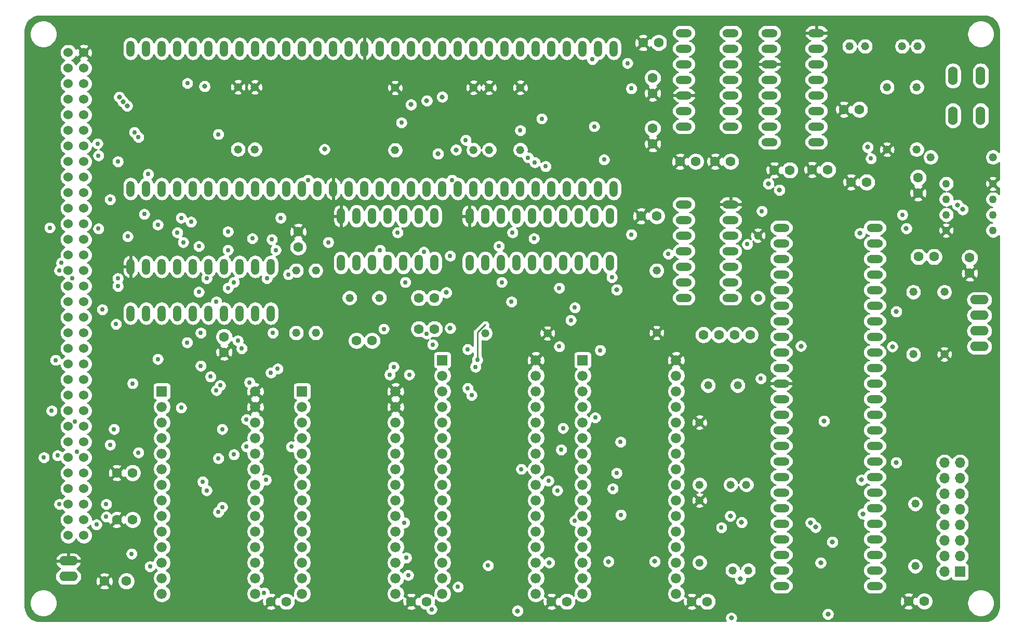
<source format=gbr>
G04 #@! TF.GenerationSoftware,KiCad,Pcbnew,(5.1.5-0-10_14)*
G04 #@! TF.CreationDate,2020-03-17T19:24:24+00:00*
G04 #@! TF.ProjectId,rosco_m68k,726f7363-6f5f-46d3-9638-6b2e6b696361,rev?*
G04 #@! TF.SameCoordinates,Original*
G04 #@! TF.FileFunction,Copper,L3,Inr*
G04 #@! TF.FilePolarity,Positive*
%FSLAX46Y46*%
G04 Gerber Fmt 4.6, Leading zero omitted, Abs format (unit mm)*
G04 Created by KiCad (PCBNEW (5.1.5-0-10_14)) date 2020-03-17 19:24:24*
%MOMM*%
%LPD*%
G04 APERTURE LIST*
%ADD10O,1.700000X1.700000*%
%ADD11R,1.700000X1.700000*%
%ADD12C,1.600200*%
%ADD13C,1.320800*%
%ADD14O,2.641600X1.320800*%
%ADD15O,1.524000X3.048000*%
%ADD16O,1.320800X2.641600*%
%ADD17C,1.270000*%
%ADD18O,3.048000X1.524000*%
%ADD19C,1.524000*%
%ADD20C,1.676400*%
%ADD21R,1.676400X1.676400*%
%ADD22C,0.756400*%
%ADD23C,0.800000*%
%ADD24C,0.250000*%
%ADD25C,0.254000*%
G04 APERTURE END LIST*
D10*
X218360000Y-128620000D03*
X220900000Y-128620000D03*
X218360000Y-131160000D03*
X220900000Y-131160000D03*
X218360000Y-133700000D03*
X220900000Y-133700000D03*
X218360000Y-136240000D03*
X220900000Y-136240000D03*
X218360000Y-138780000D03*
X220900000Y-138780000D03*
X218360000Y-141320000D03*
X220900000Y-141320000D03*
X218360000Y-143860000D03*
X220900000Y-143860000D03*
X218360000Y-146400000D03*
D11*
X220900000Y-146400000D03*
D12*
X214122000Y-95021400D03*
X216662000Y-95021400D03*
D13*
X143510000Y-107500000D03*
X153670000Y-107500000D03*
X213296500Y-100761800D03*
X213296500Y-110921800D03*
X213600000Y-145480000D03*
X213600000Y-135320000D03*
D14*
X207020100Y-90283600D03*
X207020100Y-92823600D03*
X207020100Y-95363600D03*
X207020100Y-97903600D03*
X207020100Y-100443600D03*
X207020100Y-102983600D03*
X207020100Y-105523600D03*
X207020100Y-108063600D03*
X207020100Y-110603600D03*
X207020100Y-113143600D03*
X207020100Y-115683600D03*
X207020100Y-118223600D03*
X207020100Y-120763600D03*
X207020100Y-123303600D03*
X207020100Y-125843600D03*
X207020100Y-128383600D03*
X207020100Y-130923600D03*
X207020100Y-133463600D03*
X207020100Y-136003600D03*
X207020100Y-138543600D03*
X207020100Y-141083600D03*
X207020100Y-143623600D03*
X207020100Y-146163600D03*
X207020100Y-148703600D03*
X191780100Y-148703600D03*
X191780100Y-146163600D03*
X191780100Y-143623600D03*
X191780100Y-141083600D03*
X191780100Y-138543600D03*
X191780100Y-136003600D03*
X191780100Y-133463600D03*
X191780100Y-130923600D03*
X191780100Y-128383600D03*
X191780100Y-125843600D03*
X191780100Y-123303600D03*
X191780100Y-120763600D03*
X191780100Y-118223600D03*
X191780100Y-115683600D03*
X191780100Y-113143600D03*
X191780100Y-110603600D03*
X191780100Y-108063600D03*
X191780100Y-105523600D03*
X191780100Y-102983600D03*
X191780100Y-100443600D03*
X191780100Y-97903600D03*
X191780100Y-95363600D03*
X191780100Y-92823600D03*
X191780100Y-90283600D03*
D15*
X224260600Y-65498800D03*
X219739400Y-65498800D03*
X224260600Y-72001200D03*
X219739400Y-72001200D03*
D13*
X213830000Y-67360000D03*
X213830000Y-77520000D03*
D12*
X183525100Y-79488600D03*
X180985100Y-79488600D03*
X186700100Y-107746100D03*
X184160100Y-107746100D03*
X181620100Y-107746100D03*
X179080100Y-107746100D03*
X177810100Y-79488600D03*
X175270100Y-79488600D03*
X199352000Y-80822000D03*
X196812000Y-80822000D03*
X193177100Y-80885600D03*
X190637100Y-80885600D03*
X203162000Y-82854000D03*
X205702000Y-82854000D03*
X168920100Y-88378600D03*
X171460100Y-88378600D03*
X212530000Y-151200000D03*
X215070000Y-151200000D03*
X170825100Y-65836100D03*
X170825100Y-68376100D03*
X204520000Y-71000000D03*
X201980000Y-71000000D03*
X135265100Y-106793600D03*
X132725100Y-106793600D03*
X125105100Y-108698600D03*
X122565100Y-108698600D03*
X135265100Y-101713600D03*
X132725100Y-101713600D03*
X214084000Y-82092000D03*
X214084000Y-84632000D03*
X222478600Y-95186500D03*
X222478600Y-97726500D03*
X169237600Y-60121100D03*
X171777600Y-60121100D03*
X83500000Y-137900000D03*
X86040000Y-137900000D03*
X81470500Y-147929600D03*
X85026500Y-147929600D03*
X170825100Y-74091100D03*
X170825100Y-76631100D03*
X83500000Y-130250000D03*
X86040000Y-130250000D03*
X111135100Y-151243600D03*
X108595100Y-151243600D03*
X133995100Y-151243600D03*
X131455100Y-151243600D03*
X156855100Y-151243600D03*
X154315100Y-151243600D03*
X179715100Y-151243600D03*
X177175100Y-151243600D03*
D16*
X120025100Y-88378600D03*
X122565100Y-88378600D03*
X125105100Y-88378600D03*
X127645100Y-88378600D03*
X130185100Y-88378600D03*
X132725100Y-88378600D03*
X130185100Y-95998600D03*
X132725100Y-95998600D03*
X127645100Y-95998600D03*
X125105100Y-95998600D03*
X135265100Y-88378600D03*
X135265100Y-95998600D03*
X122565100Y-95998600D03*
X120025100Y-95998600D03*
D17*
X226276000Y-90728000D03*
X226276000Y-88188000D03*
X218656000Y-90728000D03*
X218656000Y-88188000D03*
X226276000Y-83108000D03*
X226276000Y-85648000D03*
X218656000Y-85648000D03*
X218656000Y-83108000D03*
D14*
X183525100Y-86473600D03*
X183525100Y-89013600D03*
X183525100Y-91553600D03*
X183525100Y-94093600D03*
X183525100Y-96633600D03*
X183525100Y-99173600D03*
X175905100Y-96633600D03*
X175905100Y-99173600D03*
X175905100Y-94093600D03*
X175905100Y-91553600D03*
X183525100Y-101713600D03*
X175905100Y-101713600D03*
X175905100Y-89013600D03*
X175905100Y-86473600D03*
D16*
X161935100Y-61073600D03*
X159395100Y-61073600D03*
X156855100Y-61073600D03*
X154315100Y-61073600D03*
X151775100Y-61073600D03*
X149235100Y-61073600D03*
X146695100Y-61073600D03*
X144155100Y-61073600D03*
X141615100Y-61073600D03*
X139075100Y-61073600D03*
X136535100Y-61073600D03*
X133995100Y-61073600D03*
X161935100Y-83933600D03*
X159395100Y-83933600D03*
X156855100Y-83933600D03*
X154315100Y-83933600D03*
X151775100Y-83933600D03*
X149235100Y-83933600D03*
X146695100Y-83933600D03*
X144155100Y-83933600D03*
X141615100Y-83933600D03*
X139075100Y-83933600D03*
X136535100Y-83933600D03*
X133995100Y-83933600D03*
X85735100Y-61073600D03*
X88275100Y-61073600D03*
X90815100Y-61073600D03*
X93355100Y-61073600D03*
X95895100Y-61073600D03*
X98435100Y-61073600D03*
X100975100Y-61073600D03*
X103515100Y-61073600D03*
X106055100Y-61073600D03*
X108595100Y-61073600D03*
X111135100Y-61073600D03*
X113675100Y-61073600D03*
X116215100Y-61073600D03*
X118755100Y-61073600D03*
X121295100Y-61073600D03*
X123835100Y-61073600D03*
X126375100Y-61073600D03*
X128915100Y-61073600D03*
X131455100Y-61073600D03*
X164475100Y-61073600D03*
X164475100Y-83933600D03*
X131455100Y-83933600D03*
X128915100Y-83933600D03*
X126375100Y-83933600D03*
X123835100Y-83933600D03*
X121295100Y-83933600D03*
X118755100Y-83933600D03*
X116215100Y-83933600D03*
X113675100Y-83933600D03*
X111135100Y-83933600D03*
X108595100Y-83933600D03*
X106055100Y-83933600D03*
X103515100Y-83933600D03*
X100975100Y-83933600D03*
X98435100Y-83933600D03*
X95895100Y-83933600D03*
X93355100Y-83933600D03*
X90815100Y-83933600D03*
X88275100Y-83933600D03*
X85735100Y-83933600D03*
X140980100Y-88378600D03*
X143520100Y-88378600D03*
X146060100Y-88378600D03*
X148600100Y-88378600D03*
X151140100Y-88378600D03*
X153680100Y-88378600D03*
X156220100Y-88378600D03*
X158760100Y-88378600D03*
X161300100Y-88378600D03*
X163840100Y-88378600D03*
X163840100Y-95998600D03*
X161300100Y-95998600D03*
X158760100Y-95998600D03*
X156220100Y-95998600D03*
X153680100Y-95998600D03*
X151140100Y-95998600D03*
X148600100Y-95998600D03*
X146060100Y-95998600D03*
X143520100Y-95998600D03*
X140980100Y-95998600D03*
D14*
X183525100Y-58533600D03*
X183525100Y-61073600D03*
X183525100Y-63613600D03*
X183525100Y-66153600D03*
X183525100Y-68693600D03*
X183525100Y-71233600D03*
X175905100Y-68693600D03*
X175905100Y-71233600D03*
X175905100Y-66153600D03*
X175905100Y-63613600D03*
X183525100Y-73773600D03*
X175905100Y-73773600D03*
X175905100Y-61073600D03*
X175905100Y-58533600D03*
X197495100Y-58533600D03*
X197495100Y-61073600D03*
X197495100Y-63613600D03*
X197495100Y-66153600D03*
X197495100Y-68693600D03*
X197495100Y-71233600D03*
X197495100Y-73773600D03*
X197495100Y-76313600D03*
X189875100Y-68693600D03*
X189875100Y-71233600D03*
X189875100Y-66153600D03*
X189875100Y-63613600D03*
X189875100Y-76313600D03*
X189875100Y-73773600D03*
X189875100Y-61073600D03*
X189875100Y-58533600D03*
D18*
X224040700Y-109664500D03*
X224040700Y-107124500D03*
X224040700Y-104584500D03*
X224040700Y-102044500D03*
X75600000Y-147170000D03*
X75600000Y-144630000D03*
D19*
X78115100Y-135368600D03*
X75575100Y-135368600D03*
X78115100Y-132828600D03*
X75575100Y-132828600D03*
X78115100Y-130288600D03*
X75575100Y-130288600D03*
X78115100Y-127748600D03*
X75575100Y-127748600D03*
X78115100Y-125208600D03*
X75575100Y-125208600D03*
X78115100Y-122668600D03*
X75575100Y-122668600D03*
X78115100Y-120128600D03*
X75575100Y-120128600D03*
X78115100Y-117588600D03*
X75575100Y-117588600D03*
X78115100Y-115048600D03*
X75575100Y-115048600D03*
X78115100Y-112508600D03*
X75575100Y-112508600D03*
X78115100Y-109968600D03*
X75575100Y-109968600D03*
X78115100Y-107428600D03*
X75575100Y-107428600D03*
X78115100Y-104888600D03*
X75575100Y-104888600D03*
X78115100Y-102348600D03*
X75575100Y-102348600D03*
X78115100Y-99808600D03*
X75575100Y-99808600D03*
X78115100Y-97268600D03*
X75575100Y-97268600D03*
X78115100Y-94728600D03*
X75575100Y-94728600D03*
X78115100Y-92188600D03*
X75575100Y-92188600D03*
X78115100Y-89648600D03*
X75575100Y-89648600D03*
X78115100Y-87108600D03*
X75575100Y-87108600D03*
X78115100Y-84568600D03*
X75575100Y-84568600D03*
X78115100Y-82028600D03*
X75575100Y-82028600D03*
X78115100Y-79488600D03*
X75575100Y-79488600D03*
X78115100Y-76948600D03*
X75575100Y-76948600D03*
X78115100Y-74408600D03*
X75575100Y-74408600D03*
X78115100Y-71868600D03*
X75575100Y-71868600D03*
X78115100Y-69328600D03*
X75575100Y-69328600D03*
X78115100Y-66788600D03*
X75575100Y-66788600D03*
X78115100Y-64248600D03*
X75575100Y-64248600D03*
X78115100Y-61708600D03*
X75575100Y-61708600D03*
X78115100Y-140448600D03*
X75575100Y-140448600D03*
X78115100Y-137908600D03*
X75575100Y-137908600D03*
D13*
X186065100Y-132193600D03*
X183525100Y-132193600D03*
X186382600Y-146163600D03*
X183842600Y-146163600D03*
X214005100Y-60692600D03*
X211465100Y-60692600D03*
X202892600Y-60692600D03*
X205432600Y-60692600D03*
X179842100Y-116001100D03*
X184668100Y-116001100D03*
X126248100Y-101713600D03*
X121422100Y-101713600D03*
X103238300Y-67348100D03*
X103238300Y-77508100D03*
X115897600Y-97268600D03*
X115897600Y-107428600D03*
X128841500Y-67462400D03*
X128841500Y-77622400D03*
X218363800Y-110921800D03*
X218363800Y-100761800D03*
X226276000Y-78790000D03*
X216116000Y-78790000D03*
X209000000Y-77520000D03*
X209000000Y-67360000D03*
X187970100Y-91553600D03*
X187970100Y-101713600D03*
X171460100Y-107428600D03*
X171460100Y-97268600D03*
X178445100Y-122033600D03*
X178445100Y-132193600D03*
X178445100Y-134733600D03*
X178445100Y-144893600D03*
X141615100Y-67423600D03*
X141615100Y-77583600D03*
X112722600Y-107428600D03*
X112722600Y-97268600D03*
X144155100Y-67423600D03*
X144155100Y-77583600D03*
X149235100Y-67423600D03*
X149235100Y-77583600D03*
X105981500Y-67348100D03*
X105981500Y-77508100D03*
D20*
X106055100Y-116953600D03*
X106055100Y-119493600D03*
X106055100Y-122033600D03*
X106055100Y-124573600D03*
X106055100Y-127113600D03*
X106055100Y-129653600D03*
X106055100Y-132193600D03*
X106055100Y-134733600D03*
X106055100Y-137273600D03*
X106055100Y-139813600D03*
X106055100Y-142353600D03*
X106055100Y-144893600D03*
X106055100Y-147433600D03*
X106055100Y-149973600D03*
X90815100Y-149973600D03*
X90815100Y-147433600D03*
X90815100Y-144893600D03*
X90815100Y-142353600D03*
X90815100Y-139813600D03*
X90815100Y-137273600D03*
X90815100Y-134733600D03*
X90815100Y-132193600D03*
X90815100Y-129653600D03*
X90815100Y-127113600D03*
X90815100Y-124573600D03*
X90815100Y-122033600D03*
X90815100Y-119493600D03*
D21*
X90815100Y-116953600D03*
D20*
X128915100Y-116953600D03*
X128915100Y-119493600D03*
X128915100Y-122033600D03*
X128915100Y-124573600D03*
X128915100Y-127113600D03*
X128915100Y-129653600D03*
X128915100Y-132193600D03*
X128915100Y-134733600D03*
X128915100Y-137273600D03*
X128915100Y-139813600D03*
X128915100Y-142353600D03*
X128915100Y-144893600D03*
X128915100Y-147433600D03*
X128915100Y-149973600D03*
X113675100Y-149973600D03*
X113675100Y-147433600D03*
X113675100Y-144893600D03*
X113675100Y-142353600D03*
X113675100Y-139813600D03*
X113675100Y-137273600D03*
X113675100Y-134733600D03*
X113675100Y-132193600D03*
X113675100Y-129653600D03*
X113675100Y-127113600D03*
X113675100Y-124573600D03*
X113675100Y-122033600D03*
X113675100Y-119493600D03*
D21*
X113675100Y-116953600D03*
D20*
X151775100Y-111873600D03*
X151775100Y-114413600D03*
X151775100Y-116953600D03*
X151775100Y-119493600D03*
X151775100Y-122033600D03*
X151775100Y-124573600D03*
X151775100Y-127113600D03*
X151775100Y-129653600D03*
X151775100Y-132193600D03*
X151775100Y-134733600D03*
X151775100Y-137273600D03*
X151775100Y-139813600D03*
X151775100Y-142353600D03*
X151775100Y-144893600D03*
X151775100Y-147433600D03*
X151775100Y-149973600D03*
X136535100Y-149973600D03*
X136535100Y-147433600D03*
X136535100Y-144893600D03*
X136535100Y-142353600D03*
X136535100Y-139813600D03*
X136535100Y-137273600D03*
X136535100Y-134733600D03*
X136535100Y-132193600D03*
X136535100Y-129653600D03*
X136535100Y-127113600D03*
X136535100Y-124573600D03*
X136535100Y-122033600D03*
X136535100Y-119493600D03*
X136535100Y-116953600D03*
X136535100Y-114413600D03*
D21*
X136535100Y-111873600D03*
D20*
X174635100Y-111873600D03*
X174635100Y-114413600D03*
X174635100Y-116953600D03*
X174635100Y-119493600D03*
X174635100Y-122033600D03*
X174635100Y-124573600D03*
X174635100Y-127113600D03*
X174635100Y-129653600D03*
X174635100Y-132193600D03*
X174635100Y-134733600D03*
X174635100Y-137273600D03*
X174635100Y-139813600D03*
X174635100Y-142353600D03*
X174635100Y-144893600D03*
X174635100Y-147433600D03*
X174635100Y-149973600D03*
X159395100Y-149973600D03*
X159395100Y-147433600D03*
X159395100Y-144893600D03*
X159395100Y-142353600D03*
X159395100Y-139813600D03*
X159395100Y-137273600D03*
X159395100Y-134733600D03*
X159395100Y-132193600D03*
X159395100Y-129653600D03*
X159395100Y-127113600D03*
X159395100Y-124573600D03*
X159395100Y-122033600D03*
X159395100Y-119493600D03*
X159395100Y-116953600D03*
X159395100Y-114413600D03*
D21*
X159395100Y-111873600D03*
D16*
X85735100Y-96633600D03*
X88275100Y-96633600D03*
X90815100Y-96633600D03*
X93355100Y-96633600D03*
X95895100Y-96633600D03*
X98435100Y-96633600D03*
X100975100Y-96633600D03*
X103515100Y-96633600D03*
X106055100Y-96633600D03*
X108595100Y-96633600D03*
X108595100Y-104253600D03*
X106055100Y-104253600D03*
X103515100Y-104253600D03*
X100975100Y-104253600D03*
X98435100Y-104253600D03*
X95895100Y-104253600D03*
X93355100Y-104253600D03*
X90815100Y-104253600D03*
X88275100Y-104253600D03*
X85735100Y-104253600D03*
D12*
X100975100Y-108063600D03*
X100975100Y-110603600D03*
X113040100Y-93458600D03*
X113040100Y-90918600D03*
D22*
X206385100Y-79012350D03*
X80352900Y-76581000D03*
X85258850Y-91712350D03*
X86370100Y-74726100D03*
X149235100Y-74408600D03*
X101610100Y-90918600D03*
X74146350Y-97268600D03*
X101610100Y-93934850D03*
X102562600Y-127272350D03*
X77003850Y-126796100D03*
X104626350Y-126002350D03*
D23*
X117335300Y-77495400D03*
D22*
X173365100Y-94569850D03*
X129232600Y-91077350D03*
X167332600Y-91394850D03*
X127010100Y-106793600D03*
X104626350Y-121557350D03*
X114627600Y-82504850D03*
D23*
X138772900Y-77584300D03*
D22*
X126375100Y-93934850D03*
X129867600Y-73138600D03*
X102562600Y-99173600D03*
X108753850Y-92188600D03*
X99705100Y-102348600D03*
X155585100Y-100126000D03*
X188605100Y-87584850D03*
X93990100Y-119652350D03*
X162887600Y-79171100D03*
X100022600Y-75043600D03*
X109388850Y-93934850D03*
X76210100Y-98538600D03*
X90180100Y-89807350D03*
X150505100Y-78853600D03*
X80496350Y-78536100D03*
X87957600Y-88061100D03*
X88592600Y-81552350D03*
X81131350Y-103618600D03*
X97482600Y-131717350D03*
X94307600Y-92664850D03*
D23*
X221335600Y-87299800D03*
D22*
X98117600Y-133146100D03*
X155267600Y-133146100D03*
X83671350Y-98538600D03*
X98117600Y-98538600D03*
D23*
X163626800Y-144729200D03*
X171157900Y-144716500D03*
X183629300Y-153930300D03*
D22*
X158125100Y-138067350D03*
X158125100Y-103301100D03*
D23*
X185318400Y-138341100D03*
X198196200Y-144932400D03*
D22*
X103832600Y-109968600D03*
X162252600Y-110286100D03*
D23*
X183464200Y-137299700D03*
X185115200Y-147574000D03*
D22*
X110182600Y-88696100D03*
X151457600Y-92029850D03*
X83671350Y-79488600D03*
X83671350Y-99808600D03*
X101610100Y-100126100D03*
D23*
X212153500Y-90398600D03*
X220484700Y-86575900D03*
X209880200Y-109677200D03*
D22*
X211518500Y-88176100D03*
D23*
X205854300Y-77152500D03*
D22*
X100657600Y-135844850D03*
D23*
X197345300Y-139115800D03*
D22*
X85893850Y-143464850D03*
D23*
X196570600Y-138404600D03*
D22*
X155585100Y-109651100D03*
X100022600Y-127907350D03*
D23*
X194983100Y-109588300D03*
D22*
X82401350Y-125684850D03*
X111928850Y-126002350D03*
X155902600Y-126478600D03*
X83036350Y-123144850D03*
X100657600Y-123144850D03*
X153838850Y-131558600D03*
X107801350Y-131399850D03*
D23*
X153936700Y-144894300D03*
D22*
X95577600Y-89331100D03*
X80496350Y-90442350D03*
X88910100Y-145528600D03*
X139075100Y-148862350D03*
X130978850Y-146957350D03*
X99705100Y-116794850D03*
X107483850Y-149814850D03*
D23*
X148805900Y-152768300D03*
D22*
X98752600Y-114572350D03*
X127962600Y-114254850D03*
X143996350Y-145369850D03*
X90180100Y-111714850D03*
X128597600Y-112984850D03*
X130661350Y-144099850D03*
X94942600Y-109016100D03*
X131137600Y-114254850D03*
X97165100Y-112826100D03*
X94983300Y-66713100D03*
X130343850Y-138384850D03*
X97165100Y-107428600D03*
X130502600Y-99173600D03*
X96847600Y-100761100D03*
D23*
X97793700Y-67221100D03*
D22*
X93990100Y-88696100D03*
D23*
X205105000Y-136949810D03*
D22*
X138122600Y-82504850D03*
D23*
X204842090Y-131419678D03*
D22*
X182016400Y-139179300D03*
X134788850Y-152513600D03*
D23*
X200114000Y-141528000D03*
D22*
X81766350Y-137432350D03*
D23*
X199390000Y-153301700D03*
D22*
X82401350Y-85679850D03*
X81766350Y-135368600D03*
X100022600Y-136638600D03*
X165633400Y-137121900D03*
D23*
X198723400Y-121805700D03*
D22*
X87005100Y-75519850D03*
X87005100Y-126954850D03*
X165586350Y-125208600D03*
X72876350Y-120128600D03*
X156220100Y-122986100D03*
X76686350Y-121874850D03*
X160982600Y-62819850D03*
X161458850Y-121239850D03*
X151616350Y-79647350D03*
X153362600Y-80282350D03*
X73511350Y-111873600D03*
X108595100Y-113937350D03*
X149393850Y-129653600D03*
X74463850Y-95998600D03*
X141297600Y-117588600D03*
X166697600Y-63454850D03*
X140345100Y-75996100D03*
X133995100Y-107587350D03*
X147806350Y-102348600D03*
X167332600Y-67582350D03*
X83353850Y-105999850D03*
X86052600Y-115683600D03*
X164157600Y-98379850D03*
X161300100Y-73773600D03*
X164316350Y-132828600D03*
X74146350Y-135368600D03*
D23*
X189700000Y-83108000D03*
D22*
X157490100Y-105364850D03*
X80178850Y-138702350D03*
D23*
X191478000Y-84124000D03*
D22*
X152727600Y-72503600D03*
X105102600Y-115524850D03*
X117961350Y-92664850D03*
X100340100Y-116001100D03*
X103197600Y-108698600D03*
X108912600Y-107428600D03*
X109706350Y-113302350D03*
X141932600Y-112984850D03*
X133518850Y-94252350D03*
X134947600Y-109333600D03*
X142240000Y-111841850D03*
X140662600Y-116477350D03*
X137805100Y-94887350D03*
X140662600Y-110127350D03*
X73828850Y-127431100D03*
X188446350Y-114889850D03*
X71606350Y-127748600D03*
X164951350Y-130288600D03*
D23*
X164957750Y-100380000D03*
D22*
X93355100Y-91077350D03*
X72558850Y-90283600D03*
X146218850Y-99173600D03*
X107960100Y-98538600D03*
X105578850Y-92029850D03*
X147965100Y-91077350D03*
D23*
X204597000Y-91198700D03*
D22*
X186223850Y-92982350D03*
X111452600Y-97903600D03*
X96847600Y-93299850D03*
X145742600Y-93299850D03*
D23*
X137811500Y-106680000D03*
X136525000Y-68948300D03*
X83896200Y-68986400D03*
X134010400Y-69576900D03*
X84488052Y-69732577D03*
X131432300Y-70205500D03*
X85161503Y-70406026D03*
X135813800Y-78225000D03*
X137182900Y-100863400D03*
X210515200Y-103955900D03*
X210508800Y-128587500D03*
D24*
X142240000Y-111841850D02*
X142240000Y-107382054D01*
X142240000Y-107382054D02*
X143510000Y-106112054D01*
D25*
G36*
X225353893Y-55807670D02*
G01*
X225790498Y-55939489D01*
X226193185Y-56153600D01*
X226546612Y-56441848D01*
X226837327Y-56793261D01*
X227054242Y-57194439D01*
X227189106Y-57630113D01*
X227240000Y-58114344D01*
X227240000Y-77922028D01*
X227101769Y-77783797D01*
X226889602Y-77642031D01*
X226653854Y-77544381D01*
X226403586Y-77494600D01*
X226148414Y-77494600D01*
X225898146Y-77544381D01*
X225662398Y-77642031D01*
X225450231Y-77783797D01*
X225269797Y-77964231D01*
X225128031Y-78176398D01*
X225030381Y-78412146D01*
X224980600Y-78662414D01*
X224980600Y-78917586D01*
X225030381Y-79167854D01*
X225128031Y-79403602D01*
X225269797Y-79615769D01*
X225450231Y-79796203D01*
X225662398Y-79937969D01*
X225898146Y-80035619D01*
X226148414Y-80085400D01*
X226403586Y-80085400D01*
X226653854Y-80035619D01*
X226889602Y-79937969D01*
X227101769Y-79796203D01*
X227240000Y-79657972D01*
X227240000Y-82433054D01*
X227150800Y-82412805D01*
X226455605Y-83108000D01*
X227150800Y-83803195D01*
X227240000Y-83782946D01*
X227240000Y-84815949D01*
X227085578Y-84661527D01*
X226877571Y-84522541D01*
X226646445Y-84426805D01*
X226401084Y-84378000D01*
X226376922Y-84378000D01*
X226600078Y-84342310D01*
X226834653Y-84255369D01*
X226919631Y-84209946D01*
X226971195Y-83982800D01*
X226276000Y-83287605D01*
X225580805Y-83982800D01*
X225632369Y-84209946D01*
X225859716Y-84314339D01*
X226103059Y-84372373D01*
X226251994Y-84378000D01*
X226150916Y-84378000D01*
X225905555Y-84426805D01*
X225674429Y-84522541D01*
X225466422Y-84661527D01*
X225289527Y-84838422D01*
X225150541Y-85046429D01*
X225054805Y-85277555D01*
X225006000Y-85522916D01*
X225006000Y-85773084D01*
X225054805Y-86018445D01*
X225150541Y-86249571D01*
X225289527Y-86457578D01*
X225466422Y-86634473D01*
X225674429Y-86773459D01*
X225905555Y-86869195D01*
X226150916Y-86918000D01*
X225905555Y-86966805D01*
X225674429Y-87062541D01*
X225466422Y-87201527D01*
X225289527Y-87378422D01*
X225150541Y-87586429D01*
X225054805Y-87817555D01*
X225006000Y-88062916D01*
X225006000Y-88313084D01*
X225054805Y-88558445D01*
X225150541Y-88789571D01*
X225289527Y-88997578D01*
X225466422Y-89174473D01*
X225674429Y-89313459D01*
X225905555Y-89409195D01*
X226150916Y-89458000D01*
X225905555Y-89506805D01*
X225674429Y-89602541D01*
X225466422Y-89741527D01*
X225289527Y-89918422D01*
X225150541Y-90126429D01*
X225054805Y-90357555D01*
X225006000Y-90602916D01*
X225006000Y-90853084D01*
X225054805Y-91098445D01*
X225150541Y-91329571D01*
X225289527Y-91537578D01*
X225466422Y-91714473D01*
X225674429Y-91853459D01*
X225905555Y-91949195D01*
X226150916Y-91998000D01*
X226401084Y-91998000D01*
X226646445Y-91949195D01*
X226877571Y-91853459D01*
X227085578Y-91714473D01*
X227240000Y-91560051D01*
X227240001Y-152067711D01*
X227192330Y-152553894D01*
X227060512Y-152990497D01*
X226846399Y-153393186D01*
X226558150Y-153746613D01*
X226206739Y-154037327D01*
X225805564Y-154254240D01*
X225369886Y-154389106D01*
X224885664Y-154440000D01*
X184533513Y-154440000D01*
X184546505Y-154420556D01*
X184624526Y-154232198D01*
X184664300Y-154032239D01*
X184664300Y-153828361D01*
X184624526Y-153628402D01*
X184546505Y-153440044D01*
X184433237Y-153270526D01*
X184362472Y-153199761D01*
X198355000Y-153199761D01*
X198355000Y-153403639D01*
X198394774Y-153603598D01*
X198472795Y-153791956D01*
X198586063Y-153961474D01*
X198730226Y-154105637D01*
X198899744Y-154218905D01*
X199088102Y-154296926D01*
X199288061Y-154336700D01*
X199491939Y-154336700D01*
X199691898Y-154296926D01*
X199880256Y-154218905D01*
X200049774Y-154105637D01*
X200193937Y-153961474D01*
X200307205Y-153791956D01*
X200385226Y-153603598D01*
X200425000Y-153403639D01*
X200425000Y-153199761D01*
X200385226Y-152999802D01*
X200307205Y-152811444D01*
X200193937Y-152641926D01*
X200049774Y-152497763D01*
X199880256Y-152384495D01*
X199691898Y-152306474D01*
X199491939Y-152266700D01*
X199288061Y-152266700D01*
X199088102Y-152306474D01*
X198899744Y-152384495D01*
X198730226Y-152497763D01*
X198586063Y-152641926D01*
X198472795Y-152811444D01*
X198394774Y-152999802D01*
X198355000Y-153199761D01*
X184362472Y-153199761D01*
X184289074Y-153126363D01*
X184119556Y-153013095D01*
X183931198Y-152935074D01*
X183731239Y-152895300D01*
X183527361Y-152895300D01*
X183327402Y-152935074D01*
X183139044Y-153013095D01*
X182969526Y-153126363D01*
X182825363Y-153270526D01*
X182712095Y-153440044D01*
X182634074Y-153628402D01*
X182594300Y-153828361D01*
X182594300Y-154032239D01*
X182634074Y-154232198D01*
X182712095Y-154420556D01*
X182725087Y-154440000D01*
X70932279Y-154440000D01*
X70446106Y-154392330D01*
X70009503Y-154260512D01*
X69606814Y-154046399D01*
X69253387Y-153758150D01*
X68962673Y-153406739D01*
X68745760Y-153005564D01*
X68610894Y-152569886D01*
X68560000Y-152085664D01*
X68560000Y-151279872D01*
X69265000Y-151279872D01*
X69265000Y-151720128D01*
X69350890Y-152151925D01*
X69519369Y-152558669D01*
X69763962Y-152924729D01*
X70075271Y-153236038D01*
X70441331Y-153480631D01*
X70848075Y-153649110D01*
X71279872Y-153735000D01*
X71720128Y-153735000D01*
X72151925Y-153649110D01*
X72558669Y-153480631D01*
X72924729Y-153236038D01*
X73236038Y-152924729D01*
X73480631Y-152558669D01*
X73614130Y-152236374D01*
X107781931Y-152236374D01*
X107853526Y-152480354D01*
X108109054Y-152601264D01*
X108383261Y-152670000D01*
X108665608Y-152683920D01*
X108945247Y-152642489D01*
X109211428Y-152547300D01*
X109336674Y-152480354D01*
X109408269Y-152236374D01*
X108595100Y-151423205D01*
X107781931Y-152236374D01*
X73614130Y-152236374D01*
X73649110Y-152151925D01*
X73735000Y-151720128D01*
X73735000Y-151279872D01*
X73649110Y-150848075D01*
X73480631Y-150441331D01*
X73236038Y-150075271D01*
X72924729Y-149763962D01*
X72558669Y-149519369D01*
X72151925Y-149350890D01*
X71720128Y-149265000D01*
X71279872Y-149265000D01*
X70848075Y-149350890D01*
X70441331Y-149519369D01*
X70075271Y-149763962D01*
X69763962Y-150075271D01*
X69519369Y-150441331D01*
X69350890Y-150848075D01*
X69265000Y-151279872D01*
X68560000Y-151279872D01*
X68560000Y-148922374D01*
X80657331Y-148922374D01*
X80728926Y-149166354D01*
X80984454Y-149287264D01*
X81258661Y-149356000D01*
X81541008Y-149369920D01*
X81820647Y-149328489D01*
X82086828Y-149233300D01*
X82212074Y-149166354D01*
X82283669Y-148922374D01*
X81470500Y-148109205D01*
X80657331Y-148922374D01*
X68560000Y-148922374D01*
X68560000Y-147170000D01*
X73434241Y-147170000D01*
X73461214Y-147443860D01*
X73541096Y-147707195D01*
X73670817Y-147949887D01*
X73845392Y-148162608D01*
X74058113Y-148337183D01*
X74300805Y-148466904D01*
X74564140Y-148546786D01*
X74769375Y-148567000D01*
X76430625Y-148567000D01*
X76635860Y-148546786D01*
X76899195Y-148466904D01*
X77141887Y-148337183D01*
X77354608Y-148162608D01*
X77487967Y-148000108D01*
X80030180Y-148000108D01*
X80071611Y-148279747D01*
X80166800Y-148545928D01*
X80233746Y-148671174D01*
X80477726Y-148742769D01*
X81290895Y-147929600D01*
X81650105Y-147929600D01*
X82463274Y-148742769D01*
X82707254Y-148671174D01*
X82828164Y-148415646D01*
X82896900Y-148141439D01*
X82910820Y-147859092D01*
X82900325Y-147788255D01*
X83591400Y-147788255D01*
X83591400Y-148070945D01*
X83646550Y-148348203D01*
X83754731Y-148609375D01*
X83911785Y-148844423D01*
X84111677Y-149044315D01*
X84346725Y-149201369D01*
X84607897Y-149309550D01*
X84885155Y-149364700D01*
X85167845Y-149364700D01*
X85445103Y-149309550D01*
X85706275Y-149201369D01*
X85941323Y-149044315D01*
X86141215Y-148844423D01*
X86298269Y-148609375D01*
X86406450Y-148348203D01*
X86461600Y-148070945D01*
X86461600Y-147788255D01*
X86406450Y-147510997D01*
X86298269Y-147249825D01*
X86141215Y-147014777D01*
X85941323Y-146814885D01*
X85706275Y-146657831D01*
X85445103Y-146549650D01*
X85167845Y-146494500D01*
X84885155Y-146494500D01*
X84607897Y-146549650D01*
X84346725Y-146657831D01*
X84111677Y-146814885D01*
X83911785Y-147014777D01*
X83754731Y-147249825D01*
X83646550Y-147510997D01*
X83591400Y-147788255D01*
X82900325Y-147788255D01*
X82869389Y-147579453D01*
X82774200Y-147313272D01*
X82707254Y-147188026D01*
X82463274Y-147116431D01*
X81650105Y-147929600D01*
X81290895Y-147929600D01*
X80477726Y-147116431D01*
X80233746Y-147188026D01*
X80112836Y-147443554D01*
X80044100Y-147717761D01*
X80030180Y-148000108D01*
X77487967Y-148000108D01*
X77529183Y-147949887D01*
X77658904Y-147707195D01*
X77738786Y-147443860D01*
X77765759Y-147170000D01*
X77742794Y-146936826D01*
X80657331Y-146936826D01*
X81470500Y-147749995D01*
X82283669Y-146936826D01*
X82212074Y-146692846D01*
X81956546Y-146571936D01*
X81682339Y-146503200D01*
X81399992Y-146489280D01*
X81120353Y-146530711D01*
X80854172Y-146625900D01*
X80728926Y-146692846D01*
X80657331Y-146936826D01*
X77742794Y-146936826D01*
X77738786Y-146896140D01*
X77658904Y-146632805D01*
X77529183Y-146390113D01*
X77354608Y-146177392D01*
X77141887Y-146002817D01*
X76947587Y-145898962D01*
X77013942Y-145872059D01*
X77243729Y-145721006D01*
X77439632Y-145528026D01*
X77507010Y-145428809D01*
X87896900Y-145428809D01*
X87896900Y-145628391D01*
X87935837Y-145824139D01*
X88012214Y-146008530D01*
X88123097Y-146174477D01*
X88264223Y-146315603D01*
X88430170Y-146426486D01*
X88614561Y-146502863D01*
X88810309Y-146541800D01*
X89009891Y-146541800D01*
X89205639Y-146502863D01*
X89390030Y-146426486D01*
X89555977Y-146315603D01*
X89697103Y-146174477D01*
X89807986Y-146008530D01*
X89819299Y-145981218D01*
X89875990Y-146037909D01*
X90064099Y-146163600D01*
X89875990Y-146289291D01*
X89670791Y-146494490D01*
X89509567Y-146735778D01*
X89398514Y-147003883D01*
X89341900Y-147288502D01*
X89341900Y-147578698D01*
X89398514Y-147863317D01*
X89509567Y-148131422D01*
X89670791Y-148372710D01*
X89875990Y-148577909D01*
X90064099Y-148703600D01*
X89875990Y-148829291D01*
X89670791Y-149034490D01*
X89509567Y-149275778D01*
X89398514Y-149543883D01*
X89341900Y-149828502D01*
X89341900Y-150118698D01*
X89398514Y-150403317D01*
X89509567Y-150671422D01*
X89670791Y-150912710D01*
X89875990Y-151117909D01*
X90117278Y-151279133D01*
X90385383Y-151390186D01*
X90670002Y-151446800D01*
X90960198Y-151446800D01*
X91244817Y-151390186D01*
X91512922Y-151279133D01*
X91754210Y-151117909D01*
X91959409Y-150912710D01*
X92120633Y-150671422D01*
X92231686Y-150403317D01*
X92288300Y-150118698D01*
X92288300Y-149828502D01*
X92231686Y-149543883D01*
X92120633Y-149275778D01*
X91959409Y-149034490D01*
X91754210Y-148829291D01*
X91566101Y-148703600D01*
X91754210Y-148577909D01*
X91959409Y-148372710D01*
X92120633Y-148131422D01*
X92231686Y-147863317D01*
X92288300Y-147578698D01*
X92288300Y-147288502D01*
X92231686Y-147003883D01*
X92120633Y-146735778D01*
X91959409Y-146494490D01*
X91754210Y-146289291D01*
X91566101Y-146163600D01*
X91754210Y-146037909D01*
X91959409Y-145832710D01*
X92120633Y-145591422D01*
X92231686Y-145323317D01*
X92288300Y-145038698D01*
X92288300Y-144748502D01*
X92231686Y-144463883D01*
X92120633Y-144195778D01*
X91959409Y-143954490D01*
X91754210Y-143749291D01*
X91566101Y-143623600D01*
X91754210Y-143497909D01*
X91959409Y-143292710D01*
X92120633Y-143051422D01*
X92231686Y-142783317D01*
X92288300Y-142498698D01*
X92288300Y-142208502D01*
X92231686Y-141923883D01*
X92120633Y-141655778D01*
X91959409Y-141414490D01*
X91754210Y-141209291D01*
X91566101Y-141083600D01*
X91754210Y-140957909D01*
X91959409Y-140752710D01*
X92120633Y-140511422D01*
X92231686Y-140243317D01*
X92288300Y-139958698D01*
X92288300Y-139668502D01*
X92231686Y-139383883D01*
X92120633Y-139115778D01*
X91959409Y-138874490D01*
X91754210Y-138669291D01*
X91566101Y-138543600D01*
X91754210Y-138417909D01*
X91959409Y-138212710D01*
X92120633Y-137971422D01*
X92231686Y-137703317D01*
X92288300Y-137418698D01*
X92288300Y-137128502D01*
X92231686Y-136843883D01*
X92120633Y-136575778D01*
X92095932Y-136538809D01*
X99009400Y-136538809D01*
X99009400Y-136738391D01*
X99048337Y-136934139D01*
X99124714Y-137118530D01*
X99235597Y-137284477D01*
X99376723Y-137425603D01*
X99542670Y-137536486D01*
X99727061Y-137612863D01*
X99922809Y-137651800D01*
X100122391Y-137651800D01*
X100318139Y-137612863D01*
X100502530Y-137536486D01*
X100668477Y-137425603D01*
X100809603Y-137284477D01*
X100920486Y-137118530D01*
X100996863Y-136934139D01*
X101025724Y-136789048D01*
X101137530Y-136742736D01*
X101303477Y-136631853D01*
X101444603Y-136490727D01*
X101555486Y-136324780D01*
X101631863Y-136140389D01*
X101670800Y-135944641D01*
X101670800Y-135745059D01*
X101631863Y-135549311D01*
X101555486Y-135364920D01*
X101444603Y-135198973D01*
X101303477Y-135057847D01*
X101137530Y-134946964D01*
X100953139Y-134870587D01*
X100757391Y-134831650D01*
X100557809Y-134831650D01*
X100362061Y-134870587D01*
X100177670Y-134946964D01*
X100011723Y-135057847D01*
X99870597Y-135198973D01*
X99759714Y-135364920D01*
X99683337Y-135549311D01*
X99654476Y-135694402D01*
X99542670Y-135740714D01*
X99376723Y-135851597D01*
X99235597Y-135992723D01*
X99124714Y-136158670D01*
X99048337Y-136343061D01*
X99009400Y-136538809D01*
X92095932Y-136538809D01*
X91959409Y-136334490D01*
X91754210Y-136129291D01*
X91566101Y-136003600D01*
X91754210Y-135877909D01*
X91959409Y-135672710D01*
X92120633Y-135431422D01*
X92231686Y-135163317D01*
X92288300Y-134878698D01*
X92288300Y-134588502D01*
X92231686Y-134303883D01*
X92120633Y-134035778D01*
X91959409Y-133794490D01*
X91754210Y-133589291D01*
X91566101Y-133463600D01*
X91754210Y-133337909D01*
X91959409Y-133132710D01*
X92120633Y-132891422D01*
X92231686Y-132623317D01*
X92288300Y-132338698D01*
X92288300Y-132048502D01*
X92231686Y-131763883D01*
X92171077Y-131617559D01*
X96469400Y-131617559D01*
X96469400Y-131817141D01*
X96508337Y-132012889D01*
X96584714Y-132197280D01*
X96695597Y-132363227D01*
X96836723Y-132504353D01*
X97002670Y-132615236D01*
X97187061Y-132691613D01*
X97207492Y-132695677D01*
X97143337Y-132850561D01*
X97104400Y-133046309D01*
X97104400Y-133245891D01*
X97143337Y-133441639D01*
X97219714Y-133626030D01*
X97330597Y-133791977D01*
X97471723Y-133933103D01*
X97637670Y-134043986D01*
X97822061Y-134120363D01*
X98017809Y-134159300D01*
X98217391Y-134159300D01*
X98413139Y-134120363D01*
X98597530Y-134043986D01*
X98763477Y-133933103D01*
X98904603Y-133791977D01*
X99015486Y-133626030D01*
X99091863Y-133441639D01*
X99130800Y-133245891D01*
X99130800Y-133046309D01*
X99091863Y-132850561D01*
X99015486Y-132666170D01*
X98904603Y-132500223D01*
X98763477Y-132359097D01*
X98597530Y-132248214D01*
X98413139Y-132171837D01*
X98392708Y-132167773D01*
X98456863Y-132012889D01*
X98495800Y-131817141D01*
X98495800Y-131617559D01*
X98456863Y-131421811D01*
X98380486Y-131237420D01*
X98269603Y-131071473D01*
X98128477Y-130930347D01*
X97962530Y-130819464D01*
X97778139Y-130743087D01*
X97582391Y-130704150D01*
X97382809Y-130704150D01*
X97187061Y-130743087D01*
X97002670Y-130819464D01*
X96836723Y-130930347D01*
X96695597Y-131071473D01*
X96584714Y-131237420D01*
X96508337Y-131421811D01*
X96469400Y-131617559D01*
X92171077Y-131617559D01*
X92120633Y-131495778D01*
X91959409Y-131254490D01*
X91754210Y-131049291D01*
X91566101Y-130923600D01*
X91754210Y-130797909D01*
X91959409Y-130592710D01*
X92120633Y-130351422D01*
X92231686Y-130083317D01*
X92288300Y-129798698D01*
X92288300Y-129508502D01*
X92231686Y-129223883D01*
X92120633Y-128955778D01*
X91959409Y-128714490D01*
X91754210Y-128509291D01*
X91566101Y-128383600D01*
X91754210Y-128257909D01*
X91959409Y-128052710D01*
X92120633Y-127811422D01*
X92122233Y-127807559D01*
X99009400Y-127807559D01*
X99009400Y-128007141D01*
X99048337Y-128202889D01*
X99124714Y-128387280D01*
X99235597Y-128553227D01*
X99376723Y-128694353D01*
X99542670Y-128805236D01*
X99727061Y-128881613D01*
X99922809Y-128920550D01*
X100122391Y-128920550D01*
X100318139Y-128881613D01*
X100502530Y-128805236D01*
X100668477Y-128694353D01*
X100809603Y-128553227D01*
X100920486Y-128387280D01*
X100996863Y-128202889D01*
X101035800Y-128007141D01*
X101035800Y-127807559D01*
X100996863Y-127611811D01*
X100920486Y-127427420D01*
X100809603Y-127261473D01*
X100720689Y-127172559D01*
X101549400Y-127172559D01*
X101549400Y-127372141D01*
X101588337Y-127567889D01*
X101664714Y-127752280D01*
X101775597Y-127918227D01*
X101916723Y-128059353D01*
X102082670Y-128170236D01*
X102267061Y-128246613D01*
X102462809Y-128285550D01*
X102662391Y-128285550D01*
X102858139Y-128246613D01*
X103042530Y-128170236D01*
X103208477Y-128059353D01*
X103349603Y-127918227D01*
X103460486Y-127752280D01*
X103536863Y-127567889D01*
X103575800Y-127372141D01*
X103575800Y-127172559D01*
X103536863Y-126976811D01*
X103460486Y-126792420D01*
X103349603Y-126626473D01*
X103208477Y-126485347D01*
X103042530Y-126374464D01*
X102858139Y-126298087D01*
X102662391Y-126259150D01*
X102462809Y-126259150D01*
X102267061Y-126298087D01*
X102082670Y-126374464D01*
X101916723Y-126485347D01*
X101775597Y-126626473D01*
X101664714Y-126792420D01*
X101588337Y-126976811D01*
X101549400Y-127172559D01*
X100720689Y-127172559D01*
X100668477Y-127120347D01*
X100502530Y-127009464D01*
X100318139Y-126933087D01*
X100122391Y-126894150D01*
X99922809Y-126894150D01*
X99727061Y-126933087D01*
X99542670Y-127009464D01*
X99376723Y-127120347D01*
X99235597Y-127261473D01*
X99124714Y-127427420D01*
X99048337Y-127611811D01*
X99009400Y-127807559D01*
X92122233Y-127807559D01*
X92231686Y-127543317D01*
X92288300Y-127258698D01*
X92288300Y-126968502D01*
X92231686Y-126683883D01*
X92120633Y-126415778D01*
X91959409Y-126174490D01*
X91754210Y-125969291D01*
X91566101Y-125843600D01*
X91754210Y-125717909D01*
X91959409Y-125512710D01*
X92120633Y-125271422D01*
X92231686Y-125003317D01*
X92288300Y-124718698D01*
X92288300Y-124428502D01*
X92231686Y-124143883D01*
X92120633Y-123875778D01*
X91959409Y-123634490D01*
X91754210Y-123429291D01*
X91566101Y-123303600D01*
X91754210Y-123177909D01*
X91887060Y-123045059D01*
X99644400Y-123045059D01*
X99644400Y-123244641D01*
X99683337Y-123440389D01*
X99759714Y-123624780D01*
X99870597Y-123790727D01*
X100011723Y-123931853D01*
X100177670Y-124042736D01*
X100362061Y-124119113D01*
X100557809Y-124158050D01*
X100757391Y-124158050D01*
X100953139Y-124119113D01*
X101137530Y-124042736D01*
X101303477Y-123931853D01*
X101444603Y-123790727D01*
X101555486Y-123624780D01*
X101631863Y-123440389D01*
X101670800Y-123244641D01*
X101670800Y-123045059D01*
X101631863Y-122849311D01*
X101555486Y-122664920D01*
X101444603Y-122498973D01*
X101303477Y-122357847D01*
X101137530Y-122246964D01*
X100953139Y-122170587D01*
X100757391Y-122131650D01*
X100557809Y-122131650D01*
X100362061Y-122170587D01*
X100177670Y-122246964D01*
X100011723Y-122357847D01*
X99870597Y-122498973D01*
X99759714Y-122664920D01*
X99683337Y-122849311D01*
X99644400Y-123045059D01*
X91887060Y-123045059D01*
X91959409Y-122972710D01*
X92120633Y-122731422D01*
X92231686Y-122463317D01*
X92288300Y-122178698D01*
X92288300Y-121888502D01*
X92231686Y-121603883D01*
X92171077Y-121457559D01*
X103613150Y-121457559D01*
X103613150Y-121657141D01*
X103652087Y-121852889D01*
X103728464Y-122037280D01*
X103839347Y-122203227D01*
X103980473Y-122344353D01*
X104146420Y-122455236D01*
X104330811Y-122531613D01*
X104526559Y-122570550D01*
X104682931Y-122570550D01*
X104749567Y-122731422D01*
X104910791Y-122972710D01*
X105115990Y-123177909D01*
X105304099Y-123303600D01*
X105115990Y-123429291D01*
X104910791Y-123634490D01*
X104749567Y-123875778D01*
X104638514Y-124143883D01*
X104581900Y-124428502D01*
X104581900Y-124718698D01*
X104635696Y-124989150D01*
X104526559Y-124989150D01*
X104330811Y-125028087D01*
X104146420Y-125104464D01*
X103980473Y-125215347D01*
X103839347Y-125356473D01*
X103728464Y-125522420D01*
X103652087Y-125706811D01*
X103613150Y-125902559D01*
X103613150Y-126102141D01*
X103652087Y-126297889D01*
X103728464Y-126482280D01*
X103839347Y-126648227D01*
X103980473Y-126789353D01*
X104146420Y-126900236D01*
X104330811Y-126976613D01*
X104526559Y-127015550D01*
X104581900Y-127015550D01*
X104581900Y-127258698D01*
X104638514Y-127543317D01*
X104749567Y-127811422D01*
X104910791Y-128052710D01*
X105115990Y-128257909D01*
X105304099Y-128383600D01*
X105115990Y-128509291D01*
X104910791Y-128714490D01*
X104749567Y-128955778D01*
X104638514Y-129223883D01*
X104581900Y-129508502D01*
X104581900Y-129798698D01*
X104638514Y-130083317D01*
X104749567Y-130351422D01*
X104910791Y-130592710D01*
X105115990Y-130797909D01*
X105304099Y-130923600D01*
X105115990Y-131049291D01*
X104910791Y-131254490D01*
X104749567Y-131495778D01*
X104638514Y-131763883D01*
X104581900Y-132048502D01*
X104581900Y-132338698D01*
X104638514Y-132623317D01*
X104749567Y-132891422D01*
X104910791Y-133132710D01*
X105115990Y-133337909D01*
X105304099Y-133463600D01*
X105115990Y-133589291D01*
X104910791Y-133794490D01*
X104749567Y-134035778D01*
X104638514Y-134303883D01*
X104581900Y-134588502D01*
X104581900Y-134878698D01*
X104638514Y-135163317D01*
X104749567Y-135431422D01*
X104910791Y-135672710D01*
X105115990Y-135877909D01*
X105304099Y-136003600D01*
X105115990Y-136129291D01*
X104910791Y-136334490D01*
X104749567Y-136575778D01*
X104638514Y-136843883D01*
X104581900Y-137128502D01*
X104581900Y-137418698D01*
X104638514Y-137703317D01*
X104749567Y-137971422D01*
X104910791Y-138212710D01*
X105115990Y-138417909D01*
X105304099Y-138543600D01*
X105115990Y-138669291D01*
X104910791Y-138874490D01*
X104749567Y-139115778D01*
X104638514Y-139383883D01*
X104581900Y-139668502D01*
X104581900Y-139958698D01*
X104638514Y-140243317D01*
X104749567Y-140511422D01*
X104910791Y-140752710D01*
X105115990Y-140957909D01*
X105304099Y-141083600D01*
X105115990Y-141209291D01*
X104910791Y-141414490D01*
X104749567Y-141655778D01*
X104638514Y-141923883D01*
X104581900Y-142208502D01*
X104581900Y-142498698D01*
X104638514Y-142783317D01*
X104749567Y-143051422D01*
X104910791Y-143292710D01*
X105115990Y-143497909D01*
X105304099Y-143623600D01*
X105115990Y-143749291D01*
X104910791Y-143954490D01*
X104749567Y-144195778D01*
X104638514Y-144463883D01*
X104581900Y-144748502D01*
X104581900Y-145038698D01*
X104638514Y-145323317D01*
X104749567Y-145591422D01*
X104910791Y-145832710D01*
X105115990Y-146037909D01*
X105304099Y-146163600D01*
X105115990Y-146289291D01*
X104910791Y-146494490D01*
X104749567Y-146735778D01*
X104638514Y-147003883D01*
X104581900Y-147288502D01*
X104581900Y-147578698D01*
X104638514Y-147863317D01*
X104749567Y-148131422D01*
X104910791Y-148372710D01*
X105115990Y-148577909D01*
X105304099Y-148703600D01*
X105115990Y-148829291D01*
X104910791Y-149034490D01*
X104749567Y-149275778D01*
X104638514Y-149543883D01*
X104581900Y-149828502D01*
X104581900Y-150118698D01*
X104638514Y-150403317D01*
X104749567Y-150671422D01*
X104910791Y-150912710D01*
X105115990Y-151117909D01*
X105357278Y-151279133D01*
X105625383Y-151390186D01*
X105910002Y-151446800D01*
X106200198Y-151446800D01*
X106484817Y-151390186D01*
X106752922Y-151279133D01*
X106994210Y-151117909D01*
X107198253Y-150913866D01*
X107168700Y-151031761D01*
X107154780Y-151314108D01*
X107196211Y-151593747D01*
X107291400Y-151859928D01*
X107358346Y-151985174D01*
X107602326Y-152056769D01*
X108415495Y-151243600D01*
X108774705Y-151243600D01*
X109587874Y-152056769D01*
X109831854Y-151985174D01*
X109862288Y-151920856D01*
X109863331Y-151923375D01*
X110020385Y-152158423D01*
X110220277Y-152358315D01*
X110455325Y-152515369D01*
X110716497Y-152623550D01*
X110993755Y-152678700D01*
X111276445Y-152678700D01*
X111553703Y-152623550D01*
X111814875Y-152515369D01*
X112049923Y-152358315D01*
X112171864Y-152236374D01*
X130641931Y-152236374D01*
X130713526Y-152480354D01*
X130969054Y-152601264D01*
X131243261Y-152670000D01*
X131525608Y-152683920D01*
X131805247Y-152642489D01*
X132071428Y-152547300D01*
X132196674Y-152480354D01*
X132268269Y-152236374D01*
X131455100Y-151423205D01*
X130641931Y-152236374D01*
X112171864Y-152236374D01*
X112249815Y-152158423D01*
X112406869Y-151923375D01*
X112515050Y-151662203D01*
X112570200Y-151384945D01*
X112570200Y-151102255D01*
X112532921Y-150914840D01*
X112735990Y-151117909D01*
X112977278Y-151279133D01*
X113245383Y-151390186D01*
X113530002Y-151446800D01*
X113820198Y-151446800D01*
X114104817Y-151390186D01*
X114372922Y-151279133D01*
X114614210Y-151117909D01*
X114819409Y-150912710D01*
X114980633Y-150671422D01*
X115091686Y-150403317D01*
X115148300Y-150118698D01*
X115148300Y-149828502D01*
X115091686Y-149543883D01*
X114980633Y-149275778D01*
X114819409Y-149034490D01*
X114614210Y-148829291D01*
X114426101Y-148703600D01*
X114614210Y-148577909D01*
X114819409Y-148372710D01*
X114980633Y-148131422D01*
X115091686Y-147863317D01*
X115148300Y-147578698D01*
X115148300Y-147288502D01*
X115091686Y-147003883D01*
X114980633Y-146735778D01*
X114819409Y-146494490D01*
X114614210Y-146289291D01*
X114426101Y-146163600D01*
X114614210Y-146037909D01*
X114819409Y-145832710D01*
X114980633Y-145591422D01*
X115091686Y-145323317D01*
X115148300Y-145038698D01*
X115148300Y-144748502D01*
X115091686Y-144463883D01*
X114980633Y-144195778D01*
X114819409Y-143954490D01*
X114614210Y-143749291D01*
X114426101Y-143623600D01*
X114614210Y-143497909D01*
X114819409Y-143292710D01*
X114980633Y-143051422D01*
X115091686Y-142783317D01*
X115148300Y-142498698D01*
X115148300Y-142208502D01*
X115091686Y-141923883D01*
X114980633Y-141655778D01*
X114819409Y-141414490D01*
X114614210Y-141209291D01*
X114426101Y-141083600D01*
X114614210Y-140957909D01*
X114819409Y-140752710D01*
X114980633Y-140511422D01*
X115091686Y-140243317D01*
X115148300Y-139958698D01*
X115148300Y-139668502D01*
X115091686Y-139383883D01*
X114980633Y-139115778D01*
X114819409Y-138874490D01*
X114614210Y-138669291D01*
X114426101Y-138543600D01*
X114614210Y-138417909D01*
X114819409Y-138212710D01*
X114980633Y-137971422D01*
X115091686Y-137703317D01*
X115148300Y-137418698D01*
X115148300Y-137128502D01*
X115091686Y-136843883D01*
X114980633Y-136575778D01*
X114819409Y-136334490D01*
X114614210Y-136129291D01*
X114426101Y-136003600D01*
X114614210Y-135877909D01*
X114819409Y-135672710D01*
X114980633Y-135431422D01*
X115091686Y-135163317D01*
X115148300Y-134878698D01*
X115148300Y-134588502D01*
X115091686Y-134303883D01*
X114980633Y-134035778D01*
X114819409Y-133794490D01*
X114614210Y-133589291D01*
X114426101Y-133463600D01*
X114614210Y-133337909D01*
X114819409Y-133132710D01*
X114980633Y-132891422D01*
X115091686Y-132623317D01*
X115148300Y-132338698D01*
X115148300Y-132048502D01*
X115091686Y-131763883D01*
X114980633Y-131495778D01*
X114819409Y-131254490D01*
X114614210Y-131049291D01*
X114426101Y-130923600D01*
X114614210Y-130797909D01*
X114819409Y-130592710D01*
X114980633Y-130351422D01*
X115091686Y-130083317D01*
X115148300Y-129798698D01*
X115148300Y-129508502D01*
X115091686Y-129223883D01*
X114980633Y-128955778D01*
X114819409Y-128714490D01*
X114614210Y-128509291D01*
X114426101Y-128383600D01*
X114614210Y-128257909D01*
X114819409Y-128052710D01*
X114980633Y-127811422D01*
X115091686Y-127543317D01*
X115148300Y-127258698D01*
X115148300Y-126968502D01*
X115091686Y-126683883D01*
X114980633Y-126415778D01*
X114819409Y-126174490D01*
X114614210Y-125969291D01*
X114426101Y-125843600D01*
X114614210Y-125717909D01*
X114819409Y-125512710D01*
X114980633Y-125271422D01*
X115091686Y-125003317D01*
X115148300Y-124718698D01*
X115148300Y-124428502D01*
X115091686Y-124143883D01*
X114980633Y-123875778D01*
X114819409Y-123634490D01*
X114614210Y-123429291D01*
X114426101Y-123303600D01*
X114614210Y-123177909D01*
X114819409Y-122972710D01*
X114980633Y-122731422D01*
X115091686Y-122463317D01*
X115148300Y-122178698D01*
X115148300Y-121888502D01*
X127441900Y-121888502D01*
X127441900Y-122178698D01*
X127498514Y-122463317D01*
X127609567Y-122731422D01*
X127770791Y-122972710D01*
X127975990Y-123177909D01*
X128164099Y-123303600D01*
X127975990Y-123429291D01*
X127770791Y-123634490D01*
X127609567Y-123875778D01*
X127498514Y-124143883D01*
X127441900Y-124428502D01*
X127441900Y-124718698D01*
X127498514Y-125003317D01*
X127609567Y-125271422D01*
X127770791Y-125512710D01*
X127975990Y-125717909D01*
X128164099Y-125843600D01*
X127975990Y-125969291D01*
X127770791Y-126174490D01*
X127609567Y-126415778D01*
X127498514Y-126683883D01*
X127441900Y-126968502D01*
X127441900Y-127258698D01*
X127498514Y-127543317D01*
X127609567Y-127811422D01*
X127770791Y-128052710D01*
X127975990Y-128257909D01*
X128164099Y-128383600D01*
X127975990Y-128509291D01*
X127770791Y-128714490D01*
X127609567Y-128955778D01*
X127498514Y-129223883D01*
X127441900Y-129508502D01*
X127441900Y-129798698D01*
X127498514Y-130083317D01*
X127609567Y-130351422D01*
X127770791Y-130592710D01*
X127975990Y-130797909D01*
X128164099Y-130923600D01*
X127975990Y-131049291D01*
X127770791Y-131254490D01*
X127609567Y-131495778D01*
X127498514Y-131763883D01*
X127441900Y-132048502D01*
X127441900Y-132338698D01*
X127498514Y-132623317D01*
X127609567Y-132891422D01*
X127770791Y-133132710D01*
X127975990Y-133337909D01*
X128164099Y-133463600D01*
X127975990Y-133589291D01*
X127770791Y-133794490D01*
X127609567Y-134035778D01*
X127498514Y-134303883D01*
X127441900Y-134588502D01*
X127441900Y-134878698D01*
X127498514Y-135163317D01*
X127609567Y-135431422D01*
X127770791Y-135672710D01*
X127975990Y-135877909D01*
X128164099Y-136003600D01*
X127975990Y-136129291D01*
X127770791Y-136334490D01*
X127609567Y-136575778D01*
X127498514Y-136843883D01*
X127441900Y-137128502D01*
X127441900Y-137418698D01*
X127498514Y-137703317D01*
X127609567Y-137971422D01*
X127770791Y-138212710D01*
X127975990Y-138417909D01*
X128164099Y-138543600D01*
X127975990Y-138669291D01*
X127770791Y-138874490D01*
X127609567Y-139115778D01*
X127498514Y-139383883D01*
X127441900Y-139668502D01*
X127441900Y-139958698D01*
X127498514Y-140243317D01*
X127609567Y-140511422D01*
X127770791Y-140752710D01*
X127975990Y-140957909D01*
X128164099Y-141083600D01*
X127975990Y-141209291D01*
X127770791Y-141414490D01*
X127609567Y-141655778D01*
X127498514Y-141923883D01*
X127441900Y-142208502D01*
X127441900Y-142498698D01*
X127498514Y-142783317D01*
X127609567Y-143051422D01*
X127770791Y-143292710D01*
X127975990Y-143497909D01*
X128164099Y-143623600D01*
X127975990Y-143749291D01*
X127770791Y-143954490D01*
X127609567Y-144195778D01*
X127498514Y-144463883D01*
X127441900Y-144748502D01*
X127441900Y-145038698D01*
X127498514Y-145323317D01*
X127609567Y-145591422D01*
X127770791Y-145832710D01*
X127975990Y-146037909D01*
X128164099Y-146163600D01*
X127975990Y-146289291D01*
X127770791Y-146494490D01*
X127609567Y-146735778D01*
X127498514Y-147003883D01*
X127441900Y-147288502D01*
X127441900Y-147578698D01*
X127498514Y-147863317D01*
X127609567Y-148131422D01*
X127770791Y-148372710D01*
X127975990Y-148577909D01*
X128164099Y-148703600D01*
X127975990Y-148829291D01*
X127770791Y-149034490D01*
X127609567Y-149275778D01*
X127498514Y-149543883D01*
X127441900Y-149828502D01*
X127441900Y-150118698D01*
X127498514Y-150403317D01*
X127609567Y-150671422D01*
X127770791Y-150912710D01*
X127975990Y-151117909D01*
X128217278Y-151279133D01*
X128485383Y-151390186D01*
X128770002Y-151446800D01*
X129060198Y-151446800D01*
X129344817Y-151390186D01*
X129612922Y-151279133D01*
X129854210Y-151117909D01*
X130058253Y-150913866D01*
X130028700Y-151031761D01*
X130014780Y-151314108D01*
X130056211Y-151593747D01*
X130151400Y-151859928D01*
X130218346Y-151985174D01*
X130462326Y-152056769D01*
X131275495Y-151243600D01*
X131634705Y-151243600D01*
X132447874Y-152056769D01*
X132691854Y-151985174D01*
X132722288Y-151920856D01*
X132723331Y-151923375D01*
X132880385Y-152158423D01*
X133080277Y-152358315D01*
X133315325Y-152515369D01*
X133576497Y-152623550D01*
X133785958Y-152665214D01*
X133814587Y-152809139D01*
X133890964Y-152993530D01*
X134001847Y-153159477D01*
X134142973Y-153300603D01*
X134308920Y-153411486D01*
X134493311Y-153487863D01*
X134689059Y-153526800D01*
X134888641Y-153526800D01*
X135084389Y-153487863D01*
X135268780Y-153411486D01*
X135434727Y-153300603D01*
X135575853Y-153159477D01*
X135686736Y-152993530D01*
X135763113Y-152809139D01*
X135791513Y-152666361D01*
X147770900Y-152666361D01*
X147770900Y-152870239D01*
X147810674Y-153070198D01*
X147888695Y-153258556D01*
X148001963Y-153428074D01*
X148146126Y-153572237D01*
X148315644Y-153685505D01*
X148504002Y-153763526D01*
X148703961Y-153803300D01*
X148907839Y-153803300D01*
X149107798Y-153763526D01*
X149296156Y-153685505D01*
X149465674Y-153572237D01*
X149609837Y-153428074D01*
X149723105Y-153258556D01*
X149801126Y-153070198D01*
X149840900Y-152870239D01*
X149840900Y-152666361D01*
X149801126Y-152466402D01*
X149723105Y-152278044D01*
X149695263Y-152236374D01*
X153501931Y-152236374D01*
X153573526Y-152480354D01*
X153829054Y-152601264D01*
X154103261Y-152670000D01*
X154385608Y-152683920D01*
X154665247Y-152642489D01*
X154931428Y-152547300D01*
X155056674Y-152480354D01*
X155128269Y-152236374D01*
X154315100Y-151423205D01*
X153501931Y-152236374D01*
X149695263Y-152236374D01*
X149609837Y-152108526D01*
X149465674Y-151964363D01*
X149296156Y-151851095D01*
X149107798Y-151773074D01*
X148907839Y-151733300D01*
X148703961Y-151733300D01*
X148504002Y-151773074D01*
X148315644Y-151851095D01*
X148146126Y-151964363D01*
X148001963Y-152108526D01*
X147888695Y-152278044D01*
X147810674Y-152466402D01*
X147770900Y-152666361D01*
X135791513Y-152666361D01*
X135802050Y-152613391D01*
X135802050Y-152413809D01*
X135763113Y-152218061D01*
X135686736Y-152033670D01*
X135575853Y-151867723D01*
X135434727Y-151726597D01*
X135367096Y-151681407D01*
X135375050Y-151662203D01*
X135430200Y-151384945D01*
X135430200Y-151102255D01*
X135392921Y-150914840D01*
X135595990Y-151117909D01*
X135837278Y-151279133D01*
X136105383Y-151390186D01*
X136390002Y-151446800D01*
X136680198Y-151446800D01*
X136964817Y-151390186D01*
X137232922Y-151279133D01*
X137474210Y-151117909D01*
X137679409Y-150912710D01*
X137840633Y-150671422D01*
X137951686Y-150403317D01*
X138008300Y-150118698D01*
X138008300Y-149828502D01*
X137951686Y-149543883D01*
X137840633Y-149275778D01*
X137679409Y-149034490D01*
X137474210Y-148829291D01*
X137374339Y-148762559D01*
X138061900Y-148762559D01*
X138061900Y-148962141D01*
X138100837Y-149157889D01*
X138177214Y-149342280D01*
X138288097Y-149508227D01*
X138429223Y-149649353D01*
X138595170Y-149760236D01*
X138779561Y-149836613D01*
X138975309Y-149875550D01*
X139174891Y-149875550D01*
X139370639Y-149836613D01*
X139555030Y-149760236D01*
X139720977Y-149649353D01*
X139862103Y-149508227D01*
X139972986Y-149342280D01*
X140049363Y-149157889D01*
X140088300Y-148962141D01*
X140088300Y-148762559D01*
X140049363Y-148566811D01*
X139972986Y-148382420D01*
X139862103Y-148216473D01*
X139720977Y-148075347D01*
X139555030Y-147964464D01*
X139370639Y-147888087D01*
X139174891Y-147849150D01*
X138975309Y-147849150D01*
X138779561Y-147888087D01*
X138595170Y-147964464D01*
X138429223Y-148075347D01*
X138288097Y-148216473D01*
X138177214Y-148382420D01*
X138100837Y-148566811D01*
X138061900Y-148762559D01*
X137374339Y-148762559D01*
X137286101Y-148703600D01*
X137474210Y-148577909D01*
X137679409Y-148372710D01*
X137840633Y-148131422D01*
X137951686Y-147863317D01*
X138008300Y-147578698D01*
X138008300Y-147288502D01*
X137951686Y-147003883D01*
X137840633Y-146735778D01*
X137679409Y-146494490D01*
X137474210Y-146289291D01*
X137286101Y-146163600D01*
X137474210Y-146037909D01*
X137679409Y-145832710D01*
X137840633Y-145591422D01*
X137951686Y-145323317D01*
X137962279Y-145270059D01*
X142983150Y-145270059D01*
X142983150Y-145469641D01*
X143022087Y-145665389D01*
X143098464Y-145849780D01*
X143209347Y-146015727D01*
X143350473Y-146156853D01*
X143516420Y-146267736D01*
X143700811Y-146344113D01*
X143896559Y-146383050D01*
X144096141Y-146383050D01*
X144291889Y-146344113D01*
X144476280Y-146267736D01*
X144642227Y-146156853D01*
X144783353Y-146015727D01*
X144894236Y-145849780D01*
X144970613Y-145665389D01*
X145009550Y-145469641D01*
X145009550Y-145270059D01*
X144970613Y-145074311D01*
X144894236Y-144889920D01*
X144783353Y-144723973D01*
X144642227Y-144582847D01*
X144476280Y-144471964D01*
X144291889Y-144395587D01*
X144096141Y-144356650D01*
X143896559Y-144356650D01*
X143700811Y-144395587D01*
X143516420Y-144471964D01*
X143350473Y-144582847D01*
X143209347Y-144723973D01*
X143098464Y-144889920D01*
X143022087Y-145074311D01*
X142983150Y-145270059D01*
X137962279Y-145270059D01*
X138008300Y-145038698D01*
X138008300Y-144748502D01*
X137951686Y-144463883D01*
X137840633Y-144195778D01*
X137679409Y-143954490D01*
X137474210Y-143749291D01*
X137286101Y-143623600D01*
X137474210Y-143497909D01*
X137679409Y-143292710D01*
X137840633Y-143051422D01*
X137951686Y-142783317D01*
X138008300Y-142498698D01*
X138008300Y-142208502D01*
X137951686Y-141923883D01*
X137840633Y-141655778D01*
X137679409Y-141414490D01*
X137474210Y-141209291D01*
X137286101Y-141083600D01*
X137474210Y-140957909D01*
X137679409Y-140752710D01*
X137840633Y-140511422D01*
X137951686Y-140243317D01*
X138008300Y-139958698D01*
X138008300Y-139668502D01*
X137951686Y-139383883D01*
X137840633Y-139115778D01*
X137679409Y-138874490D01*
X137474210Y-138669291D01*
X137286101Y-138543600D01*
X137474210Y-138417909D01*
X137679409Y-138212710D01*
X137840633Y-137971422D01*
X137951686Y-137703317D01*
X138008300Y-137418698D01*
X138008300Y-137128502D01*
X137951686Y-136843883D01*
X137840633Y-136575778D01*
X137679409Y-136334490D01*
X137474210Y-136129291D01*
X137286101Y-136003600D01*
X137474210Y-135877909D01*
X137679409Y-135672710D01*
X137840633Y-135431422D01*
X137951686Y-135163317D01*
X138008300Y-134878698D01*
X138008300Y-134588502D01*
X137951686Y-134303883D01*
X137840633Y-134035778D01*
X137679409Y-133794490D01*
X137474210Y-133589291D01*
X137286101Y-133463600D01*
X137474210Y-133337909D01*
X137679409Y-133132710D01*
X137840633Y-132891422D01*
X137951686Y-132623317D01*
X138008300Y-132338698D01*
X138008300Y-132048502D01*
X137951686Y-131763883D01*
X137840633Y-131495778D01*
X137679409Y-131254490D01*
X137474210Y-131049291D01*
X137286101Y-130923600D01*
X137474210Y-130797909D01*
X137679409Y-130592710D01*
X137840633Y-130351422D01*
X137951686Y-130083317D01*
X138008300Y-129798698D01*
X138008300Y-129553809D01*
X148380650Y-129553809D01*
X148380650Y-129753391D01*
X148419587Y-129949139D01*
X148495964Y-130133530D01*
X148606847Y-130299477D01*
X148747973Y-130440603D01*
X148913920Y-130551486D01*
X149098311Y-130627863D01*
X149294059Y-130666800D01*
X149493641Y-130666800D01*
X149689389Y-130627863D01*
X149873780Y-130551486D01*
X150039727Y-130440603D01*
X150180853Y-130299477D01*
X150291736Y-130133530D01*
X150343597Y-130008325D01*
X150358514Y-130083317D01*
X150469567Y-130351422D01*
X150630791Y-130592710D01*
X150835990Y-130797909D01*
X151024099Y-130923600D01*
X150835990Y-131049291D01*
X150630791Y-131254490D01*
X150469567Y-131495778D01*
X150358514Y-131763883D01*
X150301900Y-132048502D01*
X150301900Y-132338698D01*
X150358514Y-132623317D01*
X150469567Y-132891422D01*
X150630791Y-133132710D01*
X150835990Y-133337909D01*
X151024099Y-133463600D01*
X150835990Y-133589291D01*
X150630791Y-133794490D01*
X150469567Y-134035778D01*
X150358514Y-134303883D01*
X150301900Y-134588502D01*
X150301900Y-134878698D01*
X150358514Y-135163317D01*
X150469567Y-135431422D01*
X150630791Y-135672710D01*
X150835990Y-135877909D01*
X151024099Y-136003600D01*
X150835990Y-136129291D01*
X150630791Y-136334490D01*
X150469567Y-136575778D01*
X150358514Y-136843883D01*
X150301900Y-137128502D01*
X150301900Y-137418698D01*
X150358514Y-137703317D01*
X150469567Y-137971422D01*
X150630791Y-138212710D01*
X150835990Y-138417909D01*
X151024099Y-138543600D01*
X150835990Y-138669291D01*
X150630791Y-138874490D01*
X150469567Y-139115778D01*
X150358514Y-139383883D01*
X150301900Y-139668502D01*
X150301900Y-139958698D01*
X150358514Y-140243317D01*
X150469567Y-140511422D01*
X150630791Y-140752710D01*
X150835990Y-140957909D01*
X151024099Y-141083600D01*
X150835990Y-141209291D01*
X150630791Y-141414490D01*
X150469567Y-141655778D01*
X150358514Y-141923883D01*
X150301900Y-142208502D01*
X150301900Y-142498698D01*
X150358514Y-142783317D01*
X150469567Y-143051422D01*
X150630791Y-143292710D01*
X150835990Y-143497909D01*
X151024099Y-143623600D01*
X150835990Y-143749291D01*
X150630791Y-143954490D01*
X150469567Y-144195778D01*
X150358514Y-144463883D01*
X150301900Y-144748502D01*
X150301900Y-145038698D01*
X150358514Y-145323317D01*
X150469567Y-145591422D01*
X150630791Y-145832710D01*
X150835990Y-146037909D01*
X151024099Y-146163600D01*
X150835990Y-146289291D01*
X150630791Y-146494490D01*
X150469567Y-146735778D01*
X150358514Y-147003883D01*
X150301900Y-147288502D01*
X150301900Y-147578698D01*
X150358514Y-147863317D01*
X150469567Y-148131422D01*
X150630791Y-148372710D01*
X150835990Y-148577909D01*
X151024099Y-148703600D01*
X150835990Y-148829291D01*
X150630791Y-149034490D01*
X150469567Y-149275778D01*
X150358514Y-149543883D01*
X150301900Y-149828502D01*
X150301900Y-150118698D01*
X150358514Y-150403317D01*
X150469567Y-150671422D01*
X150630791Y-150912710D01*
X150835990Y-151117909D01*
X151077278Y-151279133D01*
X151345383Y-151390186D01*
X151630002Y-151446800D01*
X151920198Y-151446800D01*
X152204817Y-151390186D01*
X152472922Y-151279133D01*
X152714210Y-151117909D01*
X152918253Y-150913866D01*
X152888700Y-151031761D01*
X152874780Y-151314108D01*
X152916211Y-151593747D01*
X153011400Y-151859928D01*
X153078346Y-151985174D01*
X153322326Y-152056769D01*
X154135495Y-151243600D01*
X154494705Y-151243600D01*
X155307874Y-152056769D01*
X155551854Y-151985174D01*
X155582288Y-151920856D01*
X155583331Y-151923375D01*
X155740385Y-152158423D01*
X155940277Y-152358315D01*
X156175325Y-152515369D01*
X156436497Y-152623550D01*
X156713755Y-152678700D01*
X156996445Y-152678700D01*
X157273703Y-152623550D01*
X157534875Y-152515369D01*
X157769923Y-152358315D01*
X157891864Y-152236374D01*
X176361931Y-152236374D01*
X176433526Y-152480354D01*
X176689054Y-152601264D01*
X176963261Y-152670000D01*
X177245608Y-152683920D01*
X177525247Y-152642489D01*
X177791428Y-152547300D01*
X177916674Y-152480354D01*
X177988269Y-152236374D01*
X177175100Y-151423205D01*
X176361931Y-152236374D01*
X157891864Y-152236374D01*
X157969815Y-152158423D01*
X158126869Y-151923375D01*
X158235050Y-151662203D01*
X158290200Y-151384945D01*
X158290200Y-151102255D01*
X158252921Y-150914840D01*
X158455990Y-151117909D01*
X158697278Y-151279133D01*
X158965383Y-151390186D01*
X159250002Y-151446800D01*
X159540198Y-151446800D01*
X159824817Y-151390186D01*
X160092922Y-151279133D01*
X160334210Y-151117909D01*
X160539409Y-150912710D01*
X160700633Y-150671422D01*
X160811686Y-150403317D01*
X160868300Y-150118698D01*
X160868300Y-149828502D01*
X160811686Y-149543883D01*
X160700633Y-149275778D01*
X160539409Y-149034490D01*
X160334210Y-148829291D01*
X160146101Y-148703600D01*
X160334210Y-148577909D01*
X160539409Y-148372710D01*
X160700633Y-148131422D01*
X160811686Y-147863317D01*
X160868300Y-147578698D01*
X160868300Y-147288502D01*
X160811686Y-147003883D01*
X160700633Y-146735778D01*
X160539409Y-146494490D01*
X160334210Y-146289291D01*
X160146101Y-146163600D01*
X160334210Y-146037909D01*
X160539409Y-145832710D01*
X160700633Y-145591422D01*
X160811686Y-145323317D01*
X160868300Y-145038698D01*
X160868300Y-144748502D01*
X160844184Y-144627261D01*
X162591800Y-144627261D01*
X162591800Y-144831139D01*
X162631574Y-145031098D01*
X162709595Y-145219456D01*
X162822863Y-145388974D01*
X162967026Y-145533137D01*
X163136544Y-145646405D01*
X163324902Y-145724426D01*
X163524861Y-145764200D01*
X163728739Y-145764200D01*
X163928698Y-145724426D01*
X164117056Y-145646405D01*
X164286574Y-145533137D01*
X164430737Y-145388974D01*
X164544005Y-145219456D01*
X164622026Y-145031098D01*
X164661800Y-144831139D01*
X164661800Y-144627261D01*
X164659274Y-144614561D01*
X170122900Y-144614561D01*
X170122900Y-144818439D01*
X170162674Y-145018398D01*
X170240695Y-145206756D01*
X170353963Y-145376274D01*
X170498126Y-145520437D01*
X170667644Y-145633705D01*
X170856002Y-145711726D01*
X171055961Y-145751500D01*
X171259839Y-145751500D01*
X171459798Y-145711726D01*
X171648156Y-145633705D01*
X171817674Y-145520437D01*
X171961837Y-145376274D01*
X172075105Y-145206756D01*
X172153126Y-145018398D01*
X172192900Y-144818439D01*
X172192900Y-144614561D01*
X172153126Y-144414602D01*
X172075105Y-144226244D01*
X171961837Y-144056726D01*
X171817674Y-143912563D01*
X171648156Y-143799295D01*
X171459798Y-143721274D01*
X171259839Y-143681500D01*
X171055961Y-143681500D01*
X170856002Y-143721274D01*
X170667644Y-143799295D01*
X170498126Y-143912563D01*
X170353963Y-144056726D01*
X170240695Y-144226244D01*
X170162674Y-144414602D01*
X170122900Y-144614561D01*
X164659274Y-144614561D01*
X164622026Y-144427302D01*
X164544005Y-144238944D01*
X164430737Y-144069426D01*
X164286574Y-143925263D01*
X164117056Y-143811995D01*
X163928698Y-143733974D01*
X163728739Y-143694200D01*
X163524861Y-143694200D01*
X163324902Y-143733974D01*
X163136544Y-143811995D01*
X162967026Y-143925263D01*
X162822863Y-144069426D01*
X162709595Y-144238944D01*
X162631574Y-144427302D01*
X162591800Y-144627261D01*
X160844184Y-144627261D01*
X160811686Y-144463883D01*
X160700633Y-144195778D01*
X160539409Y-143954490D01*
X160334210Y-143749291D01*
X160146101Y-143623600D01*
X160334210Y-143497909D01*
X160539409Y-143292710D01*
X160700633Y-143051422D01*
X160811686Y-142783317D01*
X160868300Y-142498698D01*
X160868300Y-142208502D01*
X160811686Y-141923883D01*
X160700633Y-141655778D01*
X160539409Y-141414490D01*
X160334210Y-141209291D01*
X160146101Y-141083600D01*
X160334210Y-140957909D01*
X160539409Y-140752710D01*
X160700633Y-140511422D01*
X160811686Y-140243317D01*
X160868300Y-139958698D01*
X160868300Y-139668502D01*
X160811686Y-139383883D01*
X160700633Y-139115778D01*
X160539409Y-138874490D01*
X160334210Y-138669291D01*
X160146101Y-138543600D01*
X160334210Y-138417909D01*
X160539409Y-138212710D01*
X160700633Y-137971422D01*
X160811686Y-137703317D01*
X160868300Y-137418698D01*
X160868300Y-137128502D01*
X160847138Y-137022109D01*
X164620200Y-137022109D01*
X164620200Y-137221691D01*
X164659137Y-137417439D01*
X164735514Y-137601830D01*
X164846397Y-137767777D01*
X164987523Y-137908903D01*
X165153470Y-138019786D01*
X165337861Y-138096163D01*
X165533609Y-138135100D01*
X165733191Y-138135100D01*
X165928939Y-138096163D01*
X166113330Y-138019786D01*
X166279277Y-137908903D01*
X166420403Y-137767777D01*
X166531286Y-137601830D01*
X166607663Y-137417439D01*
X166646600Y-137221691D01*
X166646600Y-137022109D01*
X166607663Y-136826361D01*
X166531286Y-136641970D01*
X166420403Y-136476023D01*
X166279277Y-136334897D01*
X166113330Y-136224014D01*
X165928939Y-136147637D01*
X165733191Y-136108700D01*
X165533609Y-136108700D01*
X165337861Y-136147637D01*
X165153470Y-136224014D01*
X164987523Y-136334897D01*
X164846397Y-136476023D01*
X164735514Y-136641970D01*
X164659137Y-136826361D01*
X164620200Y-137022109D01*
X160847138Y-137022109D01*
X160811686Y-136843883D01*
X160700633Y-136575778D01*
X160539409Y-136334490D01*
X160334210Y-136129291D01*
X160146101Y-136003600D01*
X160334210Y-135877909D01*
X160539409Y-135672710D01*
X160700633Y-135431422D01*
X160811686Y-135163317D01*
X160868300Y-134878698D01*
X160868300Y-134588502D01*
X160811686Y-134303883D01*
X160700633Y-134035778D01*
X160539409Y-133794490D01*
X160334210Y-133589291D01*
X160146101Y-133463600D01*
X160334210Y-133337909D01*
X160539409Y-133132710D01*
X160700633Y-132891422D01*
X160767989Y-132728809D01*
X163303150Y-132728809D01*
X163303150Y-132928391D01*
X163342087Y-133124139D01*
X163418464Y-133308530D01*
X163529347Y-133474477D01*
X163670473Y-133615603D01*
X163836420Y-133726486D01*
X164020811Y-133802863D01*
X164216559Y-133841800D01*
X164416141Y-133841800D01*
X164611889Y-133802863D01*
X164796280Y-133726486D01*
X164962227Y-133615603D01*
X165103353Y-133474477D01*
X165214236Y-133308530D01*
X165290613Y-133124139D01*
X165329550Y-132928391D01*
X165329550Y-132728809D01*
X165290613Y-132533061D01*
X165214236Y-132348670D01*
X165103353Y-132182723D01*
X164962227Y-132041597D01*
X164796280Y-131930714D01*
X164611889Y-131854337D01*
X164416141Y-131815400D01*
X164216559Y-131815400D01*
X164020811Y-131854337D01*
X163836420Y-131930714D01*
X163670473Y-132041597D01*
X163529347Y-132182723D01*
X163418464Y-132348670D01*
X163342087Y-132533061D01*
X163303150Y-132728809D01*
X160767989Y-132728809D01*
X160811686Y-132623317D01*
X160868300Y-132338698D01*
X160868300Y-132048502D01*
X160811686Y-131763883D01*
X160700633Y-131495778D01*
X160539409Y-131254490D01*
X160334210Y-131049291D01*
X160146101Y-130923600D01*
X160334210Y-130797909D01*
X160539409Y-130592710D01*
X160700633Y-130351422D01*
X160767989Y-130188809D01*
X163938150Y-130188809D01*
X163938150Y-130388391D01*
X163977087Y-130584139D01*
X164053464Y-130768530D01*
X164164347Y-130934477D01*
X164305473Y-131075603D01*
X164471420Y-131186486D01*
X164655811Y-131262863D01*
X164851559Y-131301800D01*
X165051141Y-131301800D01*
X165246889Y-131262863D01*
X165431280Y-131186486D01*
X165597227Y-131075603D01*
X165738353Y-130934477D01*
X165849236Y-130768530D01*
X165925613Y-130584139D01*
X165964550Y-130388391D01*
X165964550Y-130188809D01*
X165925613Y-129993061D01*
X165849236Y-129808670D01*
X165738353Y-129642723D01*
X165597227Y-129501597D01*
X165431280Y-129390714D01*
X165246889Y-129314337D01*
X165051141Y-129275400D01*
X164851559Y-129275400D01*
X164655811Y-129314337D01*
X164471420Y-129390714D01*
X164305473Y-129501597D01*
X164164347Y-129642723D01*
X164053464Y-129808670D01*
X163977087Y-129993061D01*
X163938150Y-130188809D01*
X160767989Y-130188809D01*
X160811686Y-130083317D01*
X160868300Y-129798698D01*
X160868300Y-129508502D01*
X160811686Y-129223883D01*
X160700633Y-128955778D01*
X160539409Y-128714490D01*
X160334210Y-128509291D01*
X160146101Y-128383600D01*
X160334210Y-128257909D01*
X160539409Y-128052710D01*
X160700633Y-127811422D01*
X160811686Y-127543317D01*
X160868300Y-127258698D01*
X160868300Y-126968502D01*
X160811686Y-126683883D01*
X160700633Y-126415778D01*
X160539409Y-126174490D01*
X160334210Y-125969291D01*
X160146101Y-125843600D01*
X160334210Y-125717909D01*
X160539409Y-125512710D01*
X160700633Y-125271422D01*
X160767989Y-125108809D01*
X164573150Y-125108809D01*
X164573150Y-125308391D01*
X164612087Y-125504139D01*
X164688464Y-125688530D01*
X164799347Y-125854477D01*
X164940473Y-125995603D01*
X165106420Y-126106486D01*
X165290811Y-126182863D01*
X165486559Y-126221800D01*
X165686141Y-126221800D01*
X165881889Y-126182863D01*
X166066280Y-126106486D01*
X166232227Y-125995603D01*
X166373353Y-125854477D01*
X166484236Y-125688530D01*
X166560613Y-125504139D01*
X166599550Y-125308391D01*
X166599550Y-125108809D01*
X166560613Y-124913061D01*
X166484236Y-124728670D01*
X166373353Y-124562723D01*
X166232227Y-124421597D01*
X166066280Y-124310714D01*
X165881889Y-124234337D01*
X165686141Y-124195400D01*
X165486559Y-124195400D01*
X165290811Y-124234337D01*
X165106420Y-124310714D01*
X164940473Y-124421597D01*
X164799347Y-124562723D01*
X164688464Y-124728670D01*
X164612087Y-124913061D01*
X164573150Y-125108809D01*
X160767989Y-125108809D01*
X160811686Y-125003317D01*
X160868300Y-124718698D01*
X160868300Y-124428502D01*
X160811686Y-124143883D01*
X160700633Y-123875778D01*
X160539409Y-123634490D01*
X160334210Y-123429291D01*
X160146101Y-123303600D01*
X160334210Y-123177909D01*
X160539409Y-122972710D01*
X160700633Y-122731422D01*
X160811686Y-122463317D01*
X160868300Y-122178698D01*
X160868300Y-122063822D01*
X160978920Y-122137736D01*
X161163311Y-122214113D01*
X161359059Y-122253050D01*
X161558641Y-122253050D01*
X161754389Y-122214113D01*
X161938780Y-122137736D01*
X162104727Y-122026853D01*
X162245853Y-121885727D01*
X162356736Y-121719780D01*
X162433113Y-121535389D01*
X162472050Y-121339641D01*
X162472050Y-121140059D01*
X162433113Y-120944311D01*
X162356736Y-120759920D01*
X162245853Y-120593973D01*
X162104727Y-120452847D01*
X161938780Y-120341964D01*
X161754389Y-120265587D01*
X161558641Y-120226650D01*
X161359059Y-120226650D01*
X161163311Y-120265587D01*
X160978920Y-120341964D01*
X160812973Y-120452847D01*
X160671847Y-120593973D01*
X160560964Y-120759920D01*
X160484587Y-120944311D01*
X160468766Y-121023847D01*
X160334210Y-120889291D01*
X160146101Y-120763600D01*
X160334210Y-120637909D01*
X160539409Y-120432710D01*
X160700633Y-120191422D01*
X160811686Y-119923317D01*
X160868300Y-119638698D01*
X160868300Y-119348502D01*
X160811686Y-119063883D01*
X160700633Y-118795778D01*
X160539409Y-118554490D01*
X160334210Y-118349291D01*
X160146101Y-118223600D01*
X160334210Y-118097909D01*
X160539409Y-117892710D01*
X160700633Y-117651422D01*
X160811686Y-117383317D01*
X160868300Y-117098698D01*
X160868300Y-116808502D01*
X160811686Y-116523883D01*
X160700633Y-116255778D01*
X160539409Y-116014490D01*
X160334210Y-115809291D01*
X160146101Y-115683600D01*
X160334210Y-115557909D01*
X160539409Y-115352710D01*
X160700633Y-115111422D01*
X160811686Y-114843317D01*
X160868300Y-114558698D01*
X160868300Y-114268502D01*
X173161900Y-114268502D01*
X173161900Y-114558698D01*
X173218514Y-114843317D01*
X173329567Y-115111422D01*
X173490791Y-115352710D01*
X173695990Y-115557909D01*
X173884099Y-115683600D01*
X173695990Y-115809291D01*
X173490791Y-116014490D01*
X173329567Y-116255778D01*
X173218514Y-116523883D01*
X173161900Y-116808502D01*
X173161900Y-117098698D01*
X173218514Y-117383317D01*
X173329567Y-117651422D01*
X173490791Y-117892710D01*
X173695990Y-118097909D01*
X173884099Y-118223600D01*
X173695990Y-118349291D01*
X173490791Y-118554490D01*
X173329567Y-118795778D01*
X173218514Y-119063883D01*
X173161900Y-119348502D01*
X173161900Y-119638698D01*
X173218514Y-119923317D01*
X173329567Y-120191422D01*
X173490791Y-120432710D01*
X173695990Y-120637909D01*
X173884099Y-120763600D01*
X173695990Y-120889291D01*
X173490791Y-121094490D01*
X173329567Y-121335778D01*
X173218514Y-121603883D01*
X173161900Y-121888502D01*
X173161900Y-122178698D01*
X173218514Y-122463317D01*
X173329567Y-122731422D01*
X173490791Y-122972710D01*
X173695990Y-123177909D01*
X173884099Y-123303600D01*
X173695990Y-123429291D01*
X173490791Y-123634490D01*
X173329567Y-123875778D01*
X173218514Y-124143883D01*
X173161900Y-124428502D01*
X173161900Y-124718698D01*
X173218514Y-125003317D01*
X173329567Y-125271422D01*
X173490791Y-125512710D01*
X173695990Y-125717909D01*
X173884099Y-125843600D01*
X173695990Y-125969291D01*
X173490791Y-126174490D01*
X173329567Y-126415778D01*
X173218514Y-126683883D01*
X173161900Y-126968502D01*
X173161900Y-127258698D01*
X173218514Y-127543317D01*
X173329567Y-127811422D01*
X173490791Y-128052710D01*
X173695990Y-128257909D01*
X173884099Y-128383600D01*
X173695990Y-128509291D01*
X173490791Y-128714490D01*
X173329567Y-128955778D01*
X173218514Y-129223883D01*
X173161900Y-129508502D01*
X173161900Y-129798698D01*
X173218514Y-130083317D01*
X173329567Y-130351422D01*
X173490791Y-130592710D01*
X173695990Y-130797909D01*
X173884099Y-130923600D01*
X173695990Y-131049291D01*
X173490791Y-131254490D01*
X173329567Y-131495778D01*
X173218514Y-131763883D01*
X173161900Y-132048502D01*
X173161900Y-132338698D01*
X173218514Y-132623317D01*
X173329567Y-132891422D01*
X173490791Y-133132710D01*
X173695990Y-133337909D01*
X173884099Y-133463600D01*
X173695990Y-133589291D01*
X173490791Y-133794490D01*
X173329567Y-134035778D01*
X173218514Y-134303883D01*
X173161900Y-134588502D01*
X173161900Y-134878698D01*
X173218514Y-135163317D01*
X173329567Y-135431422D01*
X173490791Y-135672710D01*
X173695990Y-135877909D01*
X173884099Y-136003600D01*
X173695990Y-136129291D01*
X173490791Y-136334490D01*
X173329567Y-136575778D01*
X173218514Y-136843883D01*
X173161900Y-137128502D01*
X173161900Y-137418698D01*
X173218514Y-137703317D01*
X173329567Y-137971422D01*
X173490791Y-138212710D01*
X173695990Y-138417909D01*
X173884099Y-138543600D01*
X173695990Y-138669291D01*
X173490791Y-138874490D01*
X173329567Y-139115778D01*
X173218514Y-139383883D01*
X173161900Y-139668502D01*
X173161900Y-139958698D01*
X173218514Y-140243317D01*
X173329567Y-140511422D01*
X173490791Y-140752710D01*
X173695990Y-140957909D01*
X173884099Y-141083600D01*
X173695990Y-141209291D01*
X173490791Y-141414490D01*
X173329567Y-141655778D01*
X173218514Y-141923883D01*
X173161900Y-142208502D01*
X173161900Y-142498698D01*
X173218514Y-142783317D01*
X173329567Y-143051422D01*
X173490791Y-143292710D01*
X173695990Y-143497909D01*
X173884099Y-143623600D01*
X173695990Y-143749291D01*
X173490791Y-143954490D01*
X173329567Y-144195778D01*
X173218514Y-144463883D01*
X173161900Y-144748502D01*
X173161900Y-145038698D01*
X173218514Y-145323317D01*
X173329567Y-145591422D01*
X173490791Y-145832710D01*
X173695990Y-146037909D01*
X173884099Y-146163600D01*
X173695990Y-146289291D01*
X173490791Y-146494490D01*
X173329567Y-146735778D01*
X173218514Y-147003883D01*
X173161900Y-147288502D01*
X173161900Y-147578698D01*
X173218514Y-147863317D01*
X173329567Y-148131422D01*
X173490791Y-148372710D01*
X173695990Y-148577909D01*
X173884099Y-148703600D01*
X173695990Y-148829291D01*
X173490791Y-149034490D01*
X173329567Y-149275778D01*
X173218514Y-149543883D01*
X173161900Y-149828502D01*
X173161900Y-150118698D01*
X173218514Y-150403317D01*
X173329567Y-150671422D01*
X173490791Y-150912710D01*
X173695990Y-151117909D01*
X173937278Y-151279133D01*
X174205383Y-151390186D01*
X174490002Y-151446800D01*
X174780198Y-151446800D01*
X175064817Y-151390186D01*
X175332922Y-151279133D01*
X175574210Y-151117909D01*
X175778253Y-150913866D01*
X175748700Y-151031761D01*
X175734780Y-151314108D01*
X175776211Y-151593747D01*
X175871400Y-151859928D01*
X175938346Y-151985174D01*
X176182326Y-152056769D01*
X176995495Y-151243600D01*
X177354705Y-151243600D01*
X178167874Y-152056769D01*
X178411854Y-151985174D01*
X178442288Y-151920856D01*
X178443331Y-151923375D01*
X178600385Y-152158423D01*
X178800277Y-152358315D01*
X179035325Y-152515369D01*
X179296497Y-152623550D01*
X179573755Y-152678700D01*
X179856445Y-152678700D01*
X180133703Y-152623550D01*
X180394875Y-152515369D01*
X180629923Y-152358315D01*
X180795464Y-152192774D01*
X211716831Y-152192774D01*
X211788426Y-152436754D01*
X212043954Y-152557664D01*
X212318161Y-152626400D01*
X212600508Y-152640320D01*
X212880147Y-152598889D01*
X213146328Y-152503700D01*
X213271574Y-152436754D01*
X213343169Y-152192774D01*
X212530000Y-151379605D01*
X211716831Y-152192774D01*
X180795464Y-152192774D01*
X180829815Y-152158423D01*
X180986869Y-151923375D01*
X181095050Y-151662203D01*
X181150200Y-151384945D01*
X181150200Y-151270508D01*
X211089680Y-151270508D01*
X211131111Y-151550147D01*
X211226300Y-151816328D01*
X211293246Y-151941574D01*
X211537226Y-152013169D01*
X212350395Y-151200000D01*
X212709605Y-151200000D01*
X213522774Y-152013169D01*
X213766754Y-151941574D01*
X213797188Y-151877256D01*
X213798231Y-151879775D01*
X213955285Y-152114823D01*
X214155177Y-152314715D01*
X214390225Y-152471769D01*
X214651397Y-152579950D01*
X214928655Y-152635100D01*
X215211345Y-152635100D01*
X215488603Y-152579950D01*
X215749775Y-152471769D01*
X215984823Y-152314715D01*
X216184715Y-152114823D01*
X216341769Y-151879775D01*
X216449950Y-151618603D01*
X216505100Y-151341345D01*
X216505100Y-151279872D01*
X222065000Y-151279872D01*
X222065000Y-151720128D01*
X222150890Y-152151925D01*
X222319369Y-152558669D01*
X222563962Y-152924729D01*
X222875271Y-153236038D01*
X223241331Y-153480631D01*
X223648075Y-153649110D01*
X224079872Y-153735000D01*
X224520128Y-153735000D01*
X224951925Y-153649110D01*
X225358669Y-153480631D01*
X225724729Y-153236038D01*
X226036038Y-152924729D01*
X226280631Y-152558669D01*
X226449110Y-152151925D01*
X226535000Y-151720128D01*
X226535000Y-151279872D01*
X226449110Y-150848075D01*
X226280631Y-150441331D01*
X226036038Y-150075271D01*
X225724729Y-149763962D01*
X225358669Y-149519369D01*
X224951925Y-149350890D01*
X224520128Y-149265000D01*
X224079872Y-149265000D01*
X223648075Y-149350890D01*
X223241331Y-149519369D01*
X222875271Y-149763962D01*
X222563962Y-150075271D01*
X222319369Y-150441331D01*
X222150890Y-150848075D01*
X222065000Y-151279872D01*
X216505100Y-151279872D01*
X216505100Y-151058655D01*
X216449950Y-150781397D01*
X216341769Y-150520225D01*
X216184715Y-150285177D01*
X215984823Y-150085285D01*
X215749775Y-149928231D01*
X215488603Y-149820050D01*
X215211345Y-149764900D01*
X214928655Y-149764900D01*
X214651397Y-149820050D01*
X214390225Y-149928231D01*
X214155177Y-150085285D01*
X213955285Y-150285177D01*
X213799095Y-150518932D01*
X213766754Y-150458426D01*
X213522774Y-150386831D01*
X212709605Y-151200000D01*
X212350395Y-151200000D01*
X211537226Y-150386831D01*
X211293246Y-150458426D01*
X211172336Y-150713954D01*
X211103600Y-150988161D01*
X211089680Y-151270508D01*
X181150200Y-151270508D01*
X181150200Y-151102255D01*
X181095050Y-150824997D01*
X180986869Y-150563825D01*
X180829815Y-150328777D01*
X180708264Y-150207226D01*
X211716831Y-150207226D01*
X212530000Y-151020395D01*
X213343169Y-150207226D01*
X213271574Y-149963246D01*
X213016046Y-149842336D01*
X212741839Y-149773600D01*
X212459492Y-149759680D01*
X212179853Y-149801111D01*
X211913672Y-149896300D01*
X211788426Y-149963246D01*
X211716831Y-150207226D01*
X180708264Y-150207226D01*
X180629923Y-150128885D01*
X180394875Y-149971831D01*
X180133703Y-149863650D01*
X179856445Y-149808500D01*
X179573755Y-149808500D01*
X179296497Y-149863650D01*
X179035325Y-149971831D01*
X178800277Y-150128885D01*
X178600385Y-150328777D01*
X178444195Y-150562532D01*
X178411854Y-150502026D01*
X178167874Y-150430431D01*
X177354705Y-151243600D01*
X176995495Y-151243600D01*
X176182326Y-150430431D01*
X176020825Y-150477823D01*
X176051686Y-150403317D01*
X176082018Y-150250826D01*
X176361931Y-150250826D01*
X177175100Y-151063995D01*
X177988269Y-150250826D01*
X177916674Y-150006846D01*
X177661146Y-149885936D01*
X177386939Y-149817200D01*
X177104592Y-149803280D01*
X176824953Y-149844711D01*
X176558772Y-149939900D01*
X176433526Y-150006846D01*
X176361931Y-150250826D01*
X176082018Y-150250826D01*
X176108300Y-150118698D01*
X176108300Y-149828502D01*
X176051686Y-149543883D01*
X175940633Y-149275778D01*
X175779409Y-149034490D01*
X175574210Y-148829291D01*
X175386101Y-148703600D01*
X175574210Y-148577909D01*
X175779409Y-148372710D01*
X175940633Y-148131422D01*
X176051686Y-147863317D01*
X176108300Y-147578698D01*
X176108300Y-147288502D01*
X176051686Y-147003883D01*
X175940633Y-146735778D01*
X175779409Y-146494490D01*
X175574210Y-146289291D01*
X175386101Y-146163600D01*
X175574210Y-146037909D01*
X175779409Y-145832710D01*
X175940633Y-145591422D01*
X176051686Y-145323317D01*
X176108300Y-145038698D01*
X176108300Y-144766014D01*
X177149700Y-144766014D01*
X177149700Y-145021186D01*
X177199481Y-145271454D01*
X177297131Y-145507202D01*
X177438897Y-145719369D01*
X177619331Y-145899803D01*
X177831498Y-146041569D01*
X178067246Y-146139219D01*
X178317514Y-146189000D01*
X178572686Y-146189000D01*
X178822954Y-146139219D01*
X179058702Y-146041569D01*
X179067015Y-146036014D01*
X182547200Y-146036014D01*
X182547200Y-146291186D01*
X182596981Y-146541454D01*
X182694631Y-146777202D01*
X182836397Y-146989369D01*
X183016831Y-147169803D01*
X183228998Y-147311569D01*
X183464746Y-147409219D01*
X183715014Y-147459000D01*
X183970186Y-147459000D01*
X184087437Y-147435677D01*
X184080200Y-147472061D01*
X184080200Y-147675939D01*
X184119974Y-147875898D01*
X184197995Y-148064256D01*
X184311263Y-148233774D01*
X184455426Y-148377937D01*
X184624944Y-148491205D01*
X184813302Y-148569226D01*
X185013261Y-148609000D01*
X185217139Y-148609000D01*
X185417098Y-148569226D01*
X185605456Y-148491205D01*
X185774974Y-148377937D01*
X185919137Y-148233774D01*
X186032405Y-148064256D01*
X186110426Y-147875898D01*
X186150200Y-147675939D01*
X186150200Y-147472061D01*
X186143177Y-147436754D01*
X186255014Y-147459000D01*
X186510186Y-147459000D01*
X186760454Y-147409219D01*
X186996202Y-147311569D01*
X187208369Y-147169803D01*
X187388803Y-146989369D01*
X187530569Y-146777202D01*
X187628219Y-146541454D01*
X187678000Y-146291186D01*
X187678000Y-146036014D01*
X187628219Y-145785746D01*
X187530569Y-145549998D01*
X187388803Y-145337831D01*
X187208369Y-145157397D01*
X186996202Y-145015631D01*
X186760454Y-144917981D01*
X186510186Y-144868200D01*
X186255014Y-144868200D01*
X186004746Y-144917981D01*
X185768998Y-145015631D01*
X185556831Y-145157397D01*
X185376397Y-145337831D01*
X185234631Y-145549998D01*
X185136981Y-145785746D01*
X185112600Y-145908319D01*
X185088219Y-145785746D01*
X184990569Y-145549998D01*
X184848803Y-145337831D01*
X184668369Y-145157397D01*
X184456202Y-145015631D01*
X184220454Y-144917981D01*
X183970186Y-144868200D01*
X183715014Y-144868200D01*
X183464746Y-144917981D01*
X183228998Y-145015631D01*
X183016831Y-145157397D01*
X182836397Y-145337831D01*
X182694631Y-145549998D01*
X182596981Y-145785746D01*
X182547200Y-146036014D01*
X179067015Y-146036014D01*
X179270869Y-145899803D01*
X179451303Y-145719369D01*
X179593069Y-145507202D01*
X179690719Y-145271454D01*
X179740500Y-145021186D01*
X179740500Y-144766014D01*
X179690719Y-144515746D01*
X179593069Y-144279998D01*
X179451303Y-144067831D01*
X179270869Y-143887397D01*
X179058702Y-143745631D01*
X178822954Y-143647981D01*
X178572686Y-143598200D01*
X178317514Y-143598200D01*
X178067246Y-143647981D01*
X177831498Y-143745631D01*
X177619331Y-143887397D01*
X177438897Y-144067831D01*
X177297131Y-144279998D01*
X177199481Y-144515746D01*
X177149700Y-144766014D01*
X176108300Y-144766014D01*
X176108300Y-144748502D01*
X176051686Y-144463883D01*
X175940633Y-144195778D01*
X175779409Y-143954490D01*
X175574210Y-143749291D01*
X175386101Y-143623600D01*
X175574210Y-143497909D01*
X175779409Y-143292710D01*
X175940633Y-143051422D01*
X176051686Y-142783317D01*
X176108300Y-142498698D01*
X176108300Y-142208502D01*
X176051686Y-141923883D01*
X175940633Y-141655778D01*
X175779409Y-141414490D01*
X175574210Y-141209291D01*
X175386101Y-141083600D01*
X175574210Y-140957909D01*
X175779409Y-140752710D01*
X175940633Y-140511422D01*
X176051686Y-140243317D01*
X176108300Y-139958698D01*
X176108300Y-139668502D01*
X176051686Y-139383883D01*
X175940633Y-139115778D01*
X175916399Y-139079509D01*
X181003200Y-139079509D01*
X181003200Y-139279091D01*
X181042137Y-139474839D01*
X181118514Y-139659230D01*
X181229397Y-139825177D01*
X181370523Y-139966303D01*
X181536470Y-140077186D01*
X181720861Y-140153563D01*
X181916609Y-140192500D01*
X182116191Y-140192500D01*
X182311939Y-140153563D01*
X182496330Y-140077186D01*
X182662277Y-139966303D01*
X182803403Y-139825177D01*
X182914286Y-139659230D01*
X182990663Y-139474839D01*
X183029600Y-139279091D01*
X183029600Y-139079509D01*
X182990663Y-138883761D01*
X182914286Y-138699370D01*
X182803403Y-138533423D01*
X182662277Y-138392297D01*
X182496330Y-138281414D01*
X182311939Y-138205037D01*
X182116191Y-138166100D01*
X181916609Y-138166100D01*
X181720861Y-138205037D01*
X181536470Y-138281414D01*
X181370523Y-138392297D01*
X181229397Y-138533423D01*
X181118514Y-138699370D01*
X181042137Y-138883761D01*
X181003200Y-139079509D01*
X175916399Y-139079509D01*
X175779409Y-138874490D01*
X175574210Y-138669291D01*
X175386101Y-138543600D01*
X175574210Y-138417909D01*
X175779409Y-138212710D01*
X175940633Y-137971422D01*
X176051686Y-137703317D01*
X176108300Y-137418698D01*
X176108300Y-137197761D01*
X182429200Y-137197761D01*
X182429200Y-137401639D01*
X182468974Y-137601598D01*
X182546995Y-137789956D01*
X182660263Y-137959474D01*
X182804426Y-138103637D01*
X182973944Y-138216905D01*
X183162302Y-138294926D01*
X183362261Y-138334700D01*
X183566139Y-138334700D01*
X183766098Y-138294926D01*
X183900725Y-138239161D01*
X184283400Y-138239161D01*
X184283400Y-138443039D01*
X184323174Y-138642998D01*
X184401195Y-138831356D01*
X184514463Y-139000874D01*
X184658626Y-139145037D01*
X184828144Y-139258305D01*
X185016502Y-139336326D01*
X185216461Y-139376100D01*
X185420339Y-139376100D01*
X185620298Y-139336326D01*
X185808656Y-139258305D01*
X185978174Y-139145037D01*
X186122337Y-139000874D01*
X186235605Y-138831356D01*
X186313626Y-138642998D01*
X186353400Y-138443039D01*
X186353400Y-138239161D01*
X186313626Y-138039202D01*
X186235605Y-137850844D01*
X186122337Y-137681326D01*
X185978174Y-137537163D01*
X185808656Y-137423895D01*
X185620298Y-137345874D01*
X185420339Y-137306100D01*
X185216461Y-137306100D01*
X185016502Y-137345874D01*
X184828144Y-137423895D01*
X184658626Y-137537163D01*
X184514463Y-137681326D01*
X184401195Y-137850844D01*
X184323174Y-138039202D01*
X184283400Y-138239161D01*
X183900725Y-138239161D01*
X183954456Y-138216905D01*
X184123974Y-138103637D01*
X184268137Y-137959474D01*
X184381405Y-137789956D01*
X184459426Y-137601598D01*
X184499200Y-137401639D01*
X184499200Y-137197761D01*
X184459426Y-136997802D01*
X184381405Y-136809444D01*
X184268137Y-136639926D01*
X184123974Y-136495763D01*
X183954456Y-136382495D01*
X183766098Y-136304474D01*
X183566139Y-136264700D01*
X183362261Y-136264700D01*
X183162302Y-136304474D01*
X182973944Y-136382495D01*
X182804426Y-136495763D01*
X182660263Y-136639926D01*
X182546995Y-136809444D01*
X182468974Y-136997802D01*
X182429200Y-137197761D01*
X176108300Y-137197761D01*
X176108300Y-137128502D01*
X176051686Y-136843883D01*
X175940633Y-136575778D01*
X175779409Y-136334490D01*
X175574210Y-136129291D01*
X175386101Y-136003600D01*
X175574210Y-135877909D01*
X175779409Y-135672710D01*
X175810243Y-135626563D01*
X177731742Y-135626563D01*
X177786394Y-135856297D01*
X178018078Y-135963232D01*
X178266173Y-136022912D01*
X178521144Y-136033046D01*
X178773192Y-135993241D01*
X179012632Y-135905031D01*
X179103806Y-135856297D01*
X179158458Y-135626563D01*
X178445100Y-134913205D01*
X177731742Y-135626563D01*
X175810243Y-135626563D01*
X175940633Y-135431422D01*
X176051686Y-135163317D01*
X176108300Y-134878698D01*
X176108300Y-134809644D01*
X177145654Y-134809644D01*
X177185459Y-135061692D01*
X177273669Y-135301132D01*
X177322403Y-135392306D01*
X177552137Y-135446958D01*
X178265495Y-134733600D01*
X178624705Y-134733600D01*
X179338063Y-135446958D01*
X179567797Y-135392306D01*
X179674732Y-135160622D01*
X179734412Y-134912527D01*
X179744546Y-134657556D01*
X179704741Y-134405508D01*
X179616531Y-134166068D01*
X179567797Y-134074894D01*
X179338063Y-134020242D01*
X178624705Y-134733600D01*
X178265495Y-134733600D01*
X177552137Y-134020242D01*
X177322403Y-134074894D01*
X177215468Y-134306578D01*
X177155788Y-134554673D01*
X177145654Y-134809644D01*
X176108300Y-134809644D01*
X176108300Y-134588502D01*
X176051686Y-134303883D01*
X175940633Y-134035778D01*
X175779409Y-133794490D01*
X175574210Y-133589291D01*
X175386101Y-133463600D01*
X175574210Y-133337909D01*
X175779409Y-133132710D01*
X175940633Y-132891422D01*
X176051686Y-132623317D01*
X176108300Y-132338698D01*
X176108300Y-132066014D01*
X177149700Y-132066014D01*
X177149700Y-132321186D01*
X177199481Y-132571454D01*
X177297131Y-132807202D01*
X177438897Y-133019369D01*
X177619331Y-133199803D01*
X177831498Y-133341569D01*
X178067246Y-133439219D01*
X178186625Y-133462965D01*
X178117008Y-133473959D01*
X177877568Y-133562169D01*
X177786394Y-133610903D01*
X177731742Y-133840637D01*
X178445100Y-134553995D01*
X179158458Y-133840637D01*
X179103806Y-133610903D01*
X178872122Y-133503968D01*
X178702531Y-133463172D01*
X178822954Y-133439219D01*
X179058702Y-133341569D01*
X179270869Y-133199803D01*
X179451303Y-133019369D01*
X179593069Y-132807202D01*
X179690719Y-132571454D01*
X179740500Y-132321186D01*
X179740500Y-132066014D01*
X182229700Y-132066014D01*
X182229700Y-132321186D01*
X182279481Y-132571454D01*
X182377131Y-132807202D01*
X182518897Y-133019369D01*
X182699331Y-133199803D01*
X182911498Y-133341569D01*
X183147246Y-133439219D01*
X183397514Y-133489000D01*
X183652686Y-133489000D01*
X183902954Y-133439219D01*
X184138702Y-133341569D01*
X184350869Y-133199803D01*
X184531303Y-133019369D01*
X184673069Y-132807202D01*
X184770719Y-132571454D01*
X184795100Y-132448881D01*
X184819481Y-132571454D01*
X184917131Y-132807202D01*
X185058897Y-133019369D01*
X185239331Y-133199803D01*
X185451498Y-133341569D01*
X185687246Y-133439219D01*
X185937514Y-133489000D01*
X186192686Y-133489000D01*
X186442954Y-133439219D01*
X186678702Y-133341569D01*
X186890869Y-133199803D01*
X187071303Y-133019369D01*
X187213069Y-132807202D01*
X187310719Y-132571454D01*
X187360500Y-132321186D01*
X187360500Y-132066014D01*
X187310719Y-131815746D01*
X187213069Y-131579998D01*
X187071303Y-131367831D01*
X186890869Y-131187397D01*
X186678702Y-131045631D01*
X186442954Y-130947981D01*
X186192686Y-130898200D01*
X185937514Y-130898200D01*
X185687246Y-130947981D01*
X185451498Y-131045631D01*
X185239331Y-131187397D01*
X185058897Y-131367831D01*
X184917131Y-131579998D01*
X184819481Y-131815746D01*
X184795100Y-131938319D01*
X184770719Y-131815746D01*
X184673069Y-131579998D01*
X184531303Y-131367831D01*
X184350869Y-131187397D01*
X184138702Y-131045631D01*
X183902954Y-130947981D01*
X183652686Y-130898200D01*
X183397514Y-130898200D01*
X183147246Y-130947981D01*
X182911498Y-131045631D01*
X182699331Y-131187397D01*
X182518897Y-131367831D01*
X182377131Y-131579998D01*
X182279481Y-131815746D01*
X182229700Y-132066014D01*
X179740500Y-132066014D01*
X179690719Y-131815746D01*
X179593069Y-131579998D01*
X179451303Y-131367831D01*
X179270869Y-131187397D01*
X179058702Y-131045631D01*
X178822954Y-130947981D01*
X178572686Y-130898200D01*
X178317514Y-130898200D01*
X178067246Y-130947981D01*
X177831498Y-131045631D01*
X177619331Y-131187397D01*
X177438897Y-131367831D01*
X177297131Y-131579998D01*
X177199481Y-131815746D01*
X177149700Y-132066014D01*
X176108300Y-132066014D01*
X176108300Y-132048502D01*
X176051686Y-131763883D01*
X175940633Y-131495778D01*
X175779409Y-131254490D01*
X175574210Y-131049291D01*
X175386101Y-130923600D01*
X175574210Y-130797909D01*
X175779409Y-130592710D01*
X175940633Y-130351422D01*
X176051686Y-130083317D01*
X176108300Y-129798698D01*
X176108300Y-129508502D01*
X176051686Y-129223883D01*
X175940633Y-128955778D01*
X175779409Y-128714490D01*
X175574210Y-128509291D01*
X175386101Y-128383600D01*
X175574210Y-128257909D01*
X175779409Y-128052710D01*
X175940633Y-127811422D01*
X176051686Y-127543317D01*
X176108300Y-127258698D01*
X176108300Y-126968502D01*
X176051686Y-126683883D01*
X175940633Y-126415778D01*
X175779409Y-126174490D01*
X175574210Y-125969291D01*
X175386101Y-125843600D01*
X175574210Y-125717909D01*
X175779409Y-125512710D01*
X175940633Y-125271422D01*
X176051686Y-125003317D01*
X176108300Y-124718698D01*
X176108300Y-124428502D01*
X176051686Y-124143883D01*
X175940633Y-123875778D01*
X175779409Y-123634490D01*
X175574210Y-123429291D01*
X175386101Y-123303600D01*
X175574210Y-123177909D01*
X175779409Y-122972710D01*
X175810243Y-122926563D01*
X177731742Y-122926563D01*
X177786394Y-123156297D01*
X178018078Y-123263232D01*
X178266173Y-123322912D01*
X178521144Y-123333046D01*
X178773192Y-123293241D01*
X179012632Y-123205031D01*
X179103806Y-123156297D01*
X179158458Y-122926563D01*
X178445100Y-122213205D01*
X177731742Y-122926563D01*
X175810243Y-122926563D01*
X175940633Y-122731422D01*
X176051686Y-122463317D01*
X176108300Y-122178698D01*
X176108300Y-122109644D01*
X177145654Y-122109644D01*
X177185459Y-122361692D01*
X177273669Y-122601132D01*
X177322403Y-122692306D01*
X177552137Y-122746958D01*
X178265495Y-122033600D01*
X178624705Y-122033600D01*
X179338063Y-122746958D01*
X179567797Y-122692306D01*
X179674732Y-122460622D01*
X179734412Y-122212527D01*
X179744546Y-121957556D01*
X179704741Y-121705508D01*
X179616531Y-121466068D01*
X179567797Y-121374894D01*
X179338063Y-121320242D01*
X178624705Y-122033600D01*
X178265495Y-122033600D01*
X177552137Y-121320242D01*
X177322403Y-121374894D01*
X177215468Y-121606578D01*
X177155788Y-121854673D01*
X177145654Y-122109644D01*
X176108300Y-122109644D01*
X176108300Y-121888502D01*
X176051686Y-121603883D01*
X175940633Y-121335778D01*
X175810244Y-121140637D01*
X177731742Y-121140637D01*
X178445100Y-121853995D01*
X179158458Y-121140637D01*
X179103806Y-120910903D01*
X178872122Y-120803968D01*
X178624027Y-120744288D01*
X178369056Y-120734154D01*
X178117008Y-120773959D01*
X177877568Y-120862169D01*
X177786394Y-120910903D01*
X177731742Y-121140637D01*
X175810244Y-121140637D01*
X175779409Y-121094490D01*
X175574210Y-120889291D01*
X175386101Y-120763600D01*
X175574210Y-120637909D01*
X175779409Y-120432710D01*
X175940633Y-120191422D01*
X176051686Y-119923317D01*
X176108300Y-119638698D01*
X176108300Y-119348502D01*
X176051686Y-119063883D01*
X175940633Y-118795778D01*
X175779409Y-118554490D01*
X175574210Y-118349291D01*
X175386101Y-118223600D01*
X189818033Y-118223600D01*
X189843044Y-118477543D01*
X189917117Y-118721726D01*
X190037403Y-118946767D01*
X190199282Y-119144018D01*
X190396533Y-119305897D01*
X190621574Y-119426183D01*
X190843815Y-119493600D01*
X190621574Y-119561017D01*
X190396533Y-119681303D01*
X190199282Y-119843182D01*
X190037403Y-120040433D01*
X189917117Y-120265474D01*
X189843044Y-120509657D01*
X189818033Y-120763600D01*
X189843044Y-121017543D01*
X189917117Y-121261726D01*
X190037403Y-121486767D01*
X190199282Y-121684018D01*
X190396533Y-121845897D01*
X190621574Y-121966183D01*
X190843815Y-122033600D01*
X190621574Y-122101017D01*
X190396533Y-122221303D01*
X190199282Y-122383182D01*
X190037403Y-122580433D01*
X189917117Y-122805474D01*
X189843044Y-123049657D01*
X189818033Y-123303600D01*
X189843044Y-123557543D01*
X189917117Y-123801726D01*
X190037403Y-124026767D01*
X190199282Y-124224018D01*
X190396533Y-124385897D01*
X190621574Y-124506183D01*
X190843815Y-124573600D01*
X190621574Y-124641017D01*
X190396533Y-124761303D01*
X190199282Y-124923182D01*
X190037403Y-125120433D01*
X189917117Y-125345474D01*
X189843044Y-125589657D01*
X189818033Y-125843600D01*
X189843044Y-126097543D01*
X189917117Y-126341726D01*
X190037403Y-126566767D01*
X190199282Y-126764018D01*
X190396533Y-126925897D01*
X190621574Y-127046183D01*
X190843815Y-127113600D01*
X190621574Y-127181017D01*
X190396533Y-127301303D01*
X190199282Y-127463182D01*
X190037403Y-127660433D01*
X189917117Y-127885474D01*
X189843044Y-128129657D01*
X189818033Y-128383600D01*
X189843044Y-128637543D01*
X189917117Y-128881726D01*
X190037403Y-129106767D01*
X190199282Y-129304018D01*
X190396533Y-129465897D01*
X190621574Y-129586183D01*
X190843815Y-129653600D01*
X190621574Y-129721017D01*
X190396533Y-129841303D01*
X190199282Y-130003182D01*
X190037403Y-130200433D01*
X189917117Y-130425474D01*
X189843044Y-130669657D01*
X189818033Y-130923600D01*
X189843044Y-131177543D01*
X189917117Y-131421726D01*
X190037403Y-131646767D01*
X190199282Y-131844018D01*
X190396533Y-132005897D01*
X190621574Y-132126183D01*
X190843815Y-132193600D01*
X190621574Y-132261017D01*
X190396533Y-132381303D01*
X190199282Y-132543182D01*
X190037403Y-132740433D01*
X189917117Y-132965474D01*
X189843044Y-133209657D01*
X189818033Y-133463600D01*
X189843044Y-133717543D01*
X189917117Y-133961726D01*
X190037403Y-134186767D01*
X190199282Y-134384018D01*
X190396533Y-134545897D01*
X190621574Y-134666183D01*
X190843815Y-134733600D01*
X190621574Y-134801017D01*
X190396533Y-134921303D01*
X190199282Y-135083182D01*
X190037403Y-135280433D01*
X189917117Y-135505474D01*
X189843044Y-135749657D01*
X189818033Y-136003600D01*
X189843044Y-136257543D01*
X189917117Y-136501726D01*
X190037403Y-136726767D01*
X190199282Y-136924018D01*
X190396533Y-137085897D01*
X190621574Y-137206183D01*
X190843815Y-137273600D01*
X190621574Y-137341017D01*
X190396533Y-137461303D01*
X190199282Y-137623182D01*
X190037403Y-137820433D01*
X189917117Y-138045474D01*
X189843044Y-138289657D01*
X189818033Y-138543600D01*
X189843044Y-138797543D01*
X189917117Y-139041726D01*
X190037403Y-139266767D01*
X190199282Y-139464018D01*
X190396533Y-139625897D01*
X190621574Y-139746183D01*
X190843815Y-139813600D01*
X190621574Y-139881017D01*
X190396533Y-140001303D01*
X190199282Y-140163182D01*
X190037403Y-140360433D01*
X189917117Y-140585474D01*
X189843044Y-140829657D01*
X189818033Y-141083600D01*
X189843044Y-141337543D01*
X189917117Y-141581726D01*
X190037403Y-141806767D01*
X190199282Y-142004018D01*
X190396533Y-142165897D01*
X190621574Y-142286183D01*
X190843815Y-142353600D01*
X190621574Y-142421017D01*
X190396533Y-142541303D01*
X190199282Y-142703182D01*
X190037403Y-142900433D01*
X189917117Y-143125474D01*
X189843044Y-143369657D01*
X189818033Y-143623600D01*
X189843044Y-143877543D01*
X189917117Y-144121726D01*
X190037403Y-144346767D01*
X190199282Y-144544018D01*
X190396533Y-144705897D01*
X190621574Y-144826183D01*
X190843815Y-144893600D01*
X190621574Y-144961017D01*
X190396533Y-145081303D01*
X190199282Y-145243182D01*
X190037403Y-145440433D01*
X189917117Y-145665474D01*
X189843044Y-145909657D01*
X189818033Y-146163600D01*
X189843044Y-146417543D01*
X189917117Y-146661726D01*
X190037403Y-146886767D01*
X190199282Y-147084018D01*
X190396533Y-147245897D01*
X190621574Y-147366183D01*
X190843815Y-147433600D01*
X190621574Y-147501017D01*
X190396533Y-147621303D01*
X190199282Y-147783182D01*
X190037403Y-147980433D01*
X189917117Y-148205474D01*
X189843044Y-148449657D01*
X189818033Y-148703600D01*
X189843044Y-148957543D01*
X189917117Y-149201726D01*
X190037403Y-149426767D01*
X190199282Y-149624018D01*
X190396533Y-149785897D01*
X190621574Y-149906183D01*
X190865757Y-149980256D01*
X191056070Y-149999000D01*
X192504130Y-149999000D01*
X192694443Y-149980256D01*
X192938626Y-149906183D01*
X193163667Y-149785897D01*
X193360918Y-149624018D01*
X193522797Y-149426767D01*
X193643083Y-149201726D01*
X193717156Y-148957543D01*
X193742167Y-148703600D01*
X193717156Y-148449657D01*
X193643083Y-148205474D01*
X193522797Y-147980433D01*
X193360918Y-147783182D01*
X193163667Y-147621303D01*
X192938626Y-147501017D01*
X192716385Y-147433600D01*
X192938626Y-147366183D01*
X193163667Y-147245897D01*
X193360918Y-147084018D01*
X193522797Y-146886767D01*
X193643083Y-146661726D01*
X193717156Y-146417543D01*
X193742167Y-146163600D01*
X193717156Y-145909657D01*
X193643083Y-145665474D01*
X193522797Y-145440433D01*
X193360918Y-145243182D01*
X193163667Y-145081303D01*
X192938626Y-144961017D01*
X192716385Y-144893600D01*
X192924523Y-144830461D01*
X197161200Y-144830461D01*
X197161200Y-145034339D01*
X197200974Y-145234298D01*
X197278995Y-145422656D01*
X197392263Y-145592174D01*
X197536426Y-145736337D01*
X197705944Y-145849605D01*
X197894302Y-145927626D01*
X198094261Y-145967400D01*
X198298139Y-145967400D01*
X198498098Y-145927626D01*
X198686456Y-145849605D01*
X198855974Y-145736337D01*
X199000137Y-145592174D01*
X199113405Y-145422656D01*
X199191426Y-145234298D01*
X199231200Y-145034339D01*
X199231200Y-144830461D01*
X199191426Y-144630502D01*
X199113405Y-144442144D01*
X199000137Y-144272626D01*
X198855974Y-144128463D01*
X198686456Y-144015195D01*
X198498098Y-143937174D01*
X198298139Y-143897400D01*
X198094261Y-143897400D01*
X197894302Y-143937174D01*
X197705944Y-144015195D01*
X197536426Y-144128463D01*
X197392263Y-144272626D01*
X197278995Y-144442144D01*
X197200974Y-144630502D01*
X197161200Y-144830461D01*
X192924523Y-144830461D01*
X192938626Y-144826183D01*
X193163667Y-144705897D01*
X193360918Y-144544018D01*
X193522797Y-144346767D01*
X193643083Y-144121726D01*
X193717156Y-143877543D01*
X193742167Y-143623600D01*
X193717156Y-143369657D01*
X193643083Y-143125474D01*
X193522797Y-142900433D01*
X193360918Y-142703182D01*
X193163667Y-142541303D01*
X192938626Y-142421017D01*
X192716385Y-142353600D01*
X192938626Y-142286183D01*
X193163667Y-142165897D01*
X193360918Y-142004018D01*
X193522797Y-141806767D01*
X193643083Y-141581726D01*
X193690304Y-141426061D01*
X199079000Y-141426061D01*
X199079000Y-141629939D01*
X199118774Y-141829898D01*
X199196795Y-142018256D01*
X199310063Y-142187774D01*
X199454226Y-142331937D01*
X199623744Y-142445205D01*
X199812102Y-142523226D01*
X200012061Y-142563000D01*
X200215939Y-142563000D01*
X200415898Y-142523226D01*
X200604256Y-142445205D01*
X200773774Y-142331937D01*
X200917937Y-142187774D01*
X201031205Y-142018256D01*
X201109226Y-141829898D01*
X201149000Y-141629939D01*
X201149000Y-141426061D01*
X201109226Y-141226102D01*
X201031205Y-141037744D01*
X200917937Y-140868226D01*
X200773774Y-140724063D01*
X200604256Y-140610795D01*
X200415898Y-140532774D01*
X200215939Y-140493000D01*
X200012061Y-140493000D01*
X199812102Y-140532774D01*
X199623744Y-140610795D01*
X199454226Y-140724063D01*
X199310063Y-140868226D01*
X199196795Y-141037744D01*
X199118774Y-141226102D01*
X199079000Y-141426061D01*
X193690304Y-141426061D01*
X193717156Y-141337543D01*
X193742167Y-141083600D01*
X193717156Y-140829657D01*
X193643083Y-140585474D01*
X193522797Y-140360433D01*
X193360918Y-140163182D01*
X193163667Y-140001303D01*
X192938626Y-139881017D01*
X192716385Y-139813600D01*
X192938626Y-139746183D01*
X193163667Y-139625897D01*
X193360918Y-139464018D01*
X193522797Y-139266767D01*
X193643083Y-139041726D01*
X193717156Y-138797543D01*
X193742167Y-138543600D01*
X193718437Y-138302661D01*
X195535600Y-138302661D01*
X195535600Y-138506539D01*
X195575374Y-138706498D01*
X195653395Y-138894856D01*
X195766663Y-139064374D01*
X195910826Y-139208537D01*
X196080344Y-139321805D01*
X196268702Y-139399826D01*
X196349725Y-139415942D01*
X196350074Y-139417698D01*
X196428095Y-139606056D01*
X196541363Y-139775574D01*
X196685526Y-139919737D01*
X196855044Y-140033005D01*
X197043402Y-140111026D01*
X197243361Y-140150800D01*
X197447239Y-140150800D01*
X197647198Y-140111026D01*
X197835556Y-140033005D01*
X198005074Y-139919737D01*
X198149237Y-139775574D01*
X198262505Y-139606056D01*
X198340526Y-139417698D01*
X198380300Y-139217739D01*
X198380300Y-139013861D01*
X198340526Y-138813902D01*
X198262505Y-138625544D01*
X198149237Y-138456026D01*
X198005074Y-138311863D01*
X197835556Y-138198595D01*
X197647198Y-138120574D01*
X197566175Y-138104458D01*
X197565826Y-138102702D01*
X197487805Y-137914344D01*
X197374537Y-137744826D01*
X197230374Y-137600663D01*
X197060856Y-137487395D01*
X196872498Y-137409374D01*
X196672539Y-137369600D01*
X196468661Y-137369600D01*
X196268702Y-137409374D01*
X196080344Y-137487395D01*
X195910826Y-137600663D01*
X195766663Y-137744826D01*
X195653395Y-137914344D01*
X195575374Y-138102702D01*
X195535600Y-138302661D01*
X193718437Y-138302661D01*
X193717156Y-138289657D01*
X193643083Y-138045474D01*
X193522797Y-137820433D01*
X193360918Y-137623182D01*
X193163667Y-137461303D01*
X192938626Y-137341017D01*
X192716385Y-137273600D01*
X192938626Y-137206183D01*
X193163667Y-137085897D01*
X193360918Y-136924018D01*
X193522797Y-136726767D01*
X193643083Y-136501726D01*
X193717156Y-136257543D01*
X193742167Y-136003600D01*
X193717156Y-135749657D01*
X193643083Y-135505474D01*
X193522797Y-135280433D01*
X193360918Y-135083182D01*
X193163667Y-134921303D01*
X192938626Y-134801017D01*
X192716385Y-134733600D01*
X192938626Y-134666183D01*
X193163667Y-134545897D01*
X193360918Y-134384018D01*
X193522797Y-134186767D01*
X193643083Y-133961726D01*
X193717156Y-133717543D01*
X193742167Y-133463600D01*
X193717156Y-133209657D01*
X193643083Y-132965474D01*
X193522797Y-132740433D01*
X193360918Y-132543182D01*
X193163667Y-132381303D01*
X192938626Y-132261017D01*
X192716385Y-132193600D01*
X192938626Y-132126183D01*
X193163667Y-132005897D01*
X193360918Y-131844018D01*
X193522797Y-131646767D01*
X193643083Y-131421726D01*
X193717156Y-131177543D01*
X193742167Y-130923600D01*
X193717156Y-130669657D01*
X193643083Y-130425474D01*
X193522797Y-130200433D01*
X193360918Y-130003182D01*
X193163667Y-129841303D01*
X192938626Y-129721017D01*
X192716385Y-129653600D01*
X192938626Y-129586183D01*
X193163667Y-129465897D01*
X193360918Y-129304018D01*
X193522797Y-129106767D01*
X193643083Y-128881726D01*
X193717156Y-128637543D01*
X193742167Y-128383600D01*
X193717156Y-128129657D01*
X193643083Y-127885474D01*
X193522797Y-127660433D01*
X193360918Y-127463182D01*
X193163667Y-127301303D01*
X192938626Y-127181017D01*
X192716385Y-127113600D01*
X192938626Y-127046183D01*
X193163667Y-126925897D01*
X193360918Y-126764018D01*
X193522797Y-126566767D01*
X193643083Y-126341726D01*
X193717156Y-126097543D01*
X193742167Y-125843600D01*
X193717156Y-125589657D01*
X193643083Y-125345474D01*
X193522797Y-125120433D01*
X193360918Y-124923182D01*
X193163667Y-124761303D01*
X192938626Y-124641017D01*
X192716385Y-124573600D01*
X192938626Y-124506183D01*
X193163667Y-124385897D01*
X193360918Y-124224018D01*
X193522797Y-124026767D01*
X193643083Y-123801726D01*
X193717156Y-123557543D01*
X193742167Y-123303600D01*
X193717156Y-123049657D01*
X193643083Y-122805474D01*
X193522797Y-122580433D01*
X193360918Y-122383182D01*
X193163667Y-122221303D01*
X192938626Y-122101017D01*
X192716385Y-122033600D01*
X192938626Y-121966183D01*
X193163667Y-121845897D01*
X193336860Y-121703761D01*
X197688400Y-121703761D01*
X197688400Y-121907639D01*
X197728174Y-122107598D01*
X197806195Y-122295956D01*
X197919463Y-122465474D01*
X198063626Y-122609637D01*
X198233144Y-122722905D01*
X198421502Y-122800926D01*
X198621461Y-122840700D01*
X198825339Y-122840700D01*
X199025298Y-122800926D01*
X199213656Y-122722905D01*
X199383174Y-122609637D01*
X199527337Y-122465474D01*
X199640605Y-122295956D01*
X199718626Y-122107598D01*
X199758400Y-121907639D01*
X199758400Y-121703761D01*
X199718626Y-121503802D01*
X199640605Y-121315444D01*
X199527337Y-121145926D01*
X199383174Y-121001763D01*
X199213656Y-120888495D01*
X199025298Y-120810474D01*
X198825339Y-120770700D01*
X198621461Y-120770700D01*
X198421502Y-120810474D01*
X198233144Y-120888495D01*
X198063626Y-121001763D01*
X197919463Y-121145926D01*
X197806195Y-121315444D01*
X197728174Y-121503802D01*
X197688400Y-121703761D01*
X193336860Y-121703761D01*
X193360918Y-121684018D01*
X193522797Y-121486767D01*
X193643083Y-121261726D01*
X193717156Y-121017543D01*
X193742167Y-120763600D01*
X193717156Y-120509657D01*
X193643083Y-120265474D01*
X193522797Y-120040433D01*
X193360918Y-119843182D01*
X193163667Y-119681303D01*
X192938626Y-119561017D01*
X192716385Y-119493600D01*
X192938626Y-119426183D01*
X193163667Y-119305897D01*
X193360918Y-119144018D01*
X193522797Y-118946767D01*
X193643083Y-118721726D01*
X193717156Y-118477543D01*
X193742167Y-118223600D01*
X193717156Y-117969657D01*
X193643083Y-117725474D01*
X193522797Y-117500433D01*
X193360918Y-117303182D01*
X193163667Y-117141303D01*
X192938626Y-117021017D01*
X192708123Y-116951094D01*
X192817780Y-116929333D01*
X193053561Y-116831793D01*
X193265783Y-116690129D01*
X193446289Y-116509784D01*
X193588144Y-116297689D01*
X193685895Y-116061995D01*
X193693920Y-116010705D01*
X193570033Y-115810600D01*
X191907100Y-115810600D01*
X191907100Y-115830600D01*
X191653100Y-115830600D01*
X191653100Y-115810600D01*
X189990167Y-115810600D01*
X189866280Y-116010705D01*
X189874305Y-116061995D01*
X189972056Y-116297689D01*
X190113911Y-116509784D01*
X190294417Y-116690129D01*
X190506639Y-116831793D01*
X190742420Y-116929333D01*
X190852077Y-116951094D01*
X190621574Y-117021017D01*
X190396533Y-117141303D01*
X190199282Y-117303182D01*
X190037403Y-117500433D01*
X189917117Y-117725474D01*
X189843044Y-117969657D01*
X189818033Y-118223600D01*
X175386101Y-118223600D01*
X175574210Y-118097909D01*
X175779409Y-117892710D01*
X175940633Y-117651422D01*
X176051686Y-117383317D01*
X176108300Y-117098698D01*
X176108300Y-116808502D01*
X176051686Y-116523883D01*
X175940633Y-116255778D01*
X175779409Y-116014490D01*
X175638433Y-115873514D01*
X178546700Y-115873514D01*
X178546700Y-116128686D01*
X178596481Y-116378954D01*
X178694131Y-116614702D01*
X178835897Y-116826869D01*
X179016331Y-117007303D01*
X179228498Y-117149069D01*
X179464246Y-117246719D01*
X179714514Y-117296500D01*
X179969686Y-117296500D01*
X180219954Y-117246719D01*
X180455702Y-117149069D01*
X180667869Y-117007303D01*
X180848303Y-116826869D01*
X180990069Y-116614702D01*
X181087719Y-116378954D01*
X181137500Y-116128686D01*
X181137500Y-115873514D01*
X183372700Y-115873514D01*
X183372700Y-116128686D01*
X183422481Y-116378954D01*
X183520131Y-116614702D01*
X183661897Y-116826869D01*
X183842331Y-117007303D01*
X184054498Y-117149069D01*
X184290246Y-117246719D01*
X184540514Y-117296500D01*
X184795686Y-117296500D01*
X185045954Y-117246719D01*
X185281702Y-117149069D01*
X185493869Y-117007303D01*
X185674303Y-116826869D01*
X185816069Y-116614702D01*
X185913719Y-116378954D01*
X185963500Y-116128686D01*
X185963500Y-115873514D01*
X185913719Y-115623246D01*
X185816069Y-115387498D01*
X185674303Y-115175331D01*
X185493869Y-114994897D01*
X185281702Y-114853131D01*
X185129433Y-114790059D01*
X187433150Y-114790059D01*
X187433150Y-114989641D01*
X187472087Y-115185389D01*
X187548464Y-115369780D01*
X187659347Y-115535727D01*
X187800473Y-115676853D01*
X187966420Y-115787736D01*
X188150811Y-115864113D01*
X188346559Y-115903050D01*
X188546141Y-115903050D01*
X188741889Y-115864113D01*
X188926280Y-115787736D01*
X189092227Y-115676853D01*
X189233353Y-115535727D01*
X189344236Y-115369780D01*
X189420613Y-115185389D01*
X189459550Y-114989641D01*
X189459550Y-114790059D01*
X189420613Y-114594311D01*
X189344236Y-114409920D01*
X189233353Y-114243973D01*
X189092227Y-114102847D01*
X188926280Y-113991964D01*
X188741889Y-113915587D01*
X188546141Y-113876650D01*
X188346559Y-113876650D01*
X188150811Y-113915587D01*
X187966420Y-113991964D01*
X187800473Y-114102847D01*
X187659347Y-114243973D01*
X187548464Y-114409920D01*
X187472087Y-114594311D01*
X187433150Y-114790059D01*
X185129433Y-114790059D01*
X185045954Y-114755481D01*
X184795686Y-114705700D01*
X184540514Y-114705700D01*
X184290246Y-114755481D01*
X184054498Y-114853131D01*
X183842331Y-114994897D01*
X183661897Y-115175331D01*
X183520131Y-115387498D01*
X183422481Y-115623246D01*
X183372700Y-115873514D01*
X181137500Y-115873514D01*
X181087719Y-115623246D01*
X180990069Y-115387498D01*
X180848303Y-115175331D01*
X180667869Y-114994897D01*
X180455702Y-114853131D01*
X180219954Y-114755481D01*
X179969686Y-114705700D01*
X179714514Y-114705700D01*
X179464246Y-114755481D01*
X179228498Y-114853131D01*
X179016331Y-114994897D01*
X178835897Y-115175331D01*
X178694131Y-115387498D01*
X178596481Y-115623246D01*
X178546700Y-115873514D01*
X175638433Y-115873514D01*
X175574210Y-115809291D01*
X175386101Y-115683600D01*
X175574210Y-115557909D01*
X175779409Y-115352710D01*
X175940633Y-115111422D01*
X176051686Y-114843317D01*
X176108300Y-114558698D01*
X176108300Y-114268502D01*
X176051686Y-113983883D01*
X175940633Y-113715778D01*
X175779409Y-113474490D01*
X175574210Y-113269291D01*
X175390157Y-113146311D01*
X175399262Y-113141444D01*
X175475470Y-112893575D01*
X174635100Y-112053205D01*
X173794730Y-112893575D01*
X173870938Y-113141444D01*
X173880508Y-113145999D01*
X173695990Y-113269291D01*
X173490791Y-113474490D01*
X173329567Y-113715778D01*
X173218514Y-113983883D01*
X173161900Y-114268502D01*
X160868300Y-114268502D01*
X160811686Y-113983883D01*
X160700633Y-113715778D01*
X160539409Y-113474490D01*
X160392116Y-113327197D01*
X160477480Y-113301302D01*
X160587794Y-113242337D01*
X160684485Y-113162985D01*
X160763837Y-113066294D01*
X160822802Y-112955980D01*
X160859112Y-112836282D01*
X160871372Y-112711800D01*
X160871372Y-111942599D01*
X173156381Y-111942599D01*
X173198255Y-112229757D01*
X173295346Y-112503228D01*
X173367256Y-112637762D01*
X173615125Y-112713970D01*
X174455495Y-111873600D01*
X174814705Y-111873600D01*
X175655075Y-112713970D01*
X175902944Y-112637762D01*
X176027663Y-112375735D01*
X176098868Y-112094411D01*
X176113819Y-111804601D01*
X176071945Y-111517443D01*
X175974854Y-111243972D01*
X175902944Y-111109438D01*
X175655075Y-111033230D01*
X174814705Y-111873600D01*
X174455495Y-111873600D01*
X173615125Y-111033230D01*
X173367256Y-111109438D01*
X173242537Y-111371465D01*
X173171332Y-111652789D01*
X173156381Y-111942599D01*
X160871372Y-111942599D01*
X160871372Y-111035400D01*
X160859112Y-110910918D01*
X160822802Y-110791220D01*
X160763837Y-110680906D01*
X160684485Y-110584215D01*
X160587794Y-110504863D01*
X160477480Y-110445898D01*
X160357782Y-110409588D01*
X160233300Y-110397328D01*
X158556900Y-110397328D01*
X158432418Y-110409588D01*
X158312720Y-110445898D01*
X158202406Y-110504863D01*
X158105715Y-110584215D01*
X158026363Y-110680906D01*
X157967398Y-110791220D01*
X157931088Y-110910918D01*
X157918828Y-111035400D01*
X157918828Y-112711800D01*
X157931088Y-112836282D01*
X157967398Y-112955980D01*
X158026363Y-113066294D01*
X158105715Y-113162985D01*
X158202406Y-113242337D01*
X158312720Y-113301302D01*
X158398084Y-113327197D01*
X158250791Y-113474490D01*
X158089567Y-113715778D01*
X157978514Y-113983883D01*
X157921900Y-114268502D01*
X157921900Y-114558698D01*
X157978514Y-114843317D01*
X158089567Y-115111422D01*
X158250791Y-115352710D01*
X158455990Y-115557909D01*
X158644099Y-115683600D01*
X158455990Y-115809291D01*
X158250791Y-116014490D01*
X158089567Y-116255778D01*
X157978514Y-116523883D01*
X157921900Y-116808502D01*
X157921900Y-117098698D01*
X157978514Y-117383317D01*
X158089567Y-117651422D01*
X158250791Y-117892710D01*
X158455990Y-118097909D01*
X158644099Y-118223600D01*
X158455990Y-118349291D01*
X158250791Y-118554490D01*
X158089567Y-118795778D01*
X157978514Y-119063883D01*
X157921900Y-119348502D01*
X157921900Y-119638698D01*
X157978514Y-119923317D01*
X158089567Y-120191422D01*
X158250791Y-120432710D01*
X158455990Y-120637909D01*
X158644099Y-120763600D01*
X158455990Y-120889291D01*
X158250791Y-121094490D01*
X158089567Y-121335778D01*
X157978514Y-121603883D01*
X157921900Y-121888502D01*
X157921900Y-122178698D01*
X157978514Y-122463317D01*
X158089567Y-122731422D01*
X158250791Y-122972710D01*
X158455990Y-123177909D01*
X158644099Y-123303600D01*
X158455990Y-123429291D01*
X158250791Y-123634490D01*
X158089567Y-123875778D01*
X157978514Y-124143883D01*
X157921900Y-124428502D01*
X157921900Y-124718698D01*
X157978514Y-125003317D01*
X158089567Y-125271422D01*
X158250791Y-125512710D01*
X158455990Y-125717909D01*
X158644099Y-125843600D01*
X158455990Y-125969291D01*
X158250791Y-126174490D01*
X158089567Y-126415778D01*
X157978514Y-126683883D01*
X157921900Y-126968502D01*
X157921900Y-127258698D01*
X157978514Y-127543317D01*
X158089567Y-127811422D01*
X158250791Y-128052710D01*
X158455990Y-128257909D01*
X158644099Y-128383600D01*
X158455990Y-128509291D01*
X158250791Y-128714490D01*
X158089567Y-128955778D01*
X157978514Y-129223883D01*
X157921900Y-129508502D01*
X157921900Y-129798698D01*
X157978514Y-130083317D01*
X158089567Y-130351422D01*
X158250791Y-130592710D01*
X158455990Y-130797909D01*
X158644099Y-130923600D01*
X158455990Y-131049291D01*
X158250791Y-131254490D01*
X158089567Y-131495778D01*
X157978514Y-131763883D01*
X157921900Y-132048502D01*
X157921900Y-132338698D01*
X157978514Y-132623317D01*
X158089567Y-132891422D01*
X158250791Y-133132710D01*
X158455990Y-133337909D01*
X158644099Y-133463600D01*
X158455990Y-133589291D01*
X158250791Y-133794490D01*
X158089567Y-134035778D01*
X157978514Y-134303883D01*
X157921900Y-134588502D01*
X157921900Y-134878698D01*
X157978514Y-135163317D01*
X158089567Y-135431422D01*
X158250791Y-135672710D01*
X158455990Y-135877909D01*
X158644099Y-136003600D01*
X158455990Y-136129291D01*
X158250791Y-136334490D01*
X158089567Y-136575778D01*
X157978514Y-136843883D01*
X157933039Y-137072504D01*
X157829561Y-137093087D01*
X157645170Y-137169464D01*
X157479223Y-137280347D01*
X157338097Y-137421473D01*
X157227214Y-137587420D01*
X157150837Y-137771811D01*
X157111900Y-137967559D01*
X157111900Y-138167141D01*
X157150837Y-138362889D01*
X157227214Y-138547280D01*
X157338097Y-138713227D01*
X157479223Y-138854353D01*
X157645170Y-138965236D01*
X157829561Y-139041613D01*
X158025309Y-139080550D01*
X158113106Y-139080550D01*
X158089567Y-139115778D01*
X157978514Y-139383883D01*
X157921900Y-139668502D01*
X157921900Y-139958698D01*
X157978514Y-140243317D01*
X158089567Y-140511422D01*
X158250791Y-140752710D01*
X158455990Y-140957909D01*
X158644099Y-141083600D01*
X158455990Y-141209291D01*
X158250791Y-141414490D01*
X158089567Y-141655778D01*
X157978514Y-141923883D01*
X157921900Y-142208502D01*
X157921900Y-142498698D01*
X157978514Y-142783317D01*
X158089567Y-143051422D01*
X158250791Y-143292710D01*
X158455990Y-143497909D01*
X158644099Y-143623600D01*
X158455990Y-143749291D01*
X158250791Y-143954490D01*
X158089567Y-144195778D01*
X157978514Y-144463883D01*
X157921900Y-144748502D01*
X157921900Y-145038698D01*
X157978514Y-145323317D01*
X158089567Y-145591422D01*
X158250791Y-145832710D01*
X158455990Y-146037909D01*
X158644099Y-146163600D01*
X158455990Y-146289291D01*
X158250791Y-146494490D01*
X158089567Y-146735778D01*
X157978514Y-147003883D01*
X157921900Y-147288502D01*
X157921900Y-147578698D01*
X157978514Y-147863317D01*
X158089567Y-148131422D01*
X158250791Y-148372710D01*
X158455990Y-148577909D01*
X158644099Y-148703600D01*
X158455990Y-148829291D01*
X158250791Y-149034490D01*
X158089567Y-149275778D01*
X157978514Y-149543883D01*
X157921900Y-149828502D01*
X157921900Y-150118698D01*
X157962166Y-150321128D01*
X157769923Y-150128885D01*
X157534875Y-149971831D01*
X157273703Y-149863650D01*
X156996445Y-149808500D01*
X156713755Y-149808500D01*
X156436497Y-149863650D01*
X156175325Y-149971831D01*
X155940277Y-150128885D01*
X155740385Y-150328777D01*
X155584195Y-150562532D01*
X155551854Y-150502026D01*
X155307874Y-150430431D01*
X154494705Y-151243600D01*
X154135495Y-151243600D01*
X153322326Y-150430431D01*
X153160825Y-150477823D01*
X153191686Y-150403317D01*
X153222018Y-150250826D01*
X153501931Y-150250826D01*
X154315100Y-151063995D01*
X155128269Y-150250826D01*
X155056674Y-150006846D01*
X154801146Y-149885936D01*
X154526939Y-149817200D01*
X154244592Y-149803280D01*
X153964953Y-149844711D01*
X153698772Y-149939900D01*
X153573526Y-150006846D01*
X153501931Y-150250826D01*
X153222018Y-150250826D01*
X153248300Y-150118698D01*
X153248300Y-149828502D01*
X153191686Y-149543883D01*
X153080633Y-149275778D01*
X152919409Y-149034490D01*
X152714210Y-148829291D01*
X152526101Y-148703600D01*
X152714210Y-148577909D01*
X152919409Y-148372710D01*
X153080633Y-148131422D01*
X153191686Y-147863317D01*
X153248300Y-147578698D01*
X153248300Y-147288502D01*
X153191686Y-147003883D01*
X153080633Y-146735778D01*
X152919409Y-146494490D01*
X152714210Y-146289291D01*
X152526101Y-146163600D01*
X152714210Y-146037909D01*
X152919409Y-145832710D01*
X153080633Y-145591422D01*
X153110132Y-145520205D01*
X153132763Y-145554074D01*
X153276926Y-145698237D01*
X153446444Y-145811505D01*
X153634802Y-145889526D01*
X153834761Y-145929300D01*
X154038639Y-145929300D01*
X154238598Y-145889526D01*
X154426956Y-145811505D01*
X154596474Y-145698237D01*
X154740637Y-145554074D01*
X154853905Y-145384556D01*
X154931926Y-145196198D01*
X154971700Y-144996239D01*
X154971700Y-144792361D01*
X154931926Y-144592402D01*
X154853905Y-144404044D01*
X154740637Y-144234526D01*
X154596474Y-144090363D01*
X154426956Y-143977095D01*
X154238598Y-143899074D01*
X154038639Y-143859300D01*
X153834761Y-143859300D01*
X153634802Y-143899074D01*
X153446444Y-143977095D01*
X153276926Y-144090363D01*
X153132763Y-144234526D01*
X153110490Y-144267860D01*
X153080633Y-144195778D01*
X152919409Y-143954490D01*
X152714210Y-143749291D01*
X152526101Y-143623600D01*
X152714210Y-143497909D01*
X152919409Y-143292710D01*
X153080633Y-143051422D01*
X153191686Y-142783317D01*
X153248300Y-142498698D01*
X153248300Y-142208502D01*
X153191686Y-141923883D01*
X153080633Y-141655778D01*
X152919409Y-141414490D01*
X152714210Y-141209291D01*
X152526101Y-141083600D01*
X152714210Y-140957909D01*
X152919409Y-140752710D01*
X153080633Y-140511422D01*
X153191686Y-140243317D01*
X153248300Y-139958698D01*
X153248300Y-139668502D01*
X153191686Y-139383883D01*
X153080633Y-139115778D01*
X152919409Y-138874490D01*
X152714210Y-138669291D01*
X152526101Y-138543600D01*
X152714210Y-138417909D01*
X152919409Y-138212710D01*
X153080633Y-137971422D01*
X153191686Y-137703317D01*
X153248300Y-137418698D01*
X153248300Y-137128502D01*
X153191686Y-136843883D01*
X153080633Y-136575778D01*
X152919409Y-136334490D01*
X152714210Y-136129291D01*
X152526101Y-136003600D01*
X152714210Y-135877909D01*
X152919409Y-135672710D01*
X153080633Y-135431422D01*
X153191686Y-135163317D01*
X153248300Y-134878698D01*
X153248300Y-134588502D01*
X153191686Y-134303883D01*
X153080633Y-134035778D01*
X152919409Y-133794490D01*
X152714210Y-133589291D01*
X152526101Y-133463600D01*
X152714210Y-133337909D01*
X152919409Y-133132710D01*
X152977140Y-133046309D01*
X154254400Y-133046309D01*
X154254400Y-133245891D01*
X154293337Y-133441639D01*
X154369714Y-133626030D01*
X154480597Y-133791977D01*
X154621723Y-133933103D01*
X154787670Y-134043986D01*
X154972061Y-134120363D01*
X155167809Y-134159300D01*
X155367391Y-134159300D01*
X155563139Y-134120363D01*
X155747530Y-134043986D01*
X155913477Y-133933103D01*
X156054603Y-133791977D01*
X156165486Y-133626030D01*
X156241863Y-133441639D01*
X156280800Y-133245891D01*
X156280800Y-133046309D01*
X156241863Y-132850561D01*
X156165486Y-132666170D01*
X156054603Y-132500223D01*
X155913477Y-132359097D01*
X155747530Y-132248214D01*
X155563139Y-132171837D01*
X155367391Y-132132900D01*
X155167809Y-132132900D01*
X154972061Y-132171837D01*
X154787670Y-132248214D01*
X154621723Y-132359097D01*
X154480597Y-132500223D01*
X154369714Y-132666170D01*
X154293337Y-132850561D01*
X154254400Y-133046309D01*
X152977140Y-133046309D01*
X153080633Y-132891422D01*
X153191686Y-132623317D01*
X153240597Y-132377424D01*
X153358920Y-132456486D01*
X153543311Y-132532863D01*
X153739059Y-132571800D01*
X153938641Y-132571800D01*
X154134389Y-132532863D01*
X154318780Y-132456486D01*
X154484727Y-132345603D01*
X154625853Y-132204477D01*
X154736736Y-132038530D01*
X154813113Y-131854139D01*
X154852050Y-131658391D01*
X154852050Y-131458809D01*
X154813113Y-131263061D01*
X154736736Y-131078670D01*
X154625853Y-130912723D01*
X154484727Y-130771597D01*
X154318780Y-130660714D01*
X154134389Y-130584337D01*
X153938641Y-130545400D01*
X153739059Y-130545400D01*
X153543311Y-130584337D01*
X153358920Y-130660714D01*
X153192973Y-130771597D01*
X153051847Y-130912723D01*
X152940964Y-131078670D01*
X152883154Y-131218235D01*
X152714210Y-131049291D01*
X152526101Y-130923600D01*
X152714210Y-130797909D01*
X152919409Y-130592710D01*
X153080633Y-130351422D01*
X153191686Y-130083317D01*
X153248300Y-129798698D01*
X153248300Y-129508502D01*
X153191686Y-129223883D01*
X153080633Y-128955778D01*
X152919409Y-128714490D01*
X152714210Y-128509291D01*
X152526101Y-128383600D01*
X152714210Y-128257909D01*
X152919409Y-128052710D01*
X153080633Y-127811422D01*
X153191686Y-127543317D01*
X153248300Y-127258698D01*
X153248300Y-126968502D01*
X153191686Y-126683883D01*
X153080633Y-126415778D01*
X153055932Y-126378809D01*
X154889400Y-126378809D01*
X154889400Y-126578391D01*
X154928337Y-126774139D01*
X155004714Y-126958530D01*
X155115597Y-127124477D01*
X155256723Y-127265603D01*
X155422670Y-127376486D01*
X155607061Y-127452863D01*
X155802809Y-127491800D01*
X156002391Y-127491800D01*
X156198139Y-127452863D01*
X156382530Y-127376486D01*
X156548477Y-127265603D01*
X156689603Y-127124477D01*
X156800486Y-126958530D01*
X156876863Y-126774139D01*
X156915800Y-126578391D01*
X156915800Y-126378809D01*
X156876863Y-126183061D01*
X156800486Y-125998670D01*
X156689603Y-125832723D01*
X156548477Y-125691597D01*
X156382530Y-125580714D01*
X156198139Y-125504337D01*
X156002391Y-125465400D01*
X155802809Y-125465400D01*
X155607061Y-125504337D01*
X155422670Y-125580714D01*
X155256723Y-125691597D01*
X155115597Y-125832723D01*
X155004714Y-125998670D01*
X154928337Y-126183061D01*
X154889400Y-126378809D01*
X153055932Y-126378809D01*
X152919409Y-126174490D01*
X152714210Y-125969291D01*
X152526101Y-125843600D01*
X152714210Y-125717909D01*
X152919409Y-125512710D01*
X153080633Y-125271422D01*
X153191686Y-125003317D01*
X153248300Y-124718698D01*
X153248300Y-124428502D01*
X153191686Y-124143883D01*
X153080633Y-123875778D01*
X152919409Y-123634490D01*
X152714210Y-123429291D01*
X152526101Y-123303600D01*
X152714210Y-123177909D01*
X152919409Y-122972710D01*
X152977140Y-122886309D01*
X155206900Y-122886309D01*
X155206900Y-123085891D01*
X155245837Y-123281639D01*
X155322214Y-123466030D01*
X155433097Y-123631977D01*
X155574223Y-123773103D01*
X155740170Y-123883986D01*
X155924561Y-123960363D01*
X156120309Y-123999300D01*
X156319891Y-123999300D01*
X156515639Y-123960363D01*
X156700030Y-123883986D01*
X156865977Y-123773103D01*
X157007103Y-123631977D01*
X157117986Y-123466030D01*
X157194363Y-123281639D01*
X157233300Y-123085891D01*
X157233300Y-122886309D01*
X157194363Y-122690561D01*
X157117986Y-122506170D01*
X157007103Y-122340223D01*
X156865977Y-122199097D01*
X156700030Y-122088214D01*
X156515639Y-122011837D01*
X156319891Y-121972900D01*
X156120309Y-121972900D01*
X155924561Y-122011837D01*
X155740170Y-122088214D01*
X155574223Y-122199097D01*
X155433097Y-122340223D01*
X155322214Y-122506170D01*
X155245837Y-122690561D01*
X155206900Y-122886309D01*
X152977140Y-122886309D01*
X153080633Y-122731422D01*
X153191686Y-122463317D01*
X153248300Y-122178698D01*
X153248300Y-121888502D01*
X153191686Y-121603883D01*
X153080633Y-121335778D01*
X152919409Y-121094490D01*
X152714210Y-120889291D01*
X152526101Y-120763600D01*
X152714210Y-120637909D01*
X152919409Y-120432710D01*
X153080633Y-120191422D01*
X153191686Y-119923317D01*
X153248300Y-119638698D01*
X153248300Y-119348502D01*
X153191686Y-119063883D01*
X153080633Y-118795778D01*
X152919409Y-118554490D01*
X152714210Y-118349291D01*
X152526101Y-118223600D01*
X152714210Y-118097909D01*
X152919409Y-117892710D01*
X153080633Y-117651422D01*
X153191686Y-117383317D01*
X153248300Y-117098698D01*
X153248300Y-116808502D01*
X153191686Y-116523883D01*
X153080633Y-116255778D01*
X152919409Y-116014490D01*
X152714210Y-115809291D01*
X152526101Y-115683600D01*
X152714210Y-115557909D01*
X152919409Y-115352710D01*
X153080633Y-115111422D01*
X153191686Y-114843317D01*
X153248300Y-114558698D01*
X153248300Y-114268502D01*
X153191686Y-113983883D01*
X153080633Y-113715778D01*
X152919409Y-113474490D01*
X152714210Y-113269291D01*
X152530157Y-113146311D01*
X152539262Y-113141444D01*
X152615470Y-112893575D01*
X151775100Y-112053205D01*
X150934730Y-112893575D01*
X151010938Y-113141444D01*
X151020508Y-113145999D01*
X150835990Y-113269291D01*
X150630791Y-113474490D01*
X150469567Y-113715778D01*
X150358514Y-113983883D01*
X150301900Y-114268502D01*
X150301900Y-114558698D01*
X150358514Y-114843317D01*
X150469567Y-115111422D01*
X150630791Y-115352710D01*
X150835990Y-115557909D01*
X151024099Y-115683600D01*
X150835990Y-115809291D01*
X150630791Y-116014490D01*
X150469567Y-116255778D01*
X150358514Y-116523883D01*
X150301900Y-116808502D01*
X150301900Y-117098698D01*
X150358514Y-117383317D01*
X150469567Y-117651422D01*
X150630791Y-117892710D01*
X150835990Y-118097909D01*
X151024099Y-118223600D01*
X150835990Y-118349291D01*
X150630791Y-118554490D01*
X150469567Y-118795778D01*
X150358514Y-119063883D01*
X150301900Y-119348502D01*
X150301900Y-119638698D01*
X150358514Y-119923317D01*
X150469567Y-120191422D01*
X150630791Y-120432710D01*
X150835990Y-120637909D01*
X151024099Y-120763600D01*
X150835990Y-120889291D01*
X150630791Y-121094490D01*
X150469567Y-121335778D01*
X150358514Y-121603883D01*
X150301900Y-121888502D01*
X150301900Y-122178698D01*
X150358514Y-122463317D01*
X150469567Y-122731422D01*
X150630791Y-122972710D01*
X150835990Y-123177909D01*
X151024099Y-123303600D01*
X150835990Y-123429291D01*
X150630791Y-123634490D01*
X150469567Y-123875778D01*
X150358514Y-124143883D01*
X150301900Y-124428502D01*
X150301900Y-124718698D01*
X150358514Y-125003317D01*
X150469567Y-125271422D01*
X150630791Y-125512710D01*
X150835990Y-125717909D01*
X151024099Y-125843600D01*
X150835990Y-125969291D01*
X150630791Y-126174490D01*
X150469567Y-126415778D01*
X150358514Y-126683883D01*
X150301900Y-126968502D01*
X150301900Y-127258698D01*
X150358514Y-127543317D01*
X150469567Y-127811422D01*
X150630791Y-128052710D01*
X150835990Y-128257909D01*
X151024099Y-128383600D01*
X150835990Y-128509291D01*
X150630791Y-128714490D01*
X150469567Y-128955778D01*
X150358514Y-129223883D01*
X150343597Y-129298875D01*
X150291736Y-129173670D01*
X150180853Y-129007723D01*
X150039727Y-128866597D01*
X149873780Y-128755714D01*
X149689389Y-128679337D01*
X149493641Y-128640400D01*
X149294059Y-128640400D01*
X149098311Y-128679337D01*
X148913920Y-128755714D01*
X148747973Y-128866597D01*
X148606847Y-129007723D01*
X148495964Y-129173670D01*
X148419587Y-129358061D01*
X148380650Y-129553809D01*
X138008300Y-129553809D01*
X138008300Y-129508502D01*
X137951686Y-129223883D01*
X137840633Y-128955778D01*
X137679409Y-128714490D01*
X137474210Y-128509291D01*
X137286101Y-128383600D01*
X137474210Y-128257909D01*
X137679409Y-128052710D01*
X137840633Y-127811422D01*
X137951686Y-127543317D01*
X138008300Y-127258698D01*
X138008300Y-126968502D01*
X137951686Y-126683883D01*
X137840633Y-126415778D01*
X137679409Y-126174490D01*
X137474210Y-125969291D01*
X137286101Y-125843600D01*
X137474210Y-125717909D01*
X137679409Y-125512710D01*
X137840633Y-125271422D01*
X137951686Y-125003317D01*
X138008300Y-124718698D01*
X138008300Y-124428502D01*
X137951686Y-124143883D01*
X137840633Y-123875778D01*
X137679409Y-123634490D01*
X137474210Y-123429291D01*
X137286101Y-123303600D01*
X137474210Y-123177909D01*
X137679409Y-122972710D01*
X137840633Y-122731422D01*
X137951686Y-122463317D01*
X138008300Y-122178698D01*
X138008300Y-121888502D01*
X137951686Y-121603883D01*
X137840633Y-121335778D01*
X137679409Y-121094490D01*
X137474210Y-120889291D01*
X137286101Y-120763600D01*
X137474210Y-120637909D01*
X137679409Y-120432710D01*
X137840633Y-120191422D01*
X137951686Y-119923317D01*
X138008300Y-119638698D01*
X138008300Y-119348502D01*
X137951686Y-119063883D01*
X137840633Y-118795778D01*
X137679409Y-118554490D01*
X137474210Y-118349291D01*
X137286101Y-118223600D01*
X137474210Y-118097909D01*
X137679409Y-117892710D01*
X137840633Y-117651422D01*
X137951686Y-117383317D01*
X138008300Y-117098698D01*
X138008300Y-116808502D01*
X137951686Y-116523883D01*
X137891077Y-116377559D01*
X139649400Y-116377559D01*
X139649400Y-116577141D01*
X139688337Y-116772889D01*
X139764714Y-116957280D01*
X139875597Y-117123227D01*
X140016723Y-117264353D01*
X140182670Y-117375236D01*
X140297528Y-117422812D01*
X140284400Y-117488809D01*
X140284400Y-117688391D01*
X140323337Y-117884139D01*
X140399714Y-118068530D01*
X140510597Y-118234477D01*
X140651723Y-118375603D01*
X140817670Y-118486486D01*
X141002061Y-118562863D01*
X141197809Y-118601800D01*
X141397391Y-118601800D01*
X141593139Y-118562863D01*
X141777530Y-118486486D01*
X141943477Y-118375603D01*
X142084603Y-118234477D01*
X142195486Y-118068530D01*
X142271863Y-117884139D01*
X142310800Y-117688391D01*
X142310800Y-117488809D01*
X142271863Y-117293061D01*
X142195486Y-117108670D01*
X142084603Y-116942723D01*
X141943477Y-116801597D01*
X141777530Y-116690714D01*
X141662672Y-116643138D01*
X141675800Y-116577141D01*
X141675800Y-116377559D01*
X141636863Y-116181811D01*
X141560486Y-115997420D01*
X141449603Y-115831473D01*
X141308477Y-115690347D01*
X141142530Y-115579464D01*
X140958139Y-115503087D01*
X140762391Y-115464150D01*
X140562809Y-115464150D01*
X140367061Y-115503087D01*
X140182670Y-115579464D01*
X140016723Y-115690347D01*
X139875597Y-115831473D01*
X139764714Y-115997420D01*
X139688337Y-116181811D01*
X139649400Y-116377559D01*
X137891077Y-116377559D01*
X137840633Y-116255778D01*
X137679409Y-116014490D01*
X137474210Y-115809291D01*
X137286101Y-115683600D01*
X137474210Y-115557909D01*
X137679409Y-115352710D01*
X137840633Y-115111422D01*
X137951686Y-114843317D01*
X138008300Y-114558698D01*
X138008300Y-114268502D01*
X137951686Y-113983883D01*
X137840633Y-113715778D01*
X137679409Y-113474490D01*
X137532116Y-113327197D01*
X137617480Y-113301302D01*
X137727794Y-113242337D01*
X137824485Y-113162985D01*
X137903837Y-113066294D01*
X137962802Y-112955980D01*
X137999112Y-112836282D01*
X138011372Y-112711800D01*
X138011372Y-111035400D01*
X137999112Y-110910918D01*
X137962802Y-110791220D01*
X137903837Y-110680906D01*
X137824485Y-110584215D01*
X137727794Y-110504863D01*
X137617480Y-110445898D01*
X137497782Y-110409588D01*
X137373300Y-110397328D01*
X135696900Y-110397328D01*
X135572418Y-110409588D01*
X135452720Y-110445898D01*
X135342406Y-110504863D01*
X135245715Y-110584215D01*
X135166363Y-110680906D01*
X135107398Y-110791220D01*
X135071088Y-110910918D01*
X135058828Y-111035400D01*
X135058828Y-112711800D01*
X135071088Y-112836282D01*
X135107398Y-112955980D01*
X135166363Y-113066294D01*
X135245715Y-113162985D01*
X135342406Y-113242337D01*
X135452720Y-113301302D01*
X135538084Y-113327197D01*
X135390791Y-113474490D01*
X135229567Y-113715778D01*
X135118514Y-113983883D01*
X135061900Y-114268502D01*
X135061900Y-114558698D01*
X135118514Y-114843317D01*
X135229567Y-115111422D01*
X135390791Y-115352710D01*
X135595990Y-115557909D01*
X135784099Y-115683600D01*
X135595990Y-115809291D01*
X135390791Y-116014490D01*
X135229567Y-116255778D01*
X135118514Y-116523883D01*
X135061900Y-116808502D01*
X135061900Y-117098698D01*
X135118514Y-117383317D01*
X135229567Y-117651422D01*
X135390791Y-117892710D01*
X135595990Y-118097909D01*
X135784099Y-118223600D01*
X135595990Y-118349291D01*
X135390791Y-118554490D01*
X135229567Y-118795778D01*
X135118514Y-119063883D01*
X135061900Y-119348502D01*
X135061900Y-119638698D01*
X135118514Y-119923317D01*
X135229567Y-120191422D01*
X135390791Y-120432710D01*
X135595990Y-120637909D01*
X135784099Y-120763600D01*
X135595990Y-120889291D01*
X135390791Y-121094490D01*
X135229567Y-121335778D01*
X135118514Y-121603883D01*
X135061900Y-121888502D01*
X135061900Y-122178698D01*
X135118514Y-122463317D01*
X135229567Y-122731422D01*
X135390791Y-122972710D01*
X135595990Y-123177909D01*
X135784099Y-123303600D01*
X135595990Y-123429291D01*
X135390791Y-123634490D01*
X135229567Y-123875778D01*
X135118514Y-124143883D01*
X135061900Y-124428502D01*
X135061900Y-124718698D01*
X135118514Y-125003317D01*
X135229567Y-125271422D01*
X135390791Y-125512710D01*
X135595990Y-125717909D01*
X135784099Y-125843600D01*
X135595990Y-125969291D01*
X135390791Y-126174490D01*
X135229567Y-126415778D01*
X135118514Y-126683883D01*
X135061900Y-126968502D01*
X135061900Y-127258698D01*
X135118514Y-127543317D01*
X135229567Y-127811422D01*
X135390791Y-128052710D01*
X135595990Y-128257909D01*
X135784099Y-128383600D01*
X135595990Y-128509291D01*
X135390791Y-128714490D01*
X135229567Y-128955778D01*
X135118514Y-129223883D01*
X135061900Y-129508502D01*
X135061900Y-129798698D01*
X135118514Y-130083317D01*
X135229567Y-130351422D01*
X135390791Y-130592710D01*
X135595990Y-130797909D01*
X135784099Y-130923600D01*
X135595990Y-131049291D01*
X135390791Y-131254490D01*
X135229567Y-131495778D01*
X135118514Y-131763883D01*
X135061900Y-132048502D01*
X135061900Y-132338698D01*
X135118514Y-132623317D01*
X135229567Y-132891422D01*
X135390791Y-133132710D01*
X135595990Y-133337909D01*
X135784099Y-133463600D01*
X135595990Y-133589291D01*
X135390791Y-133794490D01*
X135229567Y-134035778D01*
X135118514Y-134303883D01*
X135061900Y-134588502D01*
X135061900Y-134878698D01*
X135118514Y-135163317D01*
X135229567Y-135431422D01*
X135390791Y-135672710D01*
X135595990Y-135877909D01*
X135784099Y-136003600D01*
X135595990Y-136129291D01*
X135390791Y-136334490D01*
X135229567Y-136575778D01*
X135118514Y-136843883D01*
X135061900Y-137128502D01*
X135061900Y-137418698D01*
X135118514Y-137703317D01*
X135229567Y-137971422D01*
X135390791Y-138212710D01*
X135595990Y-138417909D01*
X135784099Y-138543600D01*
X135595990Y-138669291D01*
X135390791Y-138874490D01*
X135229567Y-139115778D01*
X135118514Y-139383883D01*
X135061900Y-139668502D01*
X135061900Y-139958698D01*
X135118514Y-140243317D01*
X135229567Y-140511422D01*
X135390791Y-140752710D01*
X135595990Y-140957909D01*
X135784099Y-141083600D01*
X135595990Y-141209291D01*
X135390791Y-141414490D01*
X135229567Y-141655778D01*
X135118514Y-141923883D01*
X135061900Y-142208502D01*
X135061900Y-142498698D01*
X135118514Y-142783317D01*
X135229567Y-143051422D01*
X135390791Y-143292710D01*
X135595990Y-143497909D01*
X135784099Y-143623600D01*
X135595990Y-143749291D01*
X135390791Y-143954490D01*
X135229567Y-144195778D01*
X135118514Y-144463883D01*
X135061900Y-144748502D01*
X135061900Y-145038698D01*
X135118514Y-145323317D01*
X135229567Y-145591422D01*
X135390791Y-145832710D01*
X135595990Y-146037909D01*
X135784099Y-146163600D01*
X135595990Y-146289291D01*
X135390791Y-146494490D01*
X135229567Y-146735778D01*
X135118514Y-147003883D01*
X135061900Y-147288502D01*
X135061900Y-147578698D01*
X135118514Y-147863317D01*
X135229567Y-148131422D01*
X135390791Y-148372710D01*
X135595990Y-148577909D01*
X135784099Y-148703600D01*
X135595990Y-148829291D01*
X135390791Y-149034490D01*
X135229567Y-149275778D01*
X135118514Y-149543883D01*
X135061900Y-149828502D01*
X135061900Y-150118698D01*
X135102166Y-150321128D01*
X134909923Y-150128885D01*
X134674875Y-149971831D01*
X134413703Y-149863650D01*
X134136445Y-149808500D01*
X133853755Y-149808500D01*
X133576497Y-149863650D01*
X133315325Y-149971831D01*
X133080277Y-150128885D01*
X132880385Y-150328777D01*
X132724195Y-150562532D01*
X132691854Y-150502026D01*
X132447874Y-150430431D01*
X131634705Y-151243600D01*
X131275495Y-151243600D01*
X130462326Y-150430431D01*
X130300825Y-150477823D01*
X130331686Y-150403317D01*
X130362018Y-150250826D01*
X130641931Y-150250826D01*
X131455100Y-151063995D01*
X132268269Y-150250826D01*
X132196674Y-150006846D01*
X131941146Y-149885936D01*
X131666939Y-149817200D01*
X131384592Y-149803280D01*
X131104953Y-149844711D01*
X130838772Y-149939900D01*
X130713526Y-150006846D01*
X130641931Y-150250826D01*
X130362018Y-150250826D01*
X130388300Y-150118698D01*
X130388300Y-149828502D01*
X130331686Y-149543883D01*
X130220633Y-149275778D01*
X130059409Y-149034490D01*
X129854210Y-148829291D01*
X129666101Y-148703600D01*
X129854210Y-148577909D01*
X130059409Y-148372710D01*
X130220633Y-148131422D01*
X130331686Y-147863317D01*
X130352724Y-147757550D01*
X130498920Y-147855236D01*
X130683311Y-147931613D01*
X130879059Y-147970550D01*
X131078641Y-147970550D01*
X131274389Y-147931613D01*
X131458780Y-147855236D01*
X131624727Y-147744353D01*
X131765853Y-147603227D01*
X131876736Y-147437280D01*
X131953113Y-147252889D01*
X131992050Y-147057141D01*
X131992050Y-146857559D01*
X131953113Y-146661811D01*
X131876736Y-146477420D01*
X131765853Y-146311473D01*
X131624727Y-146170347D01*
X131458780Y-146059464D01*
X131274389Y-145983087D01*
X131078641Y-145944150D01*
X130879059Y-145944150D01*
X130683311Y-145983087D01*
X130498920Y-146059464D01*
X130332973Y-146170347D01*
X130191847Y-146311473D01*
X130080964Y-146477420D01*
X130068350Y-146507872D01*
X130059409Y-146494490D01*
X129854210Y-146289291D01*
X129666101Y-146163600D01*
X129854210Y-146037909D01*
X130059409Y-145832710D01*
X130220633Y-145591422D01*
X130331686Y-145323317D01*
X130380668Y-145077068D01*
X130561559Y-145113050D01*
X130761141Y-145113050D01*
X130956889Y-145074113D01*
X131141280Y-144997736D01*
X131307227Y-144886853D01*
X131448353Y-144745727D01*
X131559236Y-144579780D01*
X131635613Y-144395389D01*
X131674550Y-144199641D01*
X131674550Y-144000059D01*
X131635613Y-143804311D01*
X131559236Y-143619920D01*
X131448353Y-143453973D01*
X131307227Y-143312847D01*
X131141280Y-143201964D01*
X130956889Y-143125587D01*
X130761141Y-143086650D01*
X130561559Y-143086650D01*
X130365811Y-143125587D01*
X130181420Y-143201964D01*
X130070539Y-143276053D01*
X130220633Y-143051422D01*
X130331686Y-142783317D01*
X130388300Y-142498698D01*
X130388300Y-142208502D01*
X130331686Y-141923883D01*
X130220633Y-141655778D01*
X130059409Y-141414490D01*
X129854210Y-141209291D01*
X129666101Y-141083600D01*
X129854210Y-140957909D01*
X130059409Y-140752710D01*
X130220633Y-140511422D01*
X130331686Y-140243317D01*
X130388300Y-139958698D01*
X130388300Y-139668502D01*
X130334504Y-139398050D01*
X130443641Y-139398050D01*
X130639389Y-139359113D01*
X130823780Y-139282736D01*
X130989727Y-139171853D01*
X131130853Y-139030727D01*
X131241736Y-138864780D01*
X131318113Y-138680389D01*
X131357050Y-138484641D01*
X131357050Y-138285059D01*
X131318113Y-138089311D01*
X131241736Y-137904920D01*
X131130853Y-137738973D01*
X130989727Y-137597847D01*
X130823780Y-137486964D01*
X130639389Y-137410587D01*
X130443641Y-137371650D01*
X130388300Y-137371650D01*
X130388300Y-137128502D01*
X130331686Y-136843883D01*
X130220633Y-136575778D01*
X130059409Y-136334490D01*
X129854210Y-136129291D01*
X129666101Y-136003600D01*
X129854210Y-135877909D01*
X130059409Y-135672710D01*
X130220633Y-135431422D01*
X130331686Y-135163317D01*
X130388300Y-134878698D01*
X130388300Y-134588502D01*
X130331686Y-134303883D01*
X130220633Y-134035778D01*
X130059409Y-133794490D01*
X129854210Y-133589291D01*
X129666101Y-133463600D01*
X129854210Y-133337909D01*
X130059409Y-133132710D01*
X130220633Y-132891422D01*
X130331686Y-132623317D01*
X130388300Y-132338698D01*
X130388300Y-132048502D01*
X130331686Y-131763883D01*
X130220633Y-131495778D01*
X130059409Y-131254490D01*
X129854210Y-131049291D01*
X129666101Y-130923600D01*
X129854210Y-130797909D01*
X130059409Y-130592710D01*
X130220633Y-130351422D01*
X130331686Y-130083317D01*
X130388300Y-129798698D01*
X130388300Y-129508502D01*
X130331686Y-129223883D01*
X130220633Y-128955778D01*
X130059409Y-128714490D01*
X129854210Y-128509291D01*
X129666101Y-128383600D01*
X129854210Y-128257909D01*
X130059409Y-128052710D01*
X130220633Y-127811422D01*
X130331686Y-127543317D01*
X130388300Y-127258698D01*
X130388300Y-126968502D01*
X130331686Y-126683883D01*
X130220633Y-126415778D01*
X130059409Y-126174490D01*
X129854210Y-125969291D01*
X129666101Y-125843600D01*
X129854210Y-125717909D01*
X130059409Y-125512710D01*
X130220633Y-125271422D01*
X130331686Y-125003317D01*
X130388300Y-124718698D01*
X130388300Y-124428502D01*
X130331686Y-124143883D01*
X130220633Y-123875778D01*
X130059409Y-123634490D01*
X129854210Y-123429291D01*
X129666101Y-123303600D01*
X129854210Y-123177909D01*
X130059409Y-122972710D01*
X130220633Y-122731422D01*
X130331686Y-122463317D01*
X130388300Y-122178698D01*
X130388300Y-121888502D01*
X130331686Y-121603883D01*
X130220633Y-121335778D01*
X130059409Y-121094490D01*
X129854210Y-120889291D01*
X129670157Y-120766311D01*
X129679262Y-120761444D01*
X129755470Y-120513575D01*
X128915100Y-119673205D01*
X128074730Y-120513575D01*
X128150938Y-120761444D01*
X128160508Y-120765999D01*
X127975990Y-120889291D01*
X127770791Y-121094490D01*
X127609567Y-121335778D01*
X127498514Y-121603883D01*
X127441900Y-121888502D01*
X115148300Y-121888502D01*
X115091686Y-121603883D01*
X114980633Y-121335778D01*
X114819409Y-121094490D01*
X114614210Y-120889291D01*
X114426101Y-120763600D01*
X114614210Y-120637909D01*
X114819409Y-120432710D01*
X114980633Y-120191422D01*
X115091686Y-119923317D01*
X115148300Y-119638698D01*
X115148300Y-119562599D01*
X127436381Y-119562599D01*
X127478255Y-119849757D01*
X127575346Y-120123228D01*
X127647256Y-120257762D01*
X127895125Y-120333970D01*
X128735495Y-119493600D01*
X129094705Y-119493600D01*
X129935075Y-120333970D01*
X130182944Y-120257762D01*
X130307663Y-119995735D01*
X130378868Y-119714411D01*
X130393819Y-119424601D01*
X130351945Y-119137443D01*
X130254854Y-118863972D01*
X130182944Y-118729438D01*
X129935075Y-118653230D01*
X129094705Y-119493600D01*
X128735495Y-119493600D01*
X127895125Y-118653230D01*
X127647256Y-118729438D01*
X127522537Y-118991465D01*
X127451332Y-119272789D01*
X127436381Y-119562599D01*
X115148300Y-119562599D01*
X115148300Y-119348502D01*
X115091686Y-119063883D01*
X114980633Y-118795778D01*
X114819409Y-118554490D01*
X114672116Y-118407197D01*
X114757480Y-118381302D01*
X114867794Y-118322337D01*
X114964485Y-118242985D01*
X115043837Y-118146294D01*
X115102802Y-118035980D01*
X115121732Y-117973575D01*
X128074730Y-117973575D01*
X128150938Y-118221444D01*
X128155205Y-118223475D01*
X128150938Y-118225756D01*
X128074730Y-118473625D01*
X128915100Y-119313995D01*
X129755470Y-118473625D01*
X129679262Y-118225756D01*
X129674995Y-118223725D01*
X129679262Y-118221444D01*
X129755470Y-117973575D01*
X128915100Y-117133205D01*
X128074730Y-117973575D01*
X115121732Y-117973575D01*
X115139112Y-117916282D01*
X115151372Y-117791800D01*
X115151372Y-117022599D01*
X127436381Y-117022599D01*
X127478255Y-117309757D01*
X127575346Y-117583228D01*
X127647256Y-117717762D01*
X127895125Y-117793970D01*
X128735495Y-116953600D01*
X129094705Y-116953600D01*
X129935075Y-117793970D01*
X130182944Y-117717762D01*
X130307663Y-117455735D01*
X130378868Y-117174411D01*
X130393819Y-116884601D01*
X130351945Y-116597443D01*
X130254854Y-116323972D01*
X130182944Y-116189438D01*
X129935075Y-116113230D01*
X129094705Y-116953600D01*
X128735495Y-116953600D01*
X127895125Y-116113230D01*
X127647256Y-116189438D01*
X127522537Y-116451465D01*
X127451332Y-116732789D01*
X127436381Y-117022599D01*
X115151372Y-117022599D01*
X115151372Y-116115400D01*
X115139112Y-115990918D01*
X115121733Y-115933625D01*
X128074730Y-115933625D01*
X128915100Y-116773995D01*
X129755470Y-115933625D01*
X129679262Y-115685756D01*
X129417235Y-115561037D01*
X129135911Y-115489832D01*
X128846101Y-115474881D01*
X128558943Y-115516755D01*
X128285472Y-115613846D01*
X128150938Y-115685756D01*
X128074730Y-115933625D01*
X115121733Y-115933625D01*
X115102802Y-115871220D01*
X115043837Y-115760906D01*
X114964485Y-115664215D01*
X114867794Y-115584863D01*
X114757480Y-115525898D01*
X114637782Y-115489588D01*
X114513300Y-115477328D01*
X112836900Y-115477328D01*
X112712418Y-115489588D01*
X112592720Y-115525898D01*
X112482406Y-115584863D01*
X112385715Y-115664215D01*
X112306363Y-115760906D01*
X112247398Y-115871220D01*
X112211088Y-115990918D01*
X112198828Y-116115400D01*
X112198828Y-117791800D01*
X112211088Y-117916282D01*
X112247398Y-118035980D01*
X112306363Y-118146294D01*
X112385715Y-118242985D01*
X112482406Y-118322337D01*
X112592720Y-118381302D01*
X112678084Y-118407197D01*
X112530791Y-118554490D01*
X112369567Y-118795778D01*
X112258514Y-119063883D01*
X112201900Y-119348502D01*
X112201900Y-119638698D01*
X112258514Y-119923317D01*
X112369567Y-120191422D01*
X112530791Y-120432710D01*
X112735990Y-120637909D01*
X112924099Y-120763600D01*
X112735990Y-120889291D01*
X112530791Y-121094490D01*
X112369567Y-121335778D01*
X112258514Y-121603883D01*
X112201900Y-121888502D01*
X112201900Y-122178698D01*
X112258514Y-122463317D01*
X112369567Y-122731422D01*
X112530791Y-122972710D01*
X112735990Y-123177909D01*
X112924099Y-123303600D01*
X112735990Y-123429291D01*
X112530791Y-123634490D01*
X112369567Y-123875778D01*
X112258514Y-124143883D01*
X112201900Y-124428502D01*
X112201900Y-124718698D01*
X112258514Y-125003317D01*
X112277967Y-125050279D01*
X112224389Y-125028087D01*
X112028641Y-124989150D01*
X111829059Y-124989150D01*
X111633311Y-125028087D01*
X111448920Y-125104464D01*
X111282973Y-125215347D01*
X111141847Y-125356473D01*
X111030964Y-125522420D01*
X110954587Y-125706811D01*
X110915650Y-125902559D01*
X110915650Y-126102141D01*
X110954587Y-126297889D01*
X111030964Y-126482280D01*
X111141847Y-126648227D01*
X111282973Y-126789353D01*
X111448920Y-126900236D01*
X111633311Y-126976613D01*
X111829059Y-127015550D01*
X112028641Y-127015550D01*
X112201900Y-126981086D01*
X112201900Y-127258698D01*
X112258514Y-127543317D01*
X112369567Y-127811422D01*
X112530791Y-128052710D01*
X112735990Y-128257909D01*
X112924099Y-128383600D01*
X112735990Y-128509291D01*
X112530791Y-128714490D01*
X112369567Y-128955778D01*
X112258514Y-129223883D01*
X112201900Y-129508502D01*
X112201900Y-129798698D01*
X112258514Y-130083317D01*
X112369567Y-130351422D01*
X112530791Y-130592710D01*
X112735990Y-130797909D01*
X112924099Y-130923600D01*
X112735990Y-131049291D01*
X112530791Y-131254490D01*
X112369567Y-131495778D01*
X112258514Y-131763883D01*
X112201900Y-132048502D01*
X112201900Y-132338698D01*
X112258514Y-132623317D01*
X112369567Y-132891422D01*
X112530791Y-133132710D01*
X112735990Y-133337909D01*
X112924099Y-133463600D01*
X112735990Y-133589291D01*
X112530791Y-133794490D01*
X112369567Y-134035778D01*
X112258514Y-134303883D01*
X112201900Y-134588502D01*
X112201900Y-134878698D01*
X112258514Y-135163317D01*
X112369567Y-135431422D01*
X112530791Y-135672710D01*
X112735990Y-135877909D01*
X112924099Y-136003600D01*
X112735990Y-136129291D01*
X112530791Y-136334490D01*
X112369567Y-136575778D01*
X112258514Y-136843883D01*
X112201900Y-137128502D01*
X112201900Y-137418698D01*
X112258514Y-137703317D01*
X112369567Y-137971422D01*
X112530791Y-138212710D01*
X112735990Y-138417909D01*
X112924099Y-138543600D01*
X112735990Y-138669291D01*
X112530791Y-138874490D01*
X112369567Y-139115778D01*
X112258514Y-139383883D01*
X112201900Y-139668502D01*
X112201900Y-139958698D01*
X112258514Y-140243317D01*
X112369567Y-140511422D01*
X112530791Y-140752710D01*
X112735990Y-140957909D01*
X112924099Y-141083600D01*
X112735990Y-141209291D01*
X112530791Y-141414490D01*
X112369567Y-141655778D01*
X112258514Y-141923883D01*
X112201900Y-142208502D01*
X112201900Y-142498698D01*
X112258514Y-142783317D01*
X112369567Y-143051422D01*
X112530791Y-143292710D01*
X112735990Y-143497909D01*
X112924099Y-143623600D01*
X112735990Y-143749291D01*
X112530791Y-143954490D01*
X112369567Y-144195778D01*
X112258514Y-144463883D01*
X112201900Y-144748502D01*
X112201900Y-145038698D01*
X112258514Y-145323317D01*
X112369567Y-145591422D01*
X112530791Y-145832710D01*
X112735990Y-146037909D01*
X112924099Y-146163600D01*
X112735990Y-146289291D01*
X112530791Y-146494490D01*
X112369567Y-146735778D01*
X112258514Y-147003883D01*
X112201900Y-147288502D01*
X112201900Y-147578698D01*
X112258514Y-147863317D01*
X112369567Y-148131422D01*
X112530791Y-148372710D01*
X112735990Y-148577909D01*
X112924099Y-148703600D01*
X112735990Y-148829291D01*
X112530791Y-149034490D01*
X112369567Y-149275778D01*
X112258514Y-149543883D01*
X112201900Y-149828502D01*
X112201900Y-150118698D01*
X112242166Y-150321128D01*
X112049923Y-150128885D01*
X111814875Y-149971831D01*
X111553703Y-149863650D01*
X111276445Y-149808500D01*
X110993755Y-149808500D01*
X110716497Y-149863650D01*
X110455325Y-149971831D01*
X110220277Y-150128885D01*
X110020385Y-150328777D01*
X109864195Y-150562532D01*
X109831854Y-150502026D01*
X109587874Y-150430431D01*
X108774705Y-151243600D01*
X108415495Y-151243600D01*
X108401353Y-151229458D01*
X108580958Y-151049853D01*
X108595100Y-151063995D01*
X109408269Y-150250826D01*
X109336674Y-150006846D01*
X109081146Y-149885936D01*
X108806939Y-149817200D01*
X108524592Y-149803280D01*
X108497050Y-149807361D01*
X108497050Y-149715059D01*
X108458113Y-149519311D01*
X108381736Y-149334920D01*
X108270853Y-149168973D01*
X108129727Y-149027847D01*
X107963780Y-148916964D01*
X107779389Y-148840587D01*
X107583641Y-148801650D01*
X107384059Y-148801650D01*
X107188311Y-148840587D01*
X107059048Y-148894129D01*
X106994210Y-148829291D01*
X106806101Y-148703600D01*
X106994210Y-148577909D01*
X107199409Y-148372710D01*
X107360633Y-148131422D01*
X107471686Y-147863317D01*
X107528300Y-147578698D01*
X107528300Y-147288502D01*
X107471686Y-147003883D01*
X107360633Y-146735778D01*
X107199409Y-146494490D01*
X106994210Y-146289291D01*
X106806101Y-146163600D01*
X106994210Y-146037909D01*
X107199409Y-145832710D01*
X107360633Y-145591422D01*
X107471686Y-145323317D01*
X107528300Y-145038698D01*
X107528300Y-144748502D01*
X107471686Y-144463883D01*
X107360633Y-144195778D01*
X107199409Y-143954490D01*
X106994210Y-143749291D01*
X106806101Y-143623600D01*
X106994210Y-143497909D01*
X107199409Y-143292710D01*
X107360633Y-143051422D01*
X107471686Y-142783317D01*
X107528300Y-142498698D01*
X107528300Y-142208502D01*
X107471686Y-141923883D01*
X107360633Y-141655778D01*
X107199409Y-141414490D01*
X106994210Y-141209291D01*
X106806101Y-141083600D01*
X106994210Y-140957909D01*
X107199409Y-140752710D01*
X107360633Y-140511422D01*
X107471686Y-140243317D01*
X107528300Y-139958698D01*
X107528300Y-139668502D01*
X107471686Y-139383883D01*
X107360633Y-139115778D01*
X107199409Y-138874490D01*
X106994210Y-138669291D01*
X106806101Y-138543600D01*
X106994210Y-138417909D01*
X107199409Y-138212710D01*
X107360633Y-137971422D01*
X107471686Y-137703317D01*
X107528300Y-137418698D01*
X107528300Y-137128502D01*
X107471686Y-136843883D01*
X107360633Y-136575778D01*
X107199409Y-136334490D01*
X106994210Y-136129291D01*
X106806101Y-136003600D01*
X106994210Y-135877909D01*
X107199409Y-135672710D01*
X107360633Y-135431422D01*
X107471686Y-135163317D01*
X107528300Y-134878698D01*
X107528300Y-134588502D01*
X107471686Y-134303883D01*
X107360633Y-134035778D01*
X107199409Y-133794490D01*
X106994210Y-133589291D01*
X106806101Y-133463600D01*
X106994210Y-133337909D01*
X107199409Y-133132710D01*
X107360633Y-132891422D01*
X107471686Y-132623317D01*
X107520668Y-132377068D01*
X107701559Y-132413050D01*
X107901141Y-132413050D01*
X108096889Y-132374113D01*
X108281280Y-132297736D01*
X108447227Y-132186853D01*
X108588353Y-132045727D01*
X108699236Y-131879780D01*
X108775613Y-131695389D01*
X108814550Y-131499641D01*
X108814550Y-131300059D01*
X108775613Y-131104311D01*
X108699236Y-130919920D01*
X108588353Y-130753973D01*
X108447227Y-130612847D01*
X108281280Y-130501964D01*
X108096889Y-130425587D01*
X107901141Y-130386650D01*
X107701559Y-130386650D01*
X107505811Y-130425587D01*
X107321420Y-130501964D01*
X107210539Y-130576053D01*
X107360633Y-130351422D01*
X107471686Y-130083317D01*
X107528300Y-129798698D01*
X107528300Y-129508502D01*
X107471686Y-129223883D01*
X107360633Y-128955778D01*
X107199409Y-128714490D01*
X106994210Y-128509291D01*
X106806101Y-128383600D01*
X106994210Y-128257909D01*
X107199409Y-128052710D01*
X107360633Y-127811422D01*
X107471686Y-127543317D01*
X107528300Y-127258698D01*
X107528300Y-126968502D01*
X107471686Y-126683883D01*
X107360633Y-126415778D01*
X107199409Y-126174490D01*
X106994210Y-125969291D01*
X106806101Y-125843600D01*
X106994210Y-125717909D01*
X107199409Y-125512710D01*
X107360633Y-125271422D01*
X107471686Y-125003317D01*
X107528300Y-124718698D01*
X107528300Y-124428502D01*
X107471686Y-124143883D01*
X107360633Y-123875778D01*
X107199409Y-123634490D01*
X106994210Y-123429291D01*
X106806101Y-123303600D01*
X106994210Y-123177909D01*
X107199409Y-122972710D01*
X107360633Y-122731422D01*
X107471686Y-122463317D01*
X107528300Y-122178698D01*
X107528300Y-121888502D01*
X107471686Y-121603883D01*
X107360633Y-121335778D01*
X107199409Y-121094490D01*
X106994210Y-120889291D01*
X106810157Y-120766311D01*
X106819262Y-120761444D01*
X106895470Y-120513575D01*
X106055100Y-119673205D01*
X105214730Y-120513575D01*
X105290938Y-120761444D01*
X105300508Y-120765999D01*
X105280949Y-120779069D01*
X105272227Y-120770347D01*
X105106280Y-120659464D01*
X104921889Y-120583087D01*
X104726141Y-120544150D01*
X104526559Y-120544150D01*
X104330811Y-120583087D01*
X104146420Y-120659464D01*
X103980473Y-120770347D01*
X103839347Y-120911473D01*
X103728464Y-121077420D01*
X103652087Y-121261811D01*
X103613150Y-121457559D01*
X92171077Y-121457559D01*
X92120633Y-121335778D01*
X91959409Y-121094490D01*
X91754210Y-120889291D01*
X91566101Y-120763600D01*
X91754210Y-120637909D01*
X91959409Y-120432710D01*
X92120633Y-120191422D01*
X92231686Y-119923317D01*
X92288300Y-119638698D01*
X92288300Y-119552559D01*
X92976900Y-119552559D01*
X92976900Y-119752141D01*
X93015837Y-119947889D01*
X93092214Y-120132280D01*
X93203097Y-120298227D01*
X93344223Y-120439353D01*
X93510170Y-120550236D01*
X93694561Y-120626613D01*
X93890309Y-120665550D01*
X94089891Y-120665550D01*
X94285639Y-120626613D01*
X94470030Y-120550236D01*
X94635977Y-120439353D01*
X94777103Y-120298227D01*
X94887986Y-120132280D01*
X94964363Y-119947889D01*
X95003300Y-119752141D01*
X95003300Y-119562599D01*
X104576381Y-119562599D01*
X104618255Y-119849757D01*
X104715346Y-120123228D01*
X104787256Y-120257762D01*
X105035125Y-120333970D01*
X105875495Y-119493600D01*
X106234705Y-119493600D01*
X107075075Y-120333970D01*
X107322944Y-120257762D01*
X107447663Y-119995735D01*
X107518868Y-119714411D01*
X107533819Y-119424601D01*
X107491945Y-119137443D01*
X107394854Y-118863972D01*
X107322944Y-118729438D01*
X107075075Y-118653230D01*
X106234705Y-119493600D01*
X105875495Y-119493600D01*
X105035125Y-118653230D01*
X104787256Y-118729438D01*
X104662537Y-118991465D01*
X104591332Y-119272789D01*
X104576381Y-119562599D01*
X95003300Y-119562599D01*
X95003300Y-119552559D01*
X94964363Y-119356811D01*
X94887986Y-119172420D01*
X94777103Y-119006473D01*
X94635977Y-118865347D01*
X94470030Y-118754464D01*
X94285639Y-118678087D01*
X94089891Y-118639150D01*
X93890309Y-118639150D01*
X93694561Y-118678087D01*
X93510170Y-118754464D01*
X93344223Y-118865347D01*
X93203097Y-119006473D01*
X93092214Y-119172420D01*
X93015837Y-119356811D01*
X92976900Y-119552559D01*
X92288300Y-119552559D01*
X92288300Y-119348502D01*
X92231686Y-119063883D01*
X92120633Y-118795778D01*
X91959409Y-118554490D01*
X91812116Y-118407197D01*
X91897480Y-118381302D01*
X92007794Y-118322337D01*
X92104485Y-118242985D01*
X92183837Y-118146294D01*
X92242802Y-118035980D01*
X92261732Y-117973575D01*
X105214730Y-117973575D01*
X105290938Y-118221444D01*
X105295205Y-118223475D01*
X105290938Y-118225756D01*
X105214730Y-118473625D01*
X106055100Y-119313995D01*
X106895470Y-118473625D01*
X106819262Y-118225756D01*
X106814995Y-118223725D01*
X106819262Y-118221444D01*
X106895470Y-117973575D01*
X106055100Y-117133205D01*
X105214730Y-117973575D01*
X92261732Y-117973575D01*
X92279112Y-117916282D01*
X92291372Y-117791800D01*
X92291372Y-116695059D01*
X98691900Y-116695059D01*
X98691900Y-116894641D01*
X98730837Y-117090389D01*
X98807214Y-117274780D01*
X98918097Y-117440727D01*
X99059223Y-117581853D01*
X99225170Y-117692736D01*
X99409561Y-117769113D01*
X99605309Y-117808050D01*
X99804891Y-117808050D01*
X100000639Y-117769113D01*
X100185030Y-117692736D01*
X100350977Y-117581853D01*
X100492103Y-117440727D01*
X100602986Y-117274780D01*
X100679363Y-117090389D01*
X100708224Y-116945298D01*
X100820030Y-116898986D01*
X100985977Y-116788103D01*
X101127103Y-116646977D01*
X101237986Y-116481030D01*
X101314363Y-116296639D01*
X101353300Y-116100891D01*
X101353300Y-115901309D01*
X101314363Y-115705561D01*
X101237986Y-115521170D01*
X101173767Y-115425059D01*
X104089400Y-115425059D01*
X104089400Y-115624641D01*
X104128337Y-115820389D01*
X104204714Y-116004780D01*
X104315597Y-116170727D01*
X104456723Y-116311853D01*
X104622670Y-116422736D01*
X104667394Y-116441261D01*
X104662537Y-116451465D01*
X104591332Y-116732789D01*
X104576381Y-117022599D01*
X104618255Y-117309757D01*
X104715346Y-117583228D01*
X104787256Y-117717762D01*
X105035125Y-117793970D01*
X105875495Y-116953600D01*
X106234705Y-116953600D01*
X107075075Y-117793970D01*
X107322944Y-117717762D01*
X107447663Y-117455735D01*
X107518868Y-117174411D01*
X107533819Y-116884601D01*
X107491945Y-116597443D01*
X107394854Y-116323972D01*
X107322944Y-116189438D01*
X107075075Y-116113230D01*
X106234705Y-116953600D01*
X105875495Y-116953600D01*
X105861353Y-116939458D01*
X106040958Y-116759853D01*
X106055100Y-116773995D01*
X106895470Y-115933625D01*
X106819262Y-115685756D01*
X106557235Y-115561037D01*
X106275911Y-115489832D01*
X106115800Y-115481572D01*
X106115800Y-115425059D01*
X106076863Y-115229311D01*
X106000486Y-115044920D01*
X105889603Y-114878973D01*
X105748477Y-114737847D01*
X105582530Y-114626964D01*
X105398139Y-114550587D01*
X105202391Y-114511650D01*
X105002809Y-114511650D01*
X104807061Y-114550587D01*
X104622670Y-114626964D01*
X104456723Y-114737847D01*
X104315597Y-114878973D01*
X104204714Y-115044920D01*
X104128337Y-115229311D01*
X104089400Y-115425059D01*
X101173767Y-115425059D01*
X101127103Y-115355223D01*
X100985977Y-115214097D01*
X100820030Y-115103214D01*
X100635639Y-115026837D01*
X100439891Y-114987900D01*
X100240309Y-114987900D01*
X100044561Y-115026837D01*
X99860170Y-115103214D01*
X99694223Y-115214097D01*
X99553097Y-115355223D01*
X99442214Y-115521170D01*
X99365837Y-115705561D01*
X99336976Y-115850652D01*
X99225170Y-115896964D01*
X99059223Y-116007847D01*
X98918097Y-116148973D01*
X98807214Y-116314920D01*
X98730837Y-116499311D01*
X98691900Y-116695059D01*
X92291372Y-116695059D01*
X92291372Y-116115400D01*
X92279112Y-115990918D01*
X92242802Y-115871220D01*
X92183837Y-115760906D01*
X92104485Y-115664215D01*
X92007794Y-115584863D01*
X91897480Y-115525898D01*
X91777782Y-115489588D01*
X91653300Y-115477328D01*
X89976900Y-115477328D01*
X89852418Y-115489588D01*
X89732720Y-115525898D01*
X89622406Y-115584863D01*
X89525715Y-115664215D01*
X89446363Y-115760906D01*
X89387398Y-115871220D01*
X89351088Y-115990918D01*
X89338828Y-116115400D01*
X89338828Y-117791800D01*
X89351088Y-117916282D01*
X89387398Y-118035980D01*
X89446363Y-118146294D01*
X89525715Y-118242985D01*
X89622406Y-118322337D01*
X89732720Y-118381302D01*
X89818084Y-118407197D01*
X89670791Y-118554490D01*
X89509567Y-118795778D01*
X89398514Y-119063883D01*
X89341900Y-119348502D01*
X89341900Y-119638698D01*
X89398514Y-119923317D01*
X89509567Y-120191422D01*
X89670791Y-120432710D01*
X89875990Y-120637909D01*
X90064099Y-120763600D01*
X89875990Y-120889291D01*
X89670791Y-121094490D01*
X89509567Y-121335778D01*
X89398514Y-121603883D01*
X89341900Y-121888502D01*
X89341900Y-122178698D01*
X89398514Y-122463317D01*
X89509567Y-122731422D01*
X89670791Y-122972710D01*
X89875990Y-123177909D01*
X90064099Y-123303600D01*
X89875990Y-123429291D01*
X89670791Y-123634490D01*
X89509567Y-123875778D01*
X89398514Y-124143883D01*
X89341900Y-124428502D01*
X89341900Y-124718698D01*
X89398514Y-125003317D01*
X89509567Y-125271422D01*
X89670791Y-125512710D01*
X89875990Y-125717909D01*
X90064099Y-125843600D01*
X89875990Y-125969291D01*
X89670791Y-126174490D01*
X89509567Y-126415778D01*
X89398514Y-126683883D01*
X89341900Y-126968502D01*
X89341900Y-127258698D01*
X89398514Y-127543317D01*
X89509567Y-127811422D01*
X89670791Y-128052710D01*
X89875990Y-128257909D01*
X90064099Y-128383600D01*
X89875990Y-128509291D01*
X89670791Y-128714490D01*
X89509567Y-128955778D01*
X89398514Y-129223883D01*
X89341900Y-129508502D01*
X89341900Y-129798698D01*
X89398514Y-130083317D01*
X89509567Y-130351422D01*
X89670791Y-130592710D01*
X89875990Y-130797909D01*
X90064099Y-130923600D01*
X89875990Y-131049291D01*
X89670791Y-131254490D01*
X89509567Y-131495778D01*
X89398514Y-131763883D01*
X89341900Y-132048502D01*
X89341900Y-132338698D01*
X89398514Y-132623317D01*
X89509567Y-132891422D01*
X89670791Y-133132710D01*
X89875990Y-133337909D01*
X90064099Y-133463600D01*
X89875990Y-133589291D01*
X89670791Y-133794490D01*
X89509567Y-134035778D01*
X89398514Y-134303883D01*
X89341900Y-134588502D01*
X89341900Y-134878698D01*
X89398514Y-135163317D01*
X89509567Y-135431422D01*
X89670791Y-135672710D01*
X89875990Y-135877909D01*
X90064099Y-136003600D01*
X89875990Y-136129291D01*
X89670791Y-136334490D01*
X89509567Y-136575778D01*
X89398514Y-136843883D01*
X89341900Y-137128502D01*
X89341900Y-137418698D01*
X89398514Y-137703317D01*
X89509567Y-137971422D01*
X89670791Y-138212710D01*
X89875990Y-138417909D01*
X90064099Y-138543600D01*
X89875990Y-138669291D01*
X89670791Y-138874490D01*
X89509567Y-139115778D01*
X89398514Y-139383883D01*
X89341900Y-139668502D01*
X89341900Y-139958698D01*
X89398514Y-140243317D01*
X89509567Y-140511422D01*
X89670791Y-140752710D01*
X89875990Y-140957909D01*
X90064099Y-141083600D01*
X89875990Y-141209291D01*
X89670791Y-141414490D01*
X89509567Y-141655778D01*
X89398514Y-141923883D01*
X89341900Y-142208502D01*
X89341900Y-142498698D01*
X89398514Y-142783317D01*
X89509567Y-143051422D01*
X89670791Y-143292710D01*
X89875990Y-143497909D01*
X90064099Y-143623600D01*
X89875990Y-143749291D01*
X89670791Y-143954490D01*
X89509567Y-144195778D01*
X89398514Y-144463883D01*
X89367210Y-144621262D01*
X89205639Y-144554337D01*
X89009891Y-144515400D01*
X88810309Y-144515400D01*
X88614561Y-144554337D01*
X88430170Y-144630714D01*
X88264223Y-144741597D01*
X88123097Y-144882723D01*
X88012214Y-145048670D01*
X87935837Y-145233061D01*
X87896900Y-145428809D01*
X77507010Y-145428809D01*
X77594122Y-145300535D01*
X77701262Y-145047276D01*
X77716220Y-144973070D01*
X77593720Y-144757000D01*
X75727000Y-144757000D01*
X75727000Y-144777000D01*
X75473000Y-144777000D01*
X75473000Y-144757000D01*
X73606280Y-144757000D01*
X73483780Y-144973070D01*
X73498738Y-145047276D01*
X73605878Y-145300535D01*
X73760368Y-145528026D01*
X73956271Y-145721006D01*
X74186058Y-145872059D01*
X74252413Y-145898962D01*
X74058113Y-146002817D01*
X73845392Y-146177392D01*
X73670817Y-146390113D01*
X73541096Y-146632805D01*
X73461214Y-146896140D01*
X73434241Y-147170000D01*
X68560000Y-147170000D01*
X68560000Y-144286930D01*
X73483780Y-144286930D01*
X73606280Y-144503000D01*
X75473000Y-144503000D01*
X75473000Y-143233000D01*
X75727000Y-143233000D01*
X75727000Y-144503000D01*
X77593720Y-144503000D01*
X77716220Y-144286930D01*
X77701262Y-144212724D01*
X77594122Y-143959465D01*
X77439632Y-143731974D01*
X77243729Y-143538994D01*
X77013942Y-143387941D01*
X76957505Y-143365059D01*
X84880650Y-143365059D01*
X84880650Y-143564641D01*
X84919587Y-143760389D01*
X84995964Y-143944780D01*
X85106847Y-144110727D01*
X85247973Y-144251853D01*
X85413920Y-144362736D01*
X85598311Y-144439113D01*
X85794059Y-144478050D01*
X85993641Y-144478050D01*
X86189389Y-144439113D01*
X86373780Y-144362736D01*
X86539727Y-144251853D01*
X86680853Y-144110727D01*
X86791736Y-143944780D01*
X86868113Y-143760389D01*
X86907050Y-143564641D01*
X86907050Y-143365059D01*
X86868113Y-143169311D01*
X86791736Y-142984920D01*
X86680853Y-142818973D01*
X86539727Y-142677847D01*
X86373780Y-142566964D01*
X86189389Y-142490587D01*
X85993641Y-142451650D01*
X85794059Y-142451650D01*
X85598311Y-142490587D01*
X85413920Y-142566964D01*
X85247973Y-142677847D01*
X85106847Y-142818973D01*
X84995964Y-142984920D01*
X84919587Y-143169311D01*
X84880650Y-143365059D01*
X76957505Y-143365059D01*
X76759101Y-143284619D01*
X76489000Y-143233000D01*
X75727000Y-143233000D01*
X75473000Y-143233000D01*
X74711000Y-143233000D01*
X74440899Y-143284619D01*
X74186058Y-143387941D01*
X73956271Y-143538994D01*
X73760368Y-143731974D01*
X73605878Y-143959465D01*
X73498738Y-144212724D01*
X73483780Y-144286930D01*
X68560000Y-144286930D01*
X68560000Y-127648809D01*
X70593150Y-127648809D01*
X70593150Y-127848391D01*
X70632087Y-128044139D01*
X70708464Y-128228530D01*
X70819347Y-128394477D01*
X70960473Y-128535603D01*
X71126420Y-128646486D01*
X71310811Y-128722863D01*
X71506559Y-128761800D01*
X71706141Y-128761800D01*
X71901889Y-128722863D01*
X72086280Y-128646486D01*
X72252227Y-128535603D01*
X72393353Y-128394477D01*
X72504236Y-128228530D01*
X72580613Y-128044139D01*
X72619550Y-127848391D01*
X72619550Y-127648809D01*
X72580613Y-127453061D01*
X72504236Y-127268670D01*
X72393353Y-127102723D01*
X72252227Y-126961597D01*
X72086280Y-126850714D01*
X71901889Y-126774337D01*
X71706141Y-126735400D01*
X71506559Y-126735400D01*
X71310811Y-126774337D01*
X71126420Y-126850714D01*
X70960473Y-126961597D01*
X70819347Y-127102723D01*
X70708464Y-127268670D01*
X70632087Y-127453061D01*
X70593150Y-127648809D01*
X68560000Y-127648809D01*
X68560000Y-120028809D01*
X71863150Y-120028809D01*
X71863150Y-120228391D01*
X71902087Y-120424139D01*
X71978464Y-120608530D01*
X72089347Y-120774477D01*
X72230473Y-120915603D01*
X72396420Y-121026486D01*
X72580811Y-121102863D01*
X72776559Y-121141800D01*
X72976141Y-121141800D01*
X73171889Y-121102863D01*
X73356280Y-121026486D01*
X73522227Y-120915603D01*
X73663353Y-120774477D01*
X73774236Y-120608530D01*
X73850613Y-120424139D01*
X73889550Y-120228391D01*
X73889550Y-120028809D01*
X73850613Y-119833061D01*
X73774236Y-119648670D01*
X73663353Y-119482723D01*
X73522227Y-119341597D01*
X73356280Y-119230714D01*
X73171889Y-119154337D01*
X72976141Y-119115400D01*
X72776559Y-119115400D01*
X72580811Y-119154337D01*
X72396420Y-119230714D01*
X72230473Y-119341597D01*
X72089347Y-119482723D01*
X71978464Y-119648670D01*
X71902087Y-119833061D01*
X71863150Y-120028809D01*
X68560000Y-120028809D01*
X68560000Y-111773809D01*
X72498150Y-111773809D01*
X72498150Y-111973391D01*
X72537087Y-112169139D01*
X72613464Y-112353530D01*
X72724347Y-112519477D01*
X72865473Y-112660603D01*
X73031420Y-112771486D01*
X73215811Y-112847863D01*
X73411559Y-112886800D01*
X73611141Y-112886800D01*
X73806889Y-112847863D01*
X73991280Y-112771486D01*
X74157227Y-112660603D01*
X74178100Y-112639730D01*
X74178100Y-112646192D01*
X74231786Y-112916090D01*
X74337095Y-113170327D01*
X74489980Y-113399135D01*
X74684565Y-113593720D01*
X74913373Y-113746605D01*
X74990615Y-113778600D01*
X74913373Y-113810595D01*
X74684565Y-113963480D01*
X74489980Y-114158065D01*
X74337095Y-114386873D01*
X74231786Y-114641110D01*
X74178100Y-114911008D01*
X74178100Y-115186192D01*
X74231786Y-115456090D01*
X74337095Y-115710327D01*
X74489980Y-115939135D01*
X74684565Y-116133720D01*
X74913373Y-116286605D01*
X74990615Y-116318600D01*
X74913373Y-116350595D01*
X74684565Y-116503480D01*
X74489980Y-116698065D01*
X74337095Y-116926873D01*
X74231786Y-117181110D01*
X74178100Y-117451008D01*
X74178100Y-117726192D01*
X74231786Y-117996090D01*
X74337095Y-118250327D01*
X74489980Y-118479135D01*
X74684565Y-118673720D01*
X74913373Y-118826605D01*
X74990615Y-118858600D01*
X74913373Y-118890595D01*
X74684565Y-119043480D01*
X74489980Y-119238065D01*
X74337095Y-119466873D01*
X74231786Y-119721110D01*
X74178100Y-119991008D01*
X74178100Y-120266192D01*
X74231786Y-120536090D01*
X74337095Y-120790327D01*
X74489980Y-121019135D01*
X74684565Y-121213720D01*
X74913373Y-121366605D01*
X74990615Y-121398600D01*
X74913373Y-121430595D01*
X74684565Y-121583480D01*
X74489980Y-121778065D01*
X74337095Y-122006873D01*
X74231786Y-122261110D01*
X74178100Y-122531008D01*
X74178100Y-122806192D01*
X74231786Y-123076090D01*
X74337095Y-123330327D01*
X74489980Y-123559135D01*
X74684565Y-123753720D01*
X74913373Y-123906605D01*
X74990615Y-123938600D01*
X74913373Y-123970595D01*
X74684565Y-124123480D01*
X74489980Y-124318065D01*
X74337095Y-124546873D01*
X74231786Y-124801110D01*
X74178100Y-125071008D01*
X74178100Y-125346192D01*
X74231786Y-125616090D01*
X74337095Y-125870327D01*
X74489980Y-126099135D01*
X74684565Y-126293720D01*
X74913373Y-126446605D01*
X74990615Y-126478600D01*
X74913373Y-126510595D01*
X74684565Y-126663480D01*
X74589338Y-126758708D01*
X74474727Y-126644097D01*
X74308780Y-126533214D01*
X74124389Y-126456837D01*
X73928641Y-126417900D01*
X73729059Y-126417900D01*
X73533311Y-126456837D01*
X73348920Y-126533214D01*
X73182973Y-126644097D01*
X73041847Y-126785223D01*
X72930964Y-126951170D01*
X72854587Y-127135561D01*
X72815650Y-127331309D01*
X72815650Y-127530891D01*
X72854587Y-127726639D01*
X72930964Y-127911030D01*
X73041847Y-128076977D01*
X73182973Y-128218103D01*
X73348920Y-128328986D01*
X73533311Y-128405363D01*
X73729059Y-128444300D01*
X73928641Y-128444300D01*
X74124389Y-128405363D01*
X74304190Y-128330887D01*
X74337095Y-128410327D01*
X74489980Y-128639135D01*
X74684565Y-128833720D01*
X74913373Y-128986605D01*
X74990615Y-129018600D01*
X74913373Y-129050595D01*
X74684565Y-129203480D01*
X74489980Y-129398065D01*
X74337095Y-129626873D01*
X74231786Y-129881110D01*
X74178100Y-130151008D01*
X74178100Y-130426192D01*
X74231786Y-130696090D01*
X74337095Y-130950327D01*
X74489980Y-131179135D01*
X74684565Y-131373720D01*
X74913373Y-131526605D01*
X74990615Y-131558600D01*
X74913373Y-131590595D01*
X74684565Y-131743480D01*
X74489980Y-131938065D01*
X74337095Y-132166873D01*
X74231786Y-132421110D01*
X74178100Y-132691008D01*
X74178100Y-132966192D01*
X74231786Y-133236090D01*
X74337095Y-133490327D01*
X74489980Y-133719135D01*
X74684565Y-133913720D01*
X74913373Y-134066605D01*
X74990615Y-134098600D01*
X74913373Y-134130595D01*
X74684565Y-134283480D01*
X74535099Y-134432946D01*
X74441889Y-134394337D01*
X74246141Y-134355400D01*
X74046559Y-134355400D01*
X73850811Y-134394337D01*
X73666420Y-134470714D01*
X73500473Y-134581597D01*
X73359347Y-134722723D01*
X73248464Y-134888670D01*
X73172087Y-135073061D01*
X73133150Y-135268809D01*
X73133150Y-135468391D01*
X73172087Y-135664139D01*
X73248464Y-135848530D01*
X73359347Y-136014477D01*
X73500473Y-136155603D01*
X73666420Y-136266486D01*
X73850811Y-136342863D01*
X74046559Y-136381800D01*
X74246141Y-136381800D01*
X74441889Y-136342863D01*
X74535099Y-136304254D01*
X74684565Y-136453720D01*
X74913373Y-136606605D01*
X74990615Y-136638600D01*
X74913373Y-136670595D01*
X74684565Y-136823480D01*
X74489980Y-137018065D01*
X74337095Y-137246873D01*
X74231786Y-137501110D01*
X74178100Y-137771008D01*
X74178100Y-138046192D01*
X74231786Y-138316090D01*
X74337095Y-138570327D01*
X74489980Y-138799135D01*
X74684565Y-138993720D01*
X74913373Y-139146605D01*
X74990615Y-139178600D01*
X74913373Y-139210595D01*
X74684565Y-139363480D01*
X74489980Y-139558065D01*
X74337095Y-139786873D01*
X74231786Y-140041110D01*
X74178100Y-140311008D01*
X74178100Y-140586192D01*
X74231786Y-140856090D01*
X74337095Y-141110327D01*
X74489980Y-141339135D01*
X74684565Y-141533720D01*
X74913373Y-141686605D01*
X75167610Y-141791914D01*
X75437508Y-141845600D01*
X75712692Y-141845600D01*
X75982590Y-141791914D01*
X76236827Y-141686605D01*
X76465635Y-141533720D01*
X76660220Y-141339135D01*
X76813105Y-141110327D01*
X76845100Y-141033085D01*
X76877095Y-141110327D01*
X77029980Y-141339135D01*
X77224565Y-141533720D01*
X77453373Y-141686605D01*
X77707610Y-141791914D01*
X77977508Y-141845600D01*
X78252692Y-141845600D01*
X78522590Y-141791914D01*
X78776827Y-141686605D01*
X79005635Y-141533720D01*
X79200220Y-141339135D01*
X79353105Y-141110327D01*
X79458414Y-140856090D01*
X79512100Y-140586192D01*
X79512100Y-140311008D01*
X79458414Y-140041110D01*
X79353105Y-139786873D01*
X79200220Y-139558065D01*
X79005635Y-139363480D01*
X78776827Y-139210595D01*
X78699585Y-139178600D01*
X78776827Y-139146605D01*
X79005635Y-138993720D01*
X79170887Y-138828468D01*
X79204587Y-138997889D01*
X79280964Y-139182280D01*
X79391847Y-139348227D01*
X79532973Y-139489353D01*
X79698920Y-139600236D01*
X79883311Y-139676613D01*
X80079059Y-139715550D01*
X80278641Y-139715550D01*
X80474389Y-139676613D01*
X80658780Y-139600236D01*
X80824727Y-139489353D01*
X80965853Y-139348227D01*
X81076736Y-139182280D01*
X81153113Y-138997889D01*
X81174021Y-138892774D01*
X82686831Y-138892774D01*
X82758426Y-139136754D01*
X83013954Y-139257664D01*
X83288161Y-139326400D01*
X83570508Y-139340320D01*
X83850147Y-139298889D01*
X84116328Y-139203700D01*
X84241574Y-139136754D01*
X84313169Y-138892774D01*
X83500000Y-138079605D01*
X82686831Y-138892774D01*
X81174021Y-138892774D01*
X81192050Y-138802141D01*
X81192050Y-138602559D01*
X81153113Y-138406811D01*
X81076736Y-138222420D01*
X80982486Y-138081366D01*
X81120473Y-138219353D01*
X81286420Y-138330236D01*
X81470811Y-138406613D01*
X81666559Y-138445550D01*
X81866141Y-138445550D01*
X82061889Y-138406613D01*
X82144786Y-138372276D01*
X82196300Y-138516328D01*
X82263246Y-138641574D01*
X82507226Y-138713169D01*
X83320395Y-137900000D01*
X83679605Y-137900000D01*
X84492774Y-138713169D01*
X84736754Y-138641574D01*
X84767188Y-138577256D01*
X84768231Y-138579775D01*
X84925285Y-138814823D01*
X85125177Y-139014715D01*
X85360225Y-139171769D01*
X85621397Y-139279950D01*
X85898655Y-139335100D01*
X86181345Y-139335100D01*
X86458603Y-139279950D01*
X86719775Y-139171769D01*
X86954823Y-139014715D01*
X87154715Y-138814823D01*
X87311769Y-138579775D01*
X87419950Y-138318603D01*
X87475100Y-138041345D01*
X87475100Y-137758655D01*
X87419950Y-137481397D01*
X87311769Y-137220225D01*
X87154715Y-136985177D01*
X86954823Y-136785285D01*
X86719775Y-136628231D01*
X86458603Y-136520050D01*
X86181345Y-136464900D01*
X85898655Y-136464900D01*
X85621397Y-136520050D01*
X85360225Y-136628231D01*
X85125177Y-136785285D01*
X84925285Y-136985177D01*
X84769095Y-137218932D01*
X84736754Y-137158426D01*
X84492774Y-137086831D01*
X83679605Y-137900000D01*
X83320395Y-137900000D01*
X83306253Y-137885858D01*
X83485858Y-137706253D01*
X83500000Y-137720395D01*
X84313169Y-136907226D01*
X84241574Y-136663246D01*
X83986046Y-136542336D01*
X83711839Y-136473600D01*
X83429492Y-136459680D01*
X83149853Y-136501111D01*
X82883672Y-136596300D01*
X82758426Y-136663246D01*
X82686832Y-136907224D01*
X82570560Y-136790952D01*
X82562039Y-136799473D01*
X82553353Y-136786473D01*
X82412227Y-136645347D01*
X82246280Y-136534464D01*
X82061889Y-136458087D01*
X81866141Y-136419150D01*
X81666559Y-136419150D01*
X81470811Y-136458087D01*
X81286420Y-136534464D01*
X81120473Y-136645347D01*
X80979347Y-136786473D01*
X80868464Y-136952420D01*
X80792087Y-137136811D01*
X80753150Y-137332559D01*
X80753150Y-137532141D01*
X80792087Y-137727889D01*
X80868464Y-137912280D01*
X80962714Y-138053334D01*
X80824727Y-137915347D01*
X80658780Y-137804464D01*
X80474389Y-137728087D01*
X80278641Y-137689150D01*
X80079059Y-137689150D01*
X79883311Y-137728087D01*
X79698920Y-137804464D01*
X79532973Y-137915347D01*
X79512100Y-137936220D01*
X79512100Y-137771008D01*
X79458414Y-137501110D01*
X79353105Y-137246873D01*
X79200220Y-137018065D01*
X79005635Y-136823480D01*
X78776827Y-136670595D01*
X78699585Y-136638600D01*
X78776827Y-136606605D01*
X79005635Y-136453720D01*
X79200220Y-136259135D01*
X79353105Y-136030327D01*
X79458414Y-135776090D01*
X79512100Y-135506192D01*
X79512100Y-135268809D01*
X80753150Y-135268809D01*
X80753150Y-135468391D01*
X80792087Y-135664139D01*
X80868464Y-135848530D01*
X80979347Y-136014477D01*
X81120473Y-136155603D01*
X81286420Y-136266486D01*
X81470811Y-136342863D01*
X81666559Y-136381800D01*
X81866141Y-136381800D01*
X82061889Y-136342863D01*
X82246280Y-136266486D01*
X82412227Y-136155603D01*
X82553353Y-136014477D01*
X82664236Y-135848530D01*
X82740613Y-135664139D01*
X82779550Y-135468391D01*
X82779550Y-135268809D01*
X82740613Y-135073061D01*
X82664236Y-134888670D01*
X82553353Y-134722723D01*
X82412227Y-134581597D01*
X82246280Y-134470714D01*
X82061889Y-134394337D01*
X81866141Y-134355400D01*
X81666559Y-134355400D01*
X81470811Y-134394337D01*
X81286420Y-134470714D01*
X81120473Y-134581597D01*
X80979347Y-134722723D01*
X80868464Y-134888670D01*
X80792087Y-135073061D01*
X80753150Y-135268809D01*
X79512100Y-135268809D01*
X79512100Y-135231008D01*
X79458414Y-134961110D01*
X79353105Y-134706873D01*
X79200220Y-134478065D01*
X79005635Y-134283480D01*
X78776827Y-134130595D01*
X78699585Y-134098600D01*
X78776827Y-134066605D01*
X79005635Y-133913720D01*
X79200220Y-133719135D01*
X79353105Y-133490327D01*
X79458414Y-133236090D01*
X79512100Y-132966192D01*
X79512100Y-132691008D01*
X79458414Y-132421110D01*
X79353105Y-132166873D01*
X79200220Y-131938065D01*
X79005635Y-131743480D01*
X78776827Y-131590595D01*
X78699585Y-131558600D01*
X78776827Y-131526605D01*
X79005635Y-131373720D01*
X79136581Y-131242774D01*
X82686831Y-131242774D01*
X82758426Y-131486754D01*
X83013954Y-131607664D01*
X83288161Y-131676400D01*
X83570508Y-131690320D01*
X83850147Y-131648889D01*
X84116328Y-131553700D01*
X84241574Y-131486754D01*
X84313169Y-131242774D01*
X83500000Y-130429605D01*
X82686831Y-131242774D01*
X79136581Y-131242774D01*
X79200220Y-131179135D01*
X79353105Y-130950327D01*
X79458414Y-130696090D01*
X79512100Y-130426192D01*
X79512100Y-130320508D01*
X82059680Y-130320508D01*
X82101111Y-130600147D01*
X82196300Y-130866328D01*
X82263246Y-130991574D01*
X82507226Y-131063169D01*
X83320395Y-130250000D01*
X83679605Y-130250000D01*
X84492774Y-131063169D01*
X84736754Y-130991574D01*
X84767188Y-130927256D01*
X84768231Y-130929775D01*
X84925285Y-131164823D01*
X85125177Y-131364715D01*
X85360225Y-131521769D01*
X85621397Y-131629950D01*
X85898655Y-131685100D01*
X86181345Y-131685100D01*
X86458603Y-131629950D01*
X86719775Y-131521769D01*
X86954823Y-131364715D01*
X87154715Y-131164823D01*
X87311769Y-130929775D01*
X87419950Y-130668603D01*
X87475100Y-130391345D01*
X87475100Y-130108655D01*
X87419950Y-129831397D01*
X87311769Y-129570225D01*
X87154715Y-129335177D01*
X86954823Y-129135285D01*
X86719775Y-128978231D01*
X86458603Y-128870050D01*
X86181345Y-128814900D01*
X85898655Y-128814900D01*
X85621397Y-128870050D01*
X85360225Y-128978231D01*
X85125177Y-129135285D01*
X84925285Y-129335177D01*
X84769095Y-129568932D01*
X84736754Y-129508426D01*
X84492774Y-129436831D01*
X83679605Y-130250000D01*
X83320395Y-130250000D01*
X82507226Y-129436831D01*
X82263246Y-129508426D01*
X82142336Y-129763954D01*
X82073600Y-130038161D01*
X82059680Y-130320508D01*
X79512100Y-130320508D01*
X79512100Y-130151008D01*
X79458414Y-129881110D01*
X79353105Y-129626873D01*
X79200220Y-129398065D01*
X79059381Y-129257226D01*
X82686831Y-129257226D01*
X83500000Y-130070395D01*
X84313169Y-129257226D01*
X84241574Y-129013246D01*
X83986046Y-128892336D01*
X83711839Y-128823600D01*
X83429492Y-128809680D01*
X83149853Y-128851111D01*
X82883672Y-128946300D01*
X82758426Y-129013246D01*
X82686831Y-129257226D01*
X79059381Y-129257226D01*
X79005635Y-129203480D01*
X78776827Y-129050595D01*
X78699585Y-129018600D01*
X78776827Y-128986605D01*
X79005635Y-128833720D01*
X79200220Y-128639135D01*
X79353105Y-128410327D01*
X79458414Y-128156090D01*
X79512100Y-127886192D01*
X79512100Y-127611008D01*
X79458414Y-127341110D01*
X79353105Y-127086873D01*
X79200220Y-126858065D01*
X79197214Y-126855059D01*
X85991900Y-126855059D01*
X85991900Y-127054641D01*
X86030837Y-127250389D01*
X86107214Y-127434780D01*
X86218097Y-127600727D01*
X86359223Y-127741853D01*
X86525170Y-127852736D01*
X86709561Y-127929113D01*
X86905309Y-127968050D01*
X87104891Y-127968050D01*
X87300639Y-127929113D01*
X87485030Y-127852736D01*
X87650977Y-127741853D01*
X87792103Y-127600727D01*
X87902986Y-127434780D01*
X87979363Y-127250389D01*
X88018300Y-127054641D01*
X88018300Y-126855059D01*
X87979363Y-126659311D01*
X87902986Y-126474920D01*
X87792103Y-126308973D01*
X87650977Y-126167847D01*
X87485030Y-126056964D01*
X87300639Y-125980587D01*
X87104891Y-125941650D01*
X86905309Y-125941650D01*
X86709561Y-125980587D01*
X86525170Y-126056964D01*
X86359223Y-126167847D01*
X86218097Y-126308973D01*
X86107214Y-126474920D01*
X86030837Y-126659311D01*
X85991900Y-126855059D01*
X79197214Y-126855059D01*
X79005635Y-126663480D01*
X78776827Y-126510595D01*
X78699585Y-126478600D01*
X78776827Y-126446605D01*
X79005635Y-126293720D01*
X79200220Y-126099135D01*
X79353105Y-125870327D01*
X79458414Y-125616090D01*
X79464586Y-125585059D01*
X81388150Y-125585059D01*
X81388150Y-125784641D01*
X81427087Y-125980389D01*
X81503464Y-126164780D01*
X81614347Y-126330727D01*
X81755473Y-126471853D01*
X81921420Y-126582736D01*
X82105811Y-126659113D01*
X82301559Y-126698050D01*
X82501141Y-126698050D01*
X82696889Y-126659113D01*
X82881280Y-126582736D01*
X83047227Y-126471853D01*
X83188353Y-126330727D01*
X83299236Y-126164780D01*
X83375613Y-125980389D01*
X83414550Y-125784641D01*
X83414550Y-125585059D01*
X83375613Y-125389311D01*
X83299236Y-125204920D01*
X83188353Y-125038973D01*
X83047227Y-124897847D01*
X82881280Y-124786964D01*
X82696889Y-124710587D01*
X82501141Y-124671650D01*
X82301559Y-124671650D01*
X82105811Y-124710587D01*
X81921420Y-124786964D01*
X81755473Y-124897847D01*
X81614347Y-125038973D01*
X81503464Y-125204920D01*
X81427087Y-125389311D01*
X81388150Y-125585059D01*
X79464586Y-125585059D01*
X79512100Y-125346192D01*
X79512100Y-125071008D01*
X79458414Y-124801110D01*
X79353105Y-124546873D01*
X79200220Y-124318065D01*
X79005635Y-124123480D01*
X78776827Y-123970595D01*
X78699585Y-123938600D01*
X78776827Y-123906605D01*
X79005635Y-123753720D01*
X79200220Y-123559135D01*
X79353105Y-123330327D01*
X79458414Y-123076090D01*
X79464586Y-123045059D01*
X82023150Y-123045059D01*
X82023150Y-123244641D01*
X82062087Y-123440389D01*
X82138464Y-123624780D01*
X82249347Y-123790727D01*
X82390473Y-123931853D01*
X82556420Y-124042736D01*
X82740811Y-124119113D01*
X82936559Y-124158050D01*
X83136141Y-124158050D01*
X83331889Y-124119113D01*
X83516280Y-124042736D01*
X83682227Y-123931853D01*
X83823353Y-123790727D01*
X83934236Y-123624780D01*
X84010613Y-123440389D01*
X84049550Y-123244641D01*
X84049550Y-123045059D01*
X84010613Y-122849311D01*
X83934236Y-122664920D01*
X83823353Y-122498973D01*
X83682227Y-122357847D01*
X83516280Y-122246964D01*
X83331889Y-122170587D01*
X83136141Y-122131650D01*
X82936559Y-122131650D01*
X82740811Y-122170587D01*
X82556420Y-122246964D01*
X82390473Y-122357847D01*
X82249347Y-122498973D01*
X82138464Y-122664920D01*
X82062087Y-122849311D01*
X82023150Y-123045059D01*
X79464586Y-123045059D01*
X79512100Y-122806192D01*
X79512100Y-122531008D01*
X79458414Y-122261110D01*
X79353105Y-122006873D01*
X79200220Y-121778065D01*
X79005635Y-121583480D01*
X78776827Y-121430595D01*
X78699585Y-121398600D01*
X78776827Y-121366605D01*
X79005635Y-121213720D01*
X79200220Y-121019135D01*
X79353105Y-120790327D01*
X79458414Y-120536090D01*
X79512100Y-120266192D01*
X79512100Y-119991008D01*
X79458414Y-119721110D01*
X79353105Y-119466873D01*
X79200220Y-119238065D01*
X79005635Y-119043480D01*
X78776827Y-118890595D01*
X78699585Y-118858600D01*
X78776827Y-118826605D01*
X79005635Y-118673720D01*
X79200220Y-118479135D01*
X79353105Y-118250327D01*
X79458414Y-117996090D01*
X79512100Y-117726192D01*
X79512100Y-117451008D01*
X79458414Y-117181110D01*
X79353105Y-116926873D01*
X79200220Y-116698065D01*
X79005635Y-116503480D01*
X78776827Y-116350595D01*
X78699585Y-116318600D01*
X78776827Y-116286605D01*
X79005635Y-116133720D01*
X79200220Y-115939135D01*
X79353105Y-115710327D01*
X79405510Y-115583809D01*
X85039400Y-115583809D01*
X85039400Y-115783391D01*
X85078337Y-115979139D01*
X85154714Y-116163530D01*
X85265597Y-116329477D01*
X85406723Y-116470603D01*
X85572670Y-116581486D01*
X85757061Y-116657863D01*
X85952809Y-116696800D01*
X86152391Y-116696800D01*
X86348139Y-116657863D01*
X86532530Y-116581486D01*
X86698477Y-116470603D01*
X86839603Y-116329477D01*
X86950486Y-116163530D01*
X87026863Y-115979139D01*
X87065800Y-115783391D01*
X87065800Y-115583809D01*
X87026863Y-115388061D01*
X86950486Y-115203670D01*
X86839603Y-115037723D01*
X86698477Y-114896597D01*
X86532530Y-114785714D01*
X86348139Y-114709337D01*
X86152391Y-114670400D01*
X85952809Y-114670400D01*
X85757061Y-114709337D01*
X85572670Y-114785714D01*
X85406723Y-114896597D01*
X85265597Y-115037723D01*
X85154714Y-115203670D01*
X85078337Y-115388061D01*
X85039400Y-115583809D01*
X79405510Y-115583809D01*
X79458414Y-115456090D01*
X79512100Y-115186192D01*
X79512100Y-114911008D01*
X79458414Y-114641110D01*
X79388598Y-114472559D01*
X97739400Y-114472559D01*
X97739400Y-114672141D01*
X97778337Y-114867889D01*
X97854714Y-115052280D01*
X97965597Y-115218227D01*
X98106723Y-115359353D01*
X98272670Y-115470236D01*
X98457061Y-115546613D01*
X98652809Y-115585550D01*
X98852391Y-115585550D01*
X99048139Y-115546613D01*
X99232530Y-115470236D01*
X99398477Y-115359353D01*
X99539603Y-115218227D01*
X99650486Y-115052280D01*
X99726863Y-114867889D01*
X99765800Y-114672141D01*
X99765800Y-114472559D01*
X99726863Y-114276811D01*
X99650486Y-114092420D01*
X99539603Y-113926473D01*
X99450689Y-113837559D01*
X107581900Y-113837559D01*
X107581900Y-114037141D01*
X107620837Y-114232889D01*
X107697214Y-114417280D01*
X107808097Y-114583227D01*
X107949223Y-114724353D01*
X108115170Y-114835236D01*
X108299561Y-114911613D01*
X108495309Y-114950550D01*
X108694891Y-114950550D01*
X108890639Y-114911613D01*
X109075030Y-114835236D01*
X109240977Y-114724353D01*
X109382103Y-114583227D01*
X109492986Y-114417280D01*
X109540562Y-114302422D01*
X109606559Y-114315550D01*
X109806141Y-114315550D01*
X110001889Y-114276613D01*
X110186280Y-114200236D01*
X110253891Y-114155059D01*
X126949400Y-114155059D01*
X126949400Y-114354641D01*
X126988337Y-114550389D01*
X127064714Y-114734780D01*
X127175597Y-114900727D01*
X127316723Y-115041853D01*
X127482670Y-115152736D01*
X127667061Y-115229113D01*
X127862809Y-115268050D01*
X128062391Y-115268050D01*
X128258139Y-115229113D01*
X128442530Y-115152736D01*
X128608477Y-115041853D01*
X128749603Y-114900727D01*
X128860486Y-114734780D01*
X128936863Y-114550389D01*
X128975800Y-114354641D01*
X128975800Y-114155059D01*
X130124400Y-114155059D01*
X130124400Y-114354641D01*
X130163337Y-114550389D01*
X130239714Y-114734780D01*
X130350597Y-114900727D01*
X130491723Y-115041853D01*
X130657670Y-115152736D01*
X130842061Y-115229113D01*
X131037809Y-115268050D01*
X131237391Y-115268050D01*
X131433139Y-115229113D01*
X131617530Y-115152736D01*
X131783477Y-115041853D01*
X131924603Y-114900727D01*
X132035486Y-114734780D01*
X132111863Y-114550389D01*
X132150800Y-114354641D01*
X132150800Y-114155059D01*
X132111863Y-113959311D01*
X132035486Y-113774920D01*
X131924603Y-113608973D01*
X131783477Y-113467847D01*
X131617530Y-113356964D01*
X131433139Y-113280587D01*
X131237391Y-113241650D01*
X131037809Y-113241650D01*
X130842061Y-113280587D01*
X130657670Y-113356964D01*
X130491723Y-113467847D01*
X130350597Y-113608973D01*
X130239714Y-113774920D01*
X130163337Y-113959311D01*
X130124400Y-114155059D01*
X128975800Y-114155059D01*
X128936863Y-113959311D01*
X128930390Y-113943683D01*
X129077530Y-113882736D01*
X129243477Y-113771853D01*
X129384603Y-113630727D01*
X129495486Y-113464780D01*
X129571863Y-113280389D01*
X129610800Y-113084641D01*
X129610800Y-112885059D01*
X129571863Y-112689311D01*
X129495486Y-112504920D01*
X129384603Y-112338973D01*
X129243477Y-112197847D01*
X129077530Y-112086964D01*
X128893139Y-112010587D01*
X128697391Y-111971650D01*
X128497809Y-111971650D01*
X128302061Y-112010587D01*
X128117670Y-112086964D01*
X127951723Y-112197847D01*
X127810597Y-112338973D01*
X127699714Y-112504920D01*
X127623337Y-112689311D01*
X127584400Y-112885059D01*
X127584400Y-113084641D01*
X127623337Y-113280389D01*
X127629810Y-113296017D01*
X127482670Y-113356964D01*
X127316723Y-113467847D01*
X127175597Y-113608973D01*
X127064714Y-113774920D01*
X126988337Y-113959311D01*
X126949400Y-114155059D01*
X110253891Y-114155059D01*
X110352227Y-114089353D01*
X110493353Y-113948227D01*
X110604236Y-113782280D01*
X110680613Y-113597889D01*
X110719550Y-113402141D01*
X110719550Y-113202559D01*
X110680613Y-113006811D01*
X110604236Y-112822420D01*
X110493353Y-112656473D01*
X110352227Y-112515347D01*
X110186280Y-112404464D01*
X110001889Y-112328087D01*
X109806141Y-112289150D01*
X109606559Y-112289150D01*
X109410811Y-112328087D01*
X109226420Y-112404464D01*
X109060473Y-112515347D01*
X108919347Y-112656473D01*
X108808464Y-112822420D01*
X108760888Y-112937278D01*
X108694891Y-112924150D01*
X108495309Y-112924150D01*
X108299561Y-112963087D01*
X108115170Y-113039464D01*
X107949223Y-113150347D01*
X107808097Y-113291473D01*
X107697214Y-113457420D01*
X107620837Y-113641811D01*
X107581900Y-113837559D01*
X99450689Y-113837559D01*
X99398477Y-113785347D01*
X99232530Y-113674464D01*
X99048139Y-113598087D01*
X98852391Y-113559150D01*
X98652809Y-113559150D01*
X98457061Y-113598087D01*
X98272670Y-113674464D01*
X98106723Y-113785347D01*
X97965597Y-113926473D01*
X97854714Y-114092420D01*
X97778337Y-114276811D01*
X97739400Y-114472559D01*
X79388598Y-114472559D01*
X79353105Y-114386873D01*
X79200220Y-114158065D01*
X79005635Y-113963480D01*
X78776827Y-113810595D01*
X78699585Y-113778600D01*
X78776827Y-113746605D01*
X79005635Y-113593720D01*
X79200220Y-113399135D01*
X79353105Y-113170327D01*
X79458414Y-112916090D01*
X79512100Y-112646192D01*
X79512100Y-112371008D01*
X79458414Y-112101110D01*
X79353105Y-111846873D01*
X79200220Y-111618065D01*
X79197214Y-111615059D01*
X89166900Y-111615059D01*
X89166900Y-111814641D01*
X89205837Y-112010389D01*
X89282214Y-112194780D01*
X89393097Y-112360727D01*
X89534223Y-112501853D01*
X89700170Y-112612736D01*
X89884561Y-112689113D01*
X90080309Y-112728050D01*
X90279891Y-112728050D01*
X90288643Y-112726309D01*
X96151900Y-112726309D01*
X96151900Y-112925891D01*
X96190837Y-113121639D01*
X96267214Y-113306030D01*
X96378097Y-113471977D01*
X96519223Y-113613103D01*
X96685170Y-113723986D01*
X96869561Y-113800363D01*
X97065309Y-113839300D01*
X97264891Y-113839300D01*
X97460639Y-113800363D01*
X97645030Y-113723986D01*
X97810977Y-113613103D01*
X97952103Y-113471977D01*
X98062986Y-113306030D01*
X98139363Y-113121639D01*
X98178300Y-112925891D01*
X98178300Y-112726309D01*
X98139363Y-112530561D01*
X98062986Y-112346170D01*
X97952103Y-112180223D01*
X97810977Y-112039097D01*
X97645030Y-111928214D01*
X97460639Y-111851837D01*
X97264891Y-111812900D01*
X97065309Y-111812900D01*
X96869561Y-111851837D01*
X96685170Y-111928214D01*
X96519223Y-112039097D01*
X96378097Y-112180223D01*
X96267214Y-112346170D01*
X96190837Y-112530561D01*
X96151900Y-112726309D01*
X90288643Y-112726309D01*
X90475639Y-112689113D01*
X90660030Y-112612736D01*
X90825977Y-112501853D01*
X90967103Y-112360727D01*
X91077986Y-112194780D01*
X91154363Y-112010389D01*
X91193300Y-111814641D01*
X91193300Y-111615059D01*
X91189584Y-111596374D01*
X100161931Y-111596374D01*
X100233526Y-111840354D01*
X100489054Y-111961264D01*
X100763261Y-112030000D01*
X101045608Y-112043920D01*
X101325247Y-112002489D01*
X101591428Y-111907300D01*
X101716674Y-111840354D01*
X101788269Y-111596374D01*
X100975100Y-110783205D01*
X100161931Y-111596374D01*
X91189584Y-111596374D01*
X91154363Y-111419311D01*
X91077986Y-111234920D01*
X90967103Y-111068973D01*
X90825977Y-110927847D01*
X90660030Y-110816964D01*
X90475639Y-110740587D01*
X90279891Y-110701650D01*
X90080309Y-110701650D01*
X89884561Y-110740587D01*
X89700170Y-110816964D01*
X89534223Y-110927847D01*
X89393097Y-111068973D01*
X89282214Y-111234920D01*
X89205837Y-111419311D01*
X89166900Y-111615059D01*
X79197214Y-111615059D01*
X79005635Y-111423480D01*
X78776827Y-111270595D01*
X78699585Y-111238600D01*
X78776827Y-111206605D01*
X79005635Y-111053720D01*
X79200220Y-110859135D01*
X79323851Y-110674108D01*
X99534780Y-110674108D01*
X99576211Y-110953747D01*
X99671400Y-111219928D01*
X99738346Y-111345174D01*
X99982326Y-111416769D01*
X100795495Y-110603600D01*
X101154705Y-110603600D01*
X101967874Y-111416769D01*
X102211854Y-111345174D01*
X102332764Y-111089646D01*
X102401500Y-110815439D01*
X102415420Y-110533092D01*
X102373989Y-110253453D01*
X102278800Y-109987272D01*
X102211854Y-109862026D01*
X101967874Y-109790431D01*
X101154705Y-110603600D01*
X100795495Y-110603600D01*
X99982326Y-109790431D01*
X99738346Y-109862026D01*
X99617436Y-110117554D01*
X99548700Y-110391761D01*
X99534780Y-110674108D01*
X79323851Y-110674108D01*
X79353105Y-110630327D01*
X79458414Y-110376090D01*
X79512100Y-110106192D01*
X79512100Y-109831008D01*
X79458414Y-109561110D01*
X79353105Y-109306873D01*
X79200220Y-109078065D01*
X79038464Y-108916309D01*
X93929400Y-108916309D01*
X93929400Y-109115891D01*
X93968337Y-109311639D01*
X94044714Y-109496030D01*
X94155597Y-109661977D01*
X94296723Y-109803103D01*
X94462670Y-109913986D01*
X94647061Y-109990363D01*
X94842809Y-110029300D01*
X95042391Y-110029300D01*
X95238139Y-109990363D01*
X95422530Y-109913986D01*
X95588477Y-109803103D01*
X95729603Y-109661977D01*
X95840486Y-109496030D01*
X95916863Y-109311639D01*
X95955800Y-109115891D01*
X95955800Y-108916309D01*
X95916863Y-108720561D01*
X95840486Y-108536170D01*
X95729603Y-108370223D01*
X95588477Y-108229097D01*
X95422530Y-108118214D01*
X95238139Y-108041837D01*
X95042391Y-108002900D01*
X94842809Y-108002900D01*
X94647061Y-108041837D01*
X94462670Y-108118214D01*
X94296723Y-108229097D01*
X94155597Y-108370223D01*
X94044714Y-108536170D01*
X93968337Y-108720561D01*
X93929400Y-108916309D01*
X79038464Y-108916309D01*
X79005635Y-108883480D01*
X78776827Y-108730595D01*
X78699585Y-108698600D01*
X78776827Y-108666605D01*
X79005635Y-108513720D01*
X79200220Y-108319135D01*
X79353105Y-108090327D01*
X79458414Y-107836090D01*
X79512100Y-107566192D01*
X79512100Y-107328809D01*
X96151900Y-107328809D01*
X96151900Y-107528391D01*
X96190837Y-107724139D01*
X96267214Y-107908530D01*
X96378097Y-108074477D01*
X96519223Y-108215603D01*
X96685170Y-108326486D01*
X96869561Y-108402863D01*
X97065309Y-108441800D01*
X97264891Y-108441800D01*
X97460639Y-108402863D01*
X97645030Y-108326486D01*
X97810977Y-108215603D01*
X97952103Y-108074477D01*
X98053815Y-107922255D01*
X99540000Y-107922255D01*
X99540000Y-108204945D01*
X99595150Y-108482203D01*
X99703331Y-108743375D01*
X99860385Y-108978423D01*
X100060277Y-109178315D01*
X100294032Y-109334505D01*
X100233526Y-109366846D01*
X100161931Y-109610826D01*
X100975100Y-110423995D01*
X101788269Y-109610826D01*
X101716674Y-109366846D01*
X101652356Y-109336412D01*
X101654875Y-109335369D01*
X101889923Y-109178315D01*
X102089815Y-108978423D01*
X102190298Y-108828040D01*
X102223337Y-108994139D01*
X102299714Y-109178530D01*
X102410597Y-109344477D01*
X102551723Y-109485603D01*
X102717670Y-109596486D01*
X102864810Y-109657433D01*
X102858337Y-109673061D01*
X102819400Y-109868809D01*
X102819400Y-110068391D01*
X102858337Y-110264139D01*
X102934714Y-110448530D01*
X103045597Y-110614477D01*
X103186723Y-110755603D01*
X103352670Y-110866486D01*
X103537061Y-110942863D01*
X103732809Y-110981800D01*
X103932391Y-110981800D01*
X104128139Y-110942863D01*
X104312530Y-110866486D01*
X104478477Y-110755603D01*
X104619603Y-110614477D01*
X104730486Y-110448530D01*
X104806863Y-110264139D01*
X104845800Y-110068391D01*
X104845800Y-109868809D01*
X104806863Y-109673061D01*
X104730486Y-109488670D01*
X104619603Y-109322723D01*
X104478477Y-109181597D01*
X104312530Y-109070714D01*
X104165390Y-109009767D01*
X104171863Y-108994139D01*
X104210800Y-108798391D01*
X104210800Y-108598809D01*
X104171863Y-108403061D01*
X104095486Y-108218670D01*
X103984603Y-108052723D01*
X103843477Y-107911597D01*
X103677530Y-107800714D01*
X103493139Y-107724337D01*
X103297391Y-107685400D01*
X103097809Y-107685400D01*
X102902061Y-107724337D01*
X102717670Y-107800714D01*
X102551723Y-107911597D01*
X102410597Y-108052723D01*
X102410200Y-108053317D01*
X102410200Y-107922255D01*
X102355050Y-107644997D01*
X102246869Y-107383825D01*
X102210109Y-107328809D01*
X107899400Y-107328809D01*
X107899400Y-107528391D01*
X107938337Y-107724139D01*
X108014714Y-107908530D01*
X108125597Y-108074477D01*
X108266723Y-108215603D01*
X108432670Y-108326486D01*
X108617061Y-108402863D01*
X108812809Y-108441800D01*
X109012391Y-108441800D01*
X109208139Y-108402863D01*
X109392530Y-108326486D01*
X109558477Y-108215603D01*
X109699603Y-108074477D01*
X109810486Y-107908530D01*
X109886863Y-107724139D01*
X109925800Y-107528391D01*
X109925800Y-107328809D01*
X109920272Y-107301014D01*
X111427200Y-107301014D01*
X111427200Y-107556186D01*
X111476981Y-107806454D01*
X111574631Y-108042202D01*
X111716397Y-108254369D01*
X111896831Y-108434803D01*
X112108998Y-108576569D01*
X112344746Y-108674219D01*
X112595014Y-108724000D01*
X112850186Y-108724000D01*
X113100454Y-108674219D01*
X113336202Y-108576569D01*
X113548369Y-108434803D01*
X113728803Y-108254369D01*
X113870569Y-108042202D01*
X113968219Y-107806454D01*
X114018000Y-107556186D01*
X114018000Y-107301014D01*
X114602200Y-107301014D01*
X114602200Y-107556186D01*
X114651981Y-107806454D01*
X114749631Y-108042202D01*
X114891397Y-108254369D01*
X115071831Y-108434803D01*
X115283998Y-108576569D01*
X115519746Y-108674219D01*
X115770014Y-108724000D01*
X116025186Y-108724000D01*
X116275454Y-108674219D01*
X116511202Y-108576569D01*
X116540107Y-108557255D01*
X121130000Y-108557255D01*
X121130000Y-108839945D01*
X121185150Y-109117203D01*
X121293331Y-109378375D01*
X121450385Y-109613423D01*
X121650277Y-109813315D01*
X121885325Y-109970369D01*
X122146497Y-110078550D01*
X122423755Y-110133700D01*
X122706445Y-110133700D01*
X122983703Y-110078550D01*
X123244875Y-109970369D01*
X123479923Y-109813315D01*
X123679815Y-109613423D01*
X123835100Y-109381022D01*
X123990385Y-109613423D01*
X124190277Y-109813315D01*
X124425325Y-109970369D01*
X124686497Y-110078550D01*
X124963755Y-110133700D01*
X125246445Y-110133700D01*
X125523703Y-110078550D01*
X125784875Y-109970369D01*
X126019923Y-109813315D01*
X126219815Y-109613423D01*
X126376869Y-109378375D01*
X126485050Y-109117203D01*
X126540200Y-108839945D01*
X126540200Y-108557255D01*
X126485050Y-108279997D01*
X126376869Y-108018825D01*
X126219815Y-107783777D01*
X126019923Y-107583885D01*
X125784875Y-107426831D01*
X125523703Y-107318650D01*
X125246445Y-107263500D01*
X124963755Y-107263500D01*
X124686497Y-107318650D01*
X124425325Y-107426831D01*
X124190277Y-107583885D01*
X123990385Y-107783777D01*
X123835100Y-108016178D01*
X123679815Y-107783777D01*
X123479923Y-107583885D01*
X123244875Y-107426831D01*
X122983703Y-107318650D01*
X122706445Y-107263500D01*
X122423755Y-107263500D01*
X122146497Y-107318650D01*
X121885325Y-107426831D01*
X121650277Y-107583885D01*
X121450385Y-107783777D01*
X121293331Y-108018825D01*
X121185150Y-108279997D01*
X121130000Y-108557255D01*
X116540107Y-108557255D01*
X116723369Y-108434803D01*
X116903803Y-108254369D01*
X117045569Y-108042202D01*
X117143219Y-107806454D01*
X117193000Y-107556186D01*
X117193000Y-107301014D01*
X117143219Y-107050746D01*
X117045569Y-106814998D01*
X116964593Y-106693809D01*
X125996900Y-106693809D01*
X125996900Y-106893391D01*
X126035837Y-107089139D01*
X126112214Y-107273530D01*
X126223097Y-107439477D01*
X126364223Y-107580603D01*
X126530170Y-107691486D01*
X126714561Y-107767863D01*
X126
... [823791 chars truncated]
</source>
